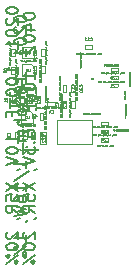
<source format=gbr>
G04 #@! TF.GenerationSoftware,KiCad,Pcbnew,(5.0.1)-4*
G04 #@! TF.CreationDate,2018-11-30T11:03:02-05:00*
G04 #@! TF.ProjectId,tomu-fpga,746F6D752D667067612E6B696361645F,rev?*
G04 #@! TF.SameCoordinates,Original*
G04 #@! TF.FileFunction,Other,Fab,Bot*
%FSLAX46Y46*%
G04 Gerber Fmt 4.6, Leading zero omitted, Abs format (unit mm)*
G04 Created by KiCad (PCBNEW (5.0.1)-4) date 11/30/18 11:03:02*
%MOMM*%
%LPD*%
G01*
G04 APERTURE LIST*
%ADD10C,0.100000*%
%ADD11C,0.050000*%
%ADD12C,0.150000*%
%ADD13C,0.040000*%
%ADD14C,0.031750*%
%ADD15C,0.025000*%
G04 APERTURE END LIST*
D10*
G04 #@! TO.C,C22*
X20050000Y-24960000D02*
X20050000Y-25960000D01*
X20550000Y-24960000D02*
X20050000Y-24960000D01*
X20550000Y-25960000D02*
X20550000Y-24960000D01*
X20050000Y-25960000D02*
X20550000Y-25960000D01*
G04 #@! TO.C,C23*
X18600000Y-24925000D02*
X18600000Y-25525000D01*
X18900000Y-24925000D02*
X18600000Y-24925000D01*
X18900000Y-25525000D02*
X18900000Y-24925000D01*
X18600000Y-25525000D02*
X18900000Y-25525000D01*
G04 #@! TO.C,R10*
X19300000Y-24930000D02*
X19300000Y-25530000D01*
X19600000Y-24930000D02*
X19300000Y-24930000D01*
X19600000Y-25530000D02*
X19600000Y-24930000D01*
X19300000Y-25530000D02*
X19600000Y-25530000D01*
D11*
G04 #@! TO.C,U4*
X24425000Y-23925000D02*
X21425000Y-23925000D01*
X21425000Y-23925000D02*
X21425000Y-25925000D01*
X21425000Y-25925000D02*
X24425000Y-25925000D01*
X24425000Y-25925000D02*
X24425000Y-23925000D01*
D10*
G04 #@! TO.C,U3*
X18500000Y-19200000D02*
X18500000Y-20200000D01*
X19250000Y-19200000D02*
X18500000Y-19200000D01*
X19500000Y-19450000D02*
X19250000Y-19200000D01*
X19500000Y-20200000D02*
X19500000Y-19450000D01*
X18500000Y-20200000D02*
X19500000Y-20200000D01*
G04 #@! TO.C,C28*
X25800000Y-24050000D02*
X25200000Y-24050000D01*
X25800000Y-24350000D02*
X25800000Y-24050000D01*
X25200000Y-24350000D02*
X25800000Y-24350000D01*
X25200000Y-24050000D02*
X25200000Y-24350000D01*
G04 #@! TO.C,U2*
X18400000Y-23200000D02*
X18400000Y-24200000D01*
X19150000Y-23200000D02*
X18400000Y-23200000D01*
X19400000Y-23450000D02*
X19150000Y-23200000D01*
X19400000Y-24200000D02*
X19400000Y-23450000D01*
X18400000Y-24200000D02*
X19400000Y-24200000D01*
G04 #@! TO.C,C1*
X17590000Y-17885000D02*
X17590000Y-18485000D01*
X17890000Y-17885000D02*
X17590000Y-17885000D01*
X17890000Y-18485000D02*
X17890000Y-17885000D01*
X17590000Y-18485000D02*
X17890000Y-18485000D01*
G04 #@! TO.C,C11*
X23810000Y-17895000D02*
X24410000Y-17895000D01*
X23810000Y-17595000D02*
X23810000Y-17895000D01*
X24410000Y-17595000D02*
X23810000Y-17595000D01*
X24410000Y-17895000D02*
X24410000Y-17595000D01*
G04 #@! TO.C,C17*
X21950000Y-20925000D02*
X21950000Y-21525000D01*
X22250000Y-20925000D02*
X21950000Y-20925000D01*
X22250000Y-21525000D02*
X22250000Y-20925000D01*
X21950000Y-21525000D02*
X22250000Y-21525000D01*
G04 #@! TO.C,C20*
X22650000Y-20925000D02*
X22650000Y-21525000D01*
X22950000Y-20925000D02*
X22650000Y-20925000D01*
X22950000Y-21525000D02*
X22950000Y-20925000D01*
X22650000Y-21525000D02*
X22950000Y-21525000D01*
G04 #@! TO.C,C21*
X26600000Y-20175000D02*
X26000000Y-20175000D01*
X26600000Y-20475000D02*
X26600000Y-20175000D01*
X26000000Y-20475000D02*
X26600000Y-20475000D01*
X26000000Y-20175000D02*
X26000000Y-20475000D01*
G04 #@! TO.C,C24*
X25800000Y-24750000D02*
X25200000Y-24750000D01*
X25800000Y-25050000D02*
X25800000Y-24750000D01*
X25200000Y-25050000D02*
X25800000Y-25050000D01*
X25200000Y-24750000D02*
X25200000Y-25050000D01*
G04 #@! TO.C,C25*
X26600000Y-19475000D02*
X26000000Y-19475000D01*
X26600000Y-19775000D02*
X26600000Y-19475000D01*
X26000000Y-19775000D02*
X26600000Y-19775000D01*
X26000000Y-19475000D02*
X26000000Y-19775000D01*
G04 #@! TO.C,C2*
X18200000Y-24900000D02*
X17900000Y-24900000D01*
X17900000Y-24900000D02*
X17900000Y-25500000D01*
X17900000Y-25500000D02*
X18200000Y-25500000D01*
X18200000Y-25500000D02*
X18200000Y-24900000D01*
G04 #@! TO.C,C3*
X17890000Y-19995000D02*
X17890000Y-19395000D01*
X17590000Y-19995000D02*
X17890000Y-19995000D01*
X17590000Y-19395000D02*
X17590000Y-19995000D01*
X17890000Y-19395000D02*
X17590000Y-19395000D01*
G04 #@! TO.C,C4*
X21250000Y-22395000D02*
X20650000Y-22395000D01*
X21250000Y-22695000D02*
X21250000Y-22395000D01*
X20650000Y-22695000D02*
X21250000Y-22695000D01*
X20650000Y-22395000D02*
X20650000Y-22695000D01*
G04 #@! TO.C,C5*
X22250000Y-22925000D02*
X22250000Y-22325000D01*
X21950000Y-22925000D02*
X22250000Y-22925000D01*
X21950000Y-22325000D02*
X21950000Y-22925000D01*
X22250000Y-22325000D02*
X21950000Y-22325000D01*
G04 #@! TO.C,C7*
X22950000Y-22925000D02*
X22950000Y-22325000D01*
X22650000Y-22925000D02*
X22950000Y-22925000D01*
X22650000Y-22325000D02*
X22650000Y-22925000D01*
X22950000Y-22325000D02*
X22650000Y-22325000D01*
G04 #@! TO.C,C8*
X20410000Y-18505000D02*
X20410000Y-17905000D01*
X20110000Y-18505000D02*
X20410000Y-18505000D01*
X20110000Y-17905000D02*
X20110000Y-18505000D01*
X20410000Y-17905000D02*
X20110000Y-17905000D01*
G04 #@! TO.C,C9*
X20300000Y-23895000D02*
X20300000Y-23295000D01*
X20000000Y-23895000D02*
X20300000Y-23895000D01*
X20000000Y-23295000D02*
X20000000Y-23895000D01*
X20300000Y-23295000D02*
X20000000Y-23295000D01*
G04 #@! TO.C,C10*
X20410000Y-19980000D02*
X20410000Y-19380000D01*
X20110000Y-19980000D02*
X20410000Y-19980000D01*
X20110000Y-19380000D02*
X20110000Y-19980000D01*
X20410000Y-19380000D02*
X20110000Y-19380000D01*
G04 #@! TO.C,R11*
X18350000Y-21900000D02*
X18350000Y-22500000D01*
X18650000Y-21900000D02*
X18350000Y-21900000D01*
X18650000Y-22500000D02*
X18650000Y-21900000D01*
X18350000Y-22500000D02*
X18650000Y-22500000D01*
G04 #@! TO.C,R1*
X17950000Y-22500000D02*
X17950000Y-21900000D01*
X17650000Y-22500000D02*
X17950000Y-22500000D01*
X17650000Y-21900000D02*
X17650000Y-22500000D01*
X17950000Y-21900000D02*
X17650000Y-21900000D01*
G04 #@! TO.C,R5*
X25200000Y-25750000D02*
X25800000Y-25750000D01*
X25200000Y-25450000D02*
X25200000Y-25750000D01*
X25800000Y-25450000D02*
X25200000Y-25450000D01*
X25800000Y-25750000D02*
X25800000Y-25450000D01*
G04 #@! TO.C,R12*
X19050000Y-21900000D02*
X19050000Y-22500000D01*
X19350000Y-21900000D02*
X19050000Y-21900000D01*
X19350000Y-22500000D02*
X19350000Y-21900000D01*
X19050000Y-22500000D02*
X19350000Y-22500000D01*
G04 #@! TO.C,R9*
X19750000Y-21900000D02*
X19750000Y-22500000D01*
X20050000Y-21900000D02*
X19750000Y-21900000D01*
X20050000Y-22500000D02*
X20050000Y-21900000D01*
X19750000Y-22500000D02*
X20050000Y-22500000D01*
G04 #@! TO.C,U1*
X18500000Y-17700000D02*
X18500000Y-18700000D01*
X19250000Y-17700000D02*
X18500000Y-17700000D01*
X19500000Y-17950000D02*
X19250000Y-17700000D01*
X19500000Y-18700000D02*
X19500000Y-17950000D01*
X18500000Y-18700000D02*
X19500000Y-18700000D01*
G04 #@! TD*
G04 #@! TO.C,C22*
D12*
X18582380Y-15079047D02*
X18582380Y-15174285D01*
X18630000Y-15269523D01*
X18677619Y-15317142D01*
X18772857Y-15364761D01*
X18963333Y-15412380D01*
X19201428Y-15412380D01*
X19391904Y-15364761D01*
X19487142Y-15317142D01*
X19534761Y-15269523D01*
X19582380Y-15174285D01*
X19582380Y-15079047D01*
X19534761Y-14983809D01*
X19487142Y-14936190D01*
X19391904Y-14888571D01*
X19201428Y-14840952D01*
X18963333Y-14840952D01*
X18772857Y-14888571D01*
X18677619Y-14936190D01*
X18630000Y-14983809D01*
X18582380Y-15079047D01*
X18915714Y-16269523D02*
X19582380Y-16269523D01*
X18534761Y-16031428D02*
X19249047Y-15793333D01*
X19249047Y-16412380D01*
X18582380Y-16983809D02*
X18582380Y-17079047D01*
X18630000Y-17174285D01*
X18677619Y-17221904D01*
X18772857Y-17269523D01*
X18963333Y-17317142D01*
X19201428Y-17317142D01*
X19391904Y-17269523D01*
X19487142Y-17221904D01*
X19534761Y-17174285D01*
X19582380Y-17079047D01*
X19582380Y-16983809D01*
X19534761Y-16888571D01*
X19487142Y-16840952D01*
X19391904Y-16793333D01*
X19201428Y-16745714D01*
X18963333Y-16745714D01*
X18772857Y-16793333D01*
X18677619Y-16840952D01*
X18630000Y-16888571D01*
X18582380Y-16983809D01*
X18677619Y-17698095D02*
X18630000Y-17745714D01*
X18582380Y-17840952D01*
X18582380Y-18079047D01*
X18630000Y-18174285D01*
X18677619Y-18221904D01*
X18772857Y-18269523D01*
X18868095Y-18269523D01*
X19010952Y-18221904D01*
X19582380Y-17650476D01*
X19582380Y-18269523D01*
X19534761Y-18745714D02*
X19582380Y-18745714D01*
X19677619Y-18698095D01*
X19725238Y-18650476D01*
X19582380Y-20459999D02*
X19582380Y-19888571D01*
X19582380Y-20174285D02*
X18582380Y-20174285D01*
X18725238Y-20079047D01*
X18820476Y-19983809D01*
X18868095Y-19888571D01*
X18582380Y-21079047D02*
X18582380Y-21174285D01*
X18630000Y-21269523D01*
X18677619Y-21317142D01*
X18772857Y-21364761D01*
X18963333Y-21412380D01*
X19201428Y-21412380D01*
X19391904Y-21364761D01*
X19487142Y-21317142D01*
X19534761Y-21269523D01*
X19582380Y-21174285D01*
X19582380Y-21079047D01*
X19534761Y-20983809D01*
X19487142Y-20936190D01*
X19391904Y-20888571D01*
X19201428Y-20840952D01*
X18963333Y-20840952D01*
X18772857Y-20888571D01*
X18677619Y-20936190D01*
X18630000Y-20983809D01*
X18582380Y-21079047D01*
X18915714Y-22269523D02*
X19582380Y-22269523D01*
X18915714Y-21840952D02*
X19439523Y-21840952D01*
X19534761Y-21888571D01*
X19582380Y-21983809D01*
X19582380Y-22126666D01*
X19534761Y-22221904D01*
X19487142Y-22269523D01*
X19058571Y-23079047D02*
X19058571Y-22745714D01*
X19582380Y-22745714D02*
X18582380Y-22745714D01*
X18582380Y-23221904D01*
X19534761Y-23650476D02*
X19582380Y-23650476D01*
X19677619Y-23602857D01*
X19725238Y-23555238D01*
X18582380Y-25269523D02*
X18582380Y-25079047D01*
X18630000Y-24983809D01*
X18677619Y-24936190D01*
X18820476Y-24840952D01*
X19010952Y-24793333D01*
X19391904Y-24793333D01*
X19487142Y-24840952D01*
X19534761Y-24888571D01*
X19582380Y-24983809D01*
X19582380Y-25174285D01*
X19534761Y-25269523D01*
X19487142Y-25317142D01*
X19391904Y-25364761D01*
X19153809Y-25364761D01*
X19058571Y-25317142D01*
X19010952Y-25269523D01*
X18963333Y-25174285D01*
X18963333Y-24983809D01*
X19010952Y-24888571D01*
X19058571Y-24840952D01*
X19153809Y-24793333D01*
X19487142Y-25793333D02*
X19534761Y-25840952D01*
X19582380Y-25793333D01*
X19534761Y-25745714D01*
X19487142Y-25793333D01*
X19582380Y-25793333D01*
X18582380Y-26174285D02*
X18582380Y-26793333D01*
X18963333Y-26459999D01*
X18963333Y-26602857D01*
X19010952Y-26698095D01*
X19058571Y-26745714D01*
X19153809Y-26793333D01*
X19391904Y-26793333D01*
X19487142Y-26745714D01*
X19534761Y-26698095D01*
X19582380Y-26602857D01*
X19582380Y-26317142D01*
X19534761Y-26221904D01*
X19487142Y-26174285D01*
X18582380Y-27079047D02*
X19582380Y-27412380D01*
X18582380Y-27745714D01*
X19534761Y-28126666D02*
X19582380Y-28126666D01*
X19677619Y-28079047D01*
X19725238Y-28031428D01*
X18582380Y-29221904D02*
X19582380Y-29888571D01*
X18582380Y-29888571D02*
X19582380Y-29221904D01*
X18582380Y-30745714D02*
X18582380Y-30269523D01*
X19058571Y-30221904D01*
X19010952Y-30269523D01*
X18963333Y-30364761D01*
X18963333Y-30602857D01*
X19010952Y-30698095D01*
X19058571Y-30745714D01*
X19153809Y-30793333D01*
X19391904Y-30793333D01*
X19487142Y-30745714D01*
X19534761Y-30698095D01*
X19582380Y-30602857D01*
X19582380Y-30364761D01*
X19534761Y-30269523D01*
X19487142Y-30221904D01*
X19582380Y-31793333D02*
X19106190Y-31459999D01*
X19582380Y-31221904D02*
X18582380Y-31221904D01*
X18582380Y-31602857D01*
X18630000Y-31698095D01*
X18677619Y-31745714D01*
X18772857Y-31793333D01*
X18915714Y-31793333D01*
X19010952Y-31745714D01*
X19058571Y-31698095D01*
X19106190Y-31602857D01*
X19106190Y-31221904D01*
X19534761Y-32269523D02*
X19582380Y-32269523D01*
X19677619Y-32221904D01*
X19725238Y-32174285D01*
X18677619Y-33412380D02*
X18630000Y-33459999D01*
X18582380Y-33555238D01*
X18582380Y-33793333D01*
X18630000Y-33888571D01*
X18677619Y-33936190D01*
X18772857Y-33983809D01*
X18868095Y-33983809D01*
X19010952Y-33936190D01*
X19582380Y-33364761D01*
X19582380Y-33983809D01*
X18582380Y-34602857D02*
X18582380Y-34698095D01*
X18630000Y-34793333D01*
X18677619Y-34840952D01*
X18772857Y-34888571D01*
X18963333Y-34936190D01*
X19201428Y-34936190D01*
X19391904Y-34888571D01*
X19487142Y-34840952D01*
X19534761Y-34793333D01*
X19582380Y-34698095D01*
X19582380Y-34602857D01*
X19534761Y-34507619D01*
X19487142Y-34459999D01*
X19391904Y-34412380D01*
X19201428Y-34364761D01*
X18963333Y-34364761D01*
X18772857Y-34412380D01*
X18677619Y-34459999D01*
X18630000Y-34507619D01*
X18582380Y-34602857D01*
X19582380Y-35317142D02*
X18582380Y-36079047D01*
X18582380Y-35459999D02*
X18630000Y-35555238D01*
X18725238Y-35602857D01*
X18820476Y-35555238D01*
X18868095Y-35459999D01*
X18820476Y-35364761D01*
X18725238Y-35317142D01*
X18630000Y-35364761D01*
X18582380Y-35459999D01*
X19534761Y-36031428D02*
X19439523Y-36079047D01*
X19344285Y-36031428D01*
X19296666Y-35936190D01*
X19344285Y-35840952D01*
X19439523Y-35793333D01*
X19534761Y-35840952D01*
X19582380Y-35936190D01*
X19534761Y-36031428D01*
D13*
X20389285Y-25299285D02*
X20401190Y-25287380D01*
X20413095Y-25251666D01*
X20413095Y-25227857D01*
X20401190Y-25192142D01*
X20377380Y-25168333D01*
X20353571Y-25156428D01*
X20305952Y-25144523D01*
X20270238Y-25144523D01*
X20222619Y-25156428D01*
X20198809Y-25168333D01*
X20175000Y-25192142D01*
X20163095Y-25227857D01*
X20163095Y-25251666D01*
X20175000Y-25287380D01*
X20186904Y-25299285D01*
X20186904Y-25394523D02*
X20175000Y-25406428D01*
X20163095Y-25430238D01*
X20163095Y-25489761D01*
X20175000Y-25513571D01*
X20186904Y-25525476D01*
X20210714Y-25537380D01*
X20234523Y-25537380D01*
X20270238Y-25525476D01*
X20413095Y-25382619D01*
X20413095Y-25537380D01*
X20186904Y-25632619D02*
X20175000Y-25644523D01*
X20163095Y-25668333D01*
X20163095Y-25727857D01*
X20175000Y-25751666D01*
X20186904Y-25763571D01*
X20210714Y-25775476D01*
X20234523Y-25775476D01*
X20270238Y-25763571D01*
X20413095Y-25620714D01*
X20413095Y-25775476D01*
G04 #@! TO.C,C23*
D12*
X17152380Y-14605952D02*
X17152380Y-14701190D01*
X17200000Y-14796428D01*
X17247619Y-14844047D01*
X17342857Y-14891666D01*
X17533333Y-14939285D01*
X17771428Y-14939285D01*
X17961904Y-14891666D01*
X18057142Y-14844047D01*
X18104761Y-14796428D01*
X18152380Y-14701190D01*
X18152380Y-14605952D01*
X18104761Y-14510714D01*
X18057142Y-14463095D01*
X17961904Y-14415476D01*
X17771428Y-14367857D01*
X17533333Y-14367857D01*
X17342857Y-14415476D01*
X17247619Y-14463095D01*
X17200000Y-14510714D01*
X17152380Y-14605952D01*
X17247619Y-15320238D02*
X17200000Y-15367857D01*
X17152380Y-15463095D01*
X17152380Y-15701190D01*
X17200000Y-15796428D01*
X17247619Y-15844047D01*
X17342857Y-15891666D01*
X17438095Y-15891666D01*
X17580952Y-15844047D01*
X18152380Y-15272619D01*
X18152380Y-15891666D01*
X17152380Y-16510714D02*
X17152380Y-16605952D01*
X17200000Y-16701190D01*
X17247619Y-16748809D01*
X17342857Y-16796428D01*
X17533333Y-16844047D01*
X17771428Y-16844047D01*
X17961904Y-16796428D01*
X18057142Y-16748809D01*
X18104761Y-16701190D01*
X18152380Y-16605952D01*
X18152380Y-16510714D01*
X18104761Y-16415476D01*
X18057142Y-16367857D01*
X17961904Y-16320238D01*
X17771428Y-16272619D01*
X17533333Y-16272619D01*
X17342857Y-16320238D01*
X17247619Y-16367857D01*
X17200000Y-16415476D01*
X17152380Y-16510714D01*
X18152380Y-17796428D02*
X18152380Y-17225000D01*
X18152380Y-17510714D02*
X17152380Y-17510714D01*
X17295238Y-17415476D01*
X17390476Y-17320238D01*
X17438095Y-17225000D01*
X18104761Y-18272619D02*
X18152380Y-18272619D01*
X18247619Y-18225000D01*
X18295238Y-18177380D01*
X18152380Y-19986904D02*
X18152380Y-19415476D01*
X18152380Y-19701190D02*
X17152380Y-19701190D01*
X17295238Y-19605952D01*
X17390476Y-19510714D01*
X17438095Y-19415476D01*
X17152380Y-20605952D02*
X17152380Y-20701190D01*
X17200000Y-20796428D01*
X17247619Y-20844047D01*
X17342857Y-20891666D01*
X17533333Y-20939285D01*
X17771428Y-20939285D01*
X17961904Y-20891666D01*
X18057142Y-20844047D01*
X18104761Y-20796428D01*
X18152380Y-20701190D01*
X18152380Y-20605952D01*
X18104761Y-20510714D01*
X18057142Y-20463095D01*
X17961904Y-20415476D01*
X17771428Y-20367857D01*
X17533333Y-20367857D01*
X17342857Y-20415476D01*
X17247619Y-20463095D01*
X17200000Y-20510714D01*
X17152380Y-20605952D01*
X17152380Y-21558333D02*
X17152380Y-21653571D01*
X17200000Y-21748809D01*
X17247619Y-21796428D01*
X17342857Y-21844047D01*
X17533333Y-21891666D01*
X17771428Y-21891666D01*
X17961904Y-21844047D01*
X18057142Y-21796428D01*
X18104761Y-21748809D01*
X18152380Y-21653571D01*
X18152380Y-21558333D01*
X18104761Y-21463095D01*
X18057142Y-21415476D01*
X17961904Y-21367857D01*
X17771428Y-21320238D01*
X17533333Y-21320238D01*
X17342857Y-21367857D01*
X17247619Y-21415476D01*
X17200000Y-21463095D01*
X17152380Y-21558333D01*
X17485714Y-22320238D02*
X18152380Y-22320238D01*
X17580952Y-22320238D02*
X17533333Y-22367857D01*
X17485714Y-22463095D01*
X17485714Y-22605952D01*
X17533333Y-22701190D01*
X17628571Y-22748809D01*
X18152380Y-22748809D01*
X17628571Y-23558333D02*
X17628571Y-23224999D01*
X18152380Y-23224999D02*
X17152380Y-23224999D01*
X17152380Y-23701190D01*
X18104761Y-24129761D02*
X18152380Y-24129761D01*
X18247619Y-24082142D01*
X18295238Y-24034523D01*
X18152380Y-25844047D02*
X18152380Y-25272619D01*
X18152380Y-25558333D02*
X17152380Y-25558333D01*
X17295238Y-25463095D01*
X17390476Y-25367857D01*
X17438095Y-25272619D01*
X17152380Y-26463095D02*
X17152380Y-26558333D01*
X17200000Y-26653571D01*
X17247619Y-26701190D01*
X17342857Y-26748809D01*
X17533333Y-26796428D01*
X17771428Y-26796428D01*
X17961904Y-26748809D01*
X18057142Y-26701190D01*
X18104761Y-26653571D01*
X18152380Y-26558333D01*
X18152380Y-26463095D01*
X18104761Y-26367857D01*
X18057142Y-26320238D01*
X17961904Y-26272619D01*
X17771428Y-26224999D01*
X17533333Y-26224999D01*
X17342857Y-26272619D01*
X17247619Y-26320238D01*
X17200000Y-26367857D01*
X17152380Y-26463095D01*
X17152380Y-27082142D02*
X18152380Y-27415476D01*
X17152380Y-27748809D01*
X18104761Y-28129761D02*
X18152380Y-28129761D01*
X18247619Y-28082142D01*
X18295238Y-28034523D01*
X17152380Y-29224999D02*
X18152380Y-29891666D01*
X17152380Y-29891666D02*
X18152380Y-29224999D01*
X17152380Y-30748809D02*
X17152380Y-30272619D01*
X17628571Y-30224999D01*
X17580952Y-30272619D01*
X17533333Y-30367857D01*
X17533333Y-30605952D01*
X17580952Y-30701190D01*
X17628571Y-30748809D01*
X17723809Y-30796428D01*
X17961904Y-30796428D01*
X18057142Y-30748809D01*
X18104761Y-30701190D01*
X18152380Y-30605952D01*
X18152380Y-30367857D01*
X18104761Y-30272619D01*
X18057142Y-30224999D01*
X18152380Y-31796428D02*
X17676190Y-31463095D01*
X18152380Y-31224999D02*
X17152380Y-31224999D01*
X17152380Y-31605952D01*
X17200000Y-31701190D01*
X17247619Y-31748809D01*
X17342857Y-31796428D01*
X17485714Y-31796428D01*
X17580952Y-31748809D01*
X17628571Y-31701190D01*
X17676190Y-31605952D01*
X17676190Y-31224999D01*
X18104761Y-32272619D02*
X18152380Y-32272619D01*
X18247619Y-32224999D01*
X18295238Y-32177380D01*
X17247619Y-33415476D02*
X17200000Y-33463095D01*
X17152380Y-33558333D01*
X17152380Y-33796428D01*
X17200000Y-33891666D01*
X17247619Y-33939285D01*
X17342857Y-33986904D01*
X17438095Y-33986904D01*
X17580952Y-33939285D01*
X18152380Y-33367857D01*
X18152380Y-33986904D01*
X17152380Y-34605952D02*
X17152380Y-34701190D01*
X17200000Y-34796428D01*
X17247619Y-34844047D01*
X17342857Y-34891666D01*
X17533333Y-34939285D01*
X17771428Y-34939285D01*
X17961904Y-34891666D01*
X18057142Y-34844047D01*
X18104761Y-34796428D01*
X18152380Y-34701190D01*
X18152380Y-34605952D01*
X18104761Y-34510714D01*
X18057142Y-34463095D01*
X17961904Y-34415476D01*
X17771428Y-34367857D01*
X17533333Y-34367857D01*
X17342857Y-34415476D01*
X17247619Y-34463095D01*
X17200000Y-34510714D01*
X17152380Y-34605952D01*
X18152380Y-35320238D02*
X17152380Y-36082142D01*
X17152380Y-35463095D02*
X17200000Y-35558333D01*
X17295238Y-35605952D01*
X17390476Y-35558333D01*
X17438095Y-35463095D01*
X17390476Y-35367857D01*
X17295238Y-35320238D01*
X17200000Y-35367857D01*
X17152380Y-35463095D01*
X18104761Y-36034523D02*
X18009523Y-36082142D01*
X17914285Y-36034523D01*
X17866666Y-35939285D01*
X17914285Y-35844047D01*
X18009523Y-35796428D01*
X18104761Y-35844047D01*
X18152380Y-35939285D01*
X18104761Y-36034523D01*
D13*
X19519285Y-25064285D02*
X19531190Y-25052380D01*
X19543095Y-25016666D01*
X19543095Y-24992857D01*
X19531190Y-24957142D01*
X19507380Y-24933333D01*
X19483571Y-24921428D01*
X19435952Y-24909523D01*
X19400238Y-24909523D01*
X19352619Y-24921428D01*
X19328809Y-24933333D01*
X19305000Y-24957142D01*
X19293095Y-24992857D01*
X19293095Y-25016666D01*
X19305000Y-25052380D01*
X19316904Y-25064285D01*
X19316904Y-25159523D02*
X19305000Y-25171428D01*
X19293095Y-25195238D01*
X19293095Y-25254761D01*
X19305000Y-25278571D01*
X19316904Y-25290476D01*
X19340714Y-25302380D01*
X19364523Y-25302380D01*
X19400238Y-25290476D01*
X19543095Y-25147619D01*
X19543095Y-25302380D01*
X19293095Y-25385714D02*
X19293095Y-25540476D01*
X19388333Y-25457142D01*
X19388333Y-25492857D01*
X19400238Y-25516666D01*
X19412142Y-25528571D01*
X19435952Y-25540476D01*
X19495476Y-25540476D01*
X19519285Y-25528571D01*
X19531190Y-25516666D01*
X19543095Y-25492857D01*
X19543095Y-25421428D01*
X19531190Y-25397619D01*
X19519285Y-25385714D01*
G04 #@! TO.C,R10*
D12*
X17852380Y-15325238D02*
X17852380Y-15420476D01*
X17900000Y-15515714D01*
X17947619Y-15563333D01*
X18042857Y-15610952D01*
X18233333Y-15658571D01*
X18471428Y-15658571D01*
X18661904Y-15610952D01*
X18757142Y-15563333D01*
X18804761Y-15515714D01*
X18852380Y-15420476D01*
X18852380Y-15325238D01*
X18804761Y-15230000D01*
X18757142Y-15182380D01*
X18661904Y-15134761D01*
X18471428Y-15087142D01*
X18233333Y-15087142D01*
X18042857Y-15134761D01*
X17947619Y-15182380D01*
X17900000Y-15230000D01*
X17852380Y-15325238D01*
X17947619Y-16039523D02*
X17900000Y-16087142D01*
X17852380Y-16182380D01*
X17852380Y-16420476D01*
X17900000Y-16515714D01*
X17947619Y-16563333D01*
X18042857Y-16610952D01*
X18138095Y-16610952D01*
X18280952Y-16563333D01*
X18852380Y-15991904D01*
X18852380Y-16610952D01*
X17852380Y-17230000D02*
X17852380Y-17325238D01*
X17900000Y-17420476D01*
X17947619Y-17468095D01*
X18042857Y-17515714D01*
X18233333Y-17563333D01*
X18471428Y-17563333D01*
X18661904Y-17515714D01*
X18757142Y-17468095D01*
X18804761Y-17420476D01*
X18852380Y-17325238D01*
X18852380Y-17230000D01*
X18804761Y-17134761D01*
X18757142Y-17087142D01*
X18661904Y-17039523D01*
X18471428Y-16991904D01*
X18233333Y-16991904D01*
X18042857Y-17039523D01*
X17947619Y-17087142D01*
X17900000Y-17134761D01*
X17852380Y-17230000D01*
X18852380Y-18515714D02*
X18852380Y-17944285D01*
X18852380Y-18230000D02*
X17852380Y-18230000D01*
X17995238Y-18134761D01*
X18090476Y-18039523D01*
X18138095Y-17944285D01*
X18804761Y-18991904D02*
X18852380Y-18991904D01*
X18947619Y-18944285D01*
X18995238Y-18896666D01*
X18852380Y-20706190D02*
X18852380Y-20134761D01*
X18852380Y-20420476D02*
X17852380Y-20420476D01*
X17995238Y-20325238D01*
X18090476Y-20229999D01*
X18138095Y-20134761D01*
X17852380Y-21325238D02*
X17852380Y-21420476D01*
X17900000Y-21515714D01*
X17947619Y-21563333D01*
X18042857Y-21610952D01*
X18233333Y-21658571D01*
X18471428Y-21658571D01*
X18661904Y-21610952D01*
X18757142Y-21563333D01*
X18804761Y-21515714D01*
X18852380Y-21420476D01*
X18852380Y-21325238D01*
X18804761Y-21229999D01*
X18757142Y-21182380D01*
X18661904Y-21134761D01*
X18471428Y-21087142D01*
X18233333Y-21087142D01*
X18042857Y-21134761D01*
X17947619Y-21182380D01*
X17900000Y-21229999D01*
X17852380Y-21325238D01*
X17852380Y-22277619D02*
X17852380Y-22372857D01*
X17900000Y-22468095D01*
X17947619Y-22515714D01*
X18042857Y-22563333D01*
X18233333Y-22610952D01*
X18471428Y-22610952D01*
X18661904Y-22563333D01*
X18757142Y-22515714D01*
X18804761Y-22468095D01*
X18852380Y-22372857D01*
X18852380Y-22277619D01*
X18804761Y-22182380D01*
X18757142Y-22134761D01*
X18661904Y-22087142D01*
X18471428Y-22039523D01*
X18233333Y-22039523D01*
X18042857Y-22087142D01*
X17947619Y-22134761D01*
X17900000Y-22182380D01*
X17852380Y-22277619D01*
X18852380Y-23182380D02*
X18804761Y-23087142D01*
X18757142Y-23039523D01*
X18661904Y-22991904D01*
X18376190Y-22991904D01*
X18280952Y-23039523D01*
X18233333Y-23087142D01*
X18185714Y-23182380D01*
X18185714Y-23325238D01*
X18233333Y-23420476D01*
X18280952Y-23468095D01*
X18376190Y-23515714D01*
X18661904Y-23515714D01*
X18757142Y-23468095D01*
X18804761Y-23420476D01*
X18852380Y-23325238D01*
X18852380Y-23182380D01*
X18852380Y-23944285D02*
X17852380Y-23944285D01*
X18852380Y-24372857D02*
X18328571Y-24372857D01*
X18233333Y-24325238D01*
X18185714Y-24229999D01*
X18185714Y-24087142D01*
X18233333Y-23991904D01*
X18280952Y-23944285D01*
X18852380Y-24849047D02*
X18185714Y-24849047D01*
X18280952Y-24849047D02*
X18233333Y-24896666D01*
X18185714Y-24991904D01*
X18185714Y-25134761D01*
X18233333Y-25229999D01*
X18328571Y-25277619D01*
X18852380Y-25277619D01*
X18328571Y-25277619D02*
X18233333Y-25325238D01*
X18185714Y-25420476D01*
X18185714Y-25563333D01*
X18233333Y-25658571D01*
X18328571Y-25706190D01*
X18852380Y-25706190D01*
X18804761Y-26229999D02*
X18852380Y-26229999D01*
X18947619Y-26182380D01*
X18995238Y-26134761D01*
X18852380Y-27944285D02*
X18852380Y-27372857D01*
X18852380Y-27658571D02*
X17852380Y-27658571D01*
X17995238Y-27563333D01*
X18090476Y-27468095D01*
X18138095Y-27372857D01*
X17804761Y-29087142D02*
X19090476Y-28229999D01*
X18852380Y-29944285D02*
X18852380Y-29372857D01*
X18852380Y-29658571D02*
X17852380Y-29658571D01*
X17995238Y-29563333D01*
X18090476Y-29468095D01*
X18138095Y-29372857D01*
X17852380Y-30801428D02*
X17852380Y-30610952D01*
X17900000Y-30515714D01*
X17947619Y-30468095D01*
X18090476Y-30372857D01*
X18280952Y-30325238D01*
X18661904Y-30325238D01*
X18757142Y-30372857D01*
X18804761Y-30420476D01*
X18852380Y-30515714D01*
X18852380Y-30706190D01*
X18804761Y-30801428D01*
X18757142Y-30849047D01*
X18661904Y-30896666D01*
X18423809Y-30896666D01*
X18328571Y-30849047D01*
X18280952Y-30801428D01*
X18233333Y-30706190D01*
X18233333Y-30515714D01*
X18280952Y-30420476D01*
X18328571Y-30372857D01*
X18423809Y-30325238D01*
X17852380Y-31229999D02*
X18852380Y-31468095D01*
X18138095Y-31658571D01*
X18852380Y-31849047D01*
X17852380Y-32087142D01*
X18804761Y-32515714D02*
X18852380Y-32515714D01*
X18947619Y-32468095D01*
X18995238Y-32420476D01*
X18852380Y-34229999D02*
X18852380Y-33658571D01*
X18852380Y-33944285D02*
X17852380Y-33944285D01*
X17995238Y-33849047D01*
X18090476Y-33753809D01*
X18138095Y-33658571D01*
X18852380Y-34610952D02*
X17852380Y-35372857D01*
X17852380Y-34753809D02*
X17900000Y-34849047D01*
X17995238Y-34896666D01*
X18090476Y-34849047D01*
X18138095Y-34753809D01*
X18090476Y-34658571D01*
X17995238Y-34610952D01*
X17900000Y-34658571D01*
X17852380Y-34753809D01*
X18804761Y-35325238D02*
X18709523Y-35372857D01*
X18614285Y-35325238D01*
X18566666Y-35229999D01*
X18614285Y-35134761D01*
X18709523Y-35087142D01*
X18804761Y-35134761D01*
X18852380Y-35229999D01*
X18804761Y-35325238D01*
D13*
X20243095Y-25069285D02*
X20124047Y-24985952D01*
X20243095Y-24926428D02*
X19993095Y-24926428D01*
X19993095Y-25021666D01*
X20005000Y-25045476D01*
X20016904Y-25057380D01*
X20040714Y-25069285D01*
X20076428Y-25069285D01*
X20100238Y-25057380D01*
X20112142Y-25045476D01*
X20124047Y-25021666D01*
X20124047Y-24926428D01*
X20243095Y-25307380D02*
X20243095Y-25164523D01*
X20243095Y-25235952D02*
X19993095Y-25235952D01*
X20028809Y-25212142D01*
X20052619Y-25188333D01*
X20064523Y-25164523D01*
X19993095Y-25462142D02*
X19993095Y-25485952D01*
X20005000Y-25509761D01*
X20016904Y-25521666D01*
X20040714Y-25533571D01*
X20088333Y-25545476D01*
X20147857Y-25545476D01*
X20195476Y-25533571D01*
X20219285Y-25521666D01*
X20231190Y-25509761D01*
X20243095Y-25485952D01*
X20243095Y-25462142D01*
X20231190Y-25438333D01*
X20219285Y-25426428D01*
X20195476Y-25414523D01*
X20147857Y-25402619D01*
X20088333Y-25402619D01*
X20040714Y-25414523D01*
X20016904Y-25426428D01*
X20005000Y-25438333D01*
X19993095Y-25462142D01*
G04 #@! TO.C,D5*
D14*
X19808976Y-26482452D02*
X19808976Y-26355452D01*
X19778738Y-26355452D01*
X19760595Y-26361500D01*
X19748500Y-26373595D01*
X19742452Y-26385690D01*
X19736404Y-26409880D01*
X19736404Y-26428023D01*
X19742452Y-26452214D01*
X19748500Y-26464309D01*
X19760595Y-26476404D01*
X19778738Y-26482452D01*
X19808976Y-26482452D01*
X19621500Y-26355452D02*
X19681976Y-26355452D01*
X19688023Y-26415928D01*
X19681976Y-26409880D01*
X19669880Y-26403833D01*
X19639642Y-26403833D01*
X19627547Y-26409880D01*
X19621500Y-26415928D01*
X19615452Y-26428023D01*
X19615452Y-26458261D01*
X19621500Y-26470357D01*
X19627547Y-26476404D01*
X19639642Y-26482452D01*
X19669880Y-26482452D01*
X19681976Y-26476404D01*
X19688023Y-26470357D01*
X19579166Y-26355452D02*
X19536833Y-26482452D01*
X19494500Y-26355452D01*
X19427976Y-26355452D02*
X19415880Y-26355452D01*
X19403785Y-26361500D01*
X19397738Y-26367547D01*
X19391690Y-26379642D01*
X19385642Y-26403833D01*
X19385642Y-26434071D01*
X19391690Y-26458261D01*
X19397738Y-26470357D01*
X19403785Y-26476404D01*
X19415880Y-26482452D01*
X19427976Y-26482452D01*
X19440071Y-26476404D01*
X19446119Y-26470357D01*
X19452166Y-26458261D01*
X19458214Y-26434071D01*
X19458214Y-26403833D01*
X19452166Y-26379642D01*
X19446119Y-26367547D01*
X19440071Y-26361500D01*
X19427976Y-26355452D01*
X19270738Y-26482452D02*
X19331214Y-26482452D01*
X19331214Y-26355452D01*
X19161880Y-26482452D02*
X19234452Y-26482452D01*
X19198166Y-26482452D02*
X19198166Y-26355452D01*
X19210261Y-26373595D01*
X19222357Y-26385690D01*
X19234452Y-26391738D01*
X19065119Y-26415928D02*
X19046976Y-26421976D01*
X19040928Y-26428023D01*
X19034880Y-26440119D01*
X19034880Y-26458261D01*
X19040928Y-26470357D01*
X19046976Y-26476404D01*
X19059071Y-26482452D01*
X19107452Y-26482452D01*
X19107452Y-26355452D01*
X19065119Y-26355452D01*
X19053023Y-26361500D01*
X19046976Y-26367547D01*
X19040928Y-26379642D01*
X19040928Y-26391738D01*
X19046976Y-26403833D01*
X19053023Y-26409880D01*
X19065119Y-26415928D01*
X19107452Y-26415928D01*
X18986500Y-26367547D02*
X18980452Y-26361500D01*
X18968357Y-26355452D01*
X18938119Y-26355452D01*
X18926023Y-26361500D01*
X18919976Y-26367547D01*
X18913928Y-26379642D01*
X18913928Y-26391738D01*
X18919976Y-26409880D01*
X18992547Y-26482452D01*
X18913928Y-26482452D01*
X18799023Y-26482452D02*
X18859500Y-26482452D01*
X18859500Y-26355452D01*
X18756690Y-26482452D02*
X18756690Y-26355452D01*
X18708309Y-26355452D01*
X18696214Y-26361500D01*
X18690166Y-26367547D01*
X18684119Y-26379642D01*
X18684119Y-26397785D01*
X18690166Y-26409880D01*
X18696214Y-26415928D01*
X18708309Y-26421976D01*
X18756690Y-26421976D01*
X18641785Y-26355452D02*
X18563166Y-26355452D01*
X18605500Y-26403833D01*
X18587357Y-26403833D01*
X18575261Y-26409880D01*
X18569214Y-26415928D01*
X18563166Y-26428023D01*
X18563166Y-26458261D01*
X18569214Y-26470357D01*
X18575261Y-26476404D01*
X18587357Y-26482452D01*
X18623642Y-26482452D01*
X18635738Y-26476404D01*
X18641785Y-26470357D01*
X18508738Y-26434071D02*
X18411976Y-26434071D01*
X18363595Y-26355452D02*
X18278928Y-26355452D01*
X18333357Y-26482452D01*
G04 #@! TO.C,D6*
D15*
X20545238Y-21077380D02*
X20445238Y-21077380D01*
X20445238Y-21101190D01*
X20450000Y-21115476D01*
X20459523Y-21125000D01*
X20469047Y-21129761D01*
X20488095Y-21134523D01*
X20502380Y-21134523D01*
X20521428Y-21129761D01*
X20530952Y-21125000D01*
X20540476Y-21115476D01*
X20545238Y-21101190D01*
X20545238Y-21077380D01*
X20445238Y-21225000D02*
X20445238Y-21177380D01*
X20492857Y-21172619D01*
X20488095Y-21177380D01*
X20483333Y-21186904D01*
X20483333Y-21210714D01*
X20488095Y-21220238D01*
X20492857Y-21225000D01*
X20502380Y-21229761D01*
X20526190Y-21229761D01*
X20535714Y-21225000D01*
X20540476Y-21220238D01*
X20545238Y-21210714D01*
X20545238Y-21186904D01*
X20540476Y-21177380D01*
X20535714Y-21172619D01*
X20445238Y-21258333D02*
X20545238Y-21291666D01*
X20445238Y-21325000D01*
X20445238Y-21377380D02*
X20445238Y-21386904D01*
X20450000Y-21396428D01*
X20454761Y-21401190D01*
X20464285Y-21405952D01*
X20483333Y-21410714D01*
X20507142Y-21410714D01*
X20526190Y-21405952D01*
X20535714Y-21401190D01*
X20540476Y-21396428D01*
X20545238Y-21386904D01*
X20545238Y-21377380D01*
X20540476Y-21367857D01*
X20535714Y-21363095D01*
X20526190Y-21358333D01*
X20507142Y-21353571D01*
X20483333Y-21353571D01*
X20464285Y-21358333D01*
X20454761Y-21363095D01*
X20450000Y-21367857D01*
X20445238Y-21377380D01*
X20545238Y-21501190D02*
X20545238Y-21453571D01*
X20445238Y-21453571D01*
X20545238Y-21586904D02*
X20545238Y-21529761D01*
X20545238Y-21558333D02*
X20445238Y-21558333D01*
X20459523Y-21548809D01*
X20469047Y-21539285D01*
X20473809Y-21529761D01*
X20492857Y-21663095D02*
X20497619Y-21677380D01*
X20502380Y-21682142D01*
X20511904Y-21686904D01*
X20526190Y-21686904D01*
X20535714Y-21682142D01*
X20540476Y-21677380D01*
X20545238Y-21667857D01*
X20545238Y-21629761D01*
X20445238Y-21629761D01*
X20445238Y-21663095D01*
X20450000Y-21672619D01*
X20454761Y-21677380D01*
X20464285Y-21682142D01*
X20473809Y-21682142D01*
X20483333Y-21677380D01*
X20488095Y-21672619D01*
X20492857Y-21663095D01*
X20492857Y-21629761D01*
X20454761Y-21725000D02*
X20450000Y-21729761D01*
X20445238Y-21739285D01*
X20445238Y-21763095D01*
X20450000Y-21772619D01*
X20454761Y-21777380D01*
X20464285Y-21782142D01*
X20473809Y-21782142D01*
X20488095Y-21777380D01*
X20545238Y-21720238D01*
X20545238Y-21782142D01*
X20545238Y-21872619D02*
X20545238Y-21825000D01*
X20445238Y-21825000D01*
X20545238Y-21905952D02*
X20445238Y-21905952D01*
X20445238Y-21944047D01*
X20450000Y-21953571D01*
X20454761Y-21958333D01*
X20464285Y-21963095D01*
X20478571Y-21963095D01*
X20488095Y-21958333D01*
X20492857Y-21953571D01*
X20497619Y-21944047D01*
X20497619Y-21905952D01*
X20445238Y-21996428D02*
X20445238Y-22058333D01*
X20483333Y-22025000D01*
X20483333Y-22039285D01*
X20488095Y-22048809D01*
X20492857Y-22053571D01*
X20502380Y-22058333D01*
X20526190Y-22058333D01*
X20535714Y-22053571D01*
X20540476Y-22048809D01*
X20545238Y-22039285D01*
X20545238Y-22010714D01*
X20540476Y-22001190D01*
X20535714Y-21996428D01*
X20507142Y-22101190D02*
X20507142Y-22177380D01*
X20445238Y-22215476D02*
X20445238Y-22282142D01*
X20545238Y-22239285D01*
G04 #@! TO.C,D7*
X18470238Y-20427380D02*
X18370238Y-20427380D01*
X18370238Y-20451190D01*
X18375000Y-20465476D01*
X18384523Y-20475000D01*
X18394047Y-20479761D01*
X18413095Y-20484523D01*
X18427380Y-20484523D01*
X18446428Y-20479761D01*
X18455952Y-20475000D01*
X18465476Y-20465476D01*
X18470238Y-20451190D01*
X18470238Y-20427380D01*
X18370238Y-20575000D02*
X18370238Y-20527380D01*
X18417857Y-20522619D01*
X18413095Y-20527380D01*
X18408333Y-20536904D01*
X18408333Y-20560714D01*
X18413095Y-20570238D01*
X18417857Y-20575000D01*
X18427380Y-20579761D01*
X18451190Y-20579761D01*
X18460714Y-20575000D01*
X18465476Y-20570238D01*
X18470238Y-20560714D01*
X18470238Y-20536904D01*
X18465476Y-20527380D01*
X18460714Y-20522619D01*
X18370238Y-20608333D02*
X18470238Y-20641666D01*
X18370238Y-20675000D01*
X18370238Y-20727380D02*
X18370238Y-20736904D01*
X18375000Y-20746428D01*
X18379761Y-20751190D01*
X18389285Y-20755952D01*
X18408333Y-20760714D01*
X18432142Y-20760714D01*
X18451190Y-20755952D01*
X18460714Y-20751190D01*
X18465476Y-20746428D01*
X18470238Y-20736904D01*
X18470238Y-20727380D01*
X18465476Y-20717857D01*
X18460714Y-20713095D01*
X18451190Y-20708333D01*
X18432142Y-20703571D01*
X18408333Y-20703571D01*
X18389285Y-20708333D01*
X18379761Y-20713095D01*
X18375000Y-20717857D01*
X18370238Y-20727380D01*
X18470238Y-20851190D02*
X18470238Y-20803571D01*
X18370238Y-20803571D01*
X18470238Y-20936904D02*
X18470238Y-20879761D01*
X18470238Y-20908333D02*
X18370238Y-20908333D01*
X18384523Y-20898809D01*
X18394047Y-20889285D01*
X18398809Y-20879761D01*
X18417857Y-21013095D02*
X18422619Y-21027380D01*
X18427380Y-21032142D01*
X18436904Y-21036904D01*
X18451190Y-21036904D01*
X18460714Y-21032142D01*
X18465476Y-21027380D01*
X18470238Y-21017857D01*
X18470238Y-20979761D01*
X18370238Y-20979761D01*
X18370238Y-21013095D01*
X18375000Y-21022619D01*
X18379761Y-21027380D01*
X18389285Y-21032142D01*
X18398809Y-21032142D01*
X18408333Y-21027380D01*
X18413095Y-21022619D01*
X18417857Y-21013095D01*
X18417857Y-20979761D01*
X18379761Y-21075000D02*
X18375000Y-21079761D01*
X18370238Y-21089285D01*
X18370238Y-21113095D01*
X18375000Y-21122619D01*
X18379761Y-21127380D01*
X18389285Y-21132142D01*
X18398809Y-21132142D01*
X18413095Y-21127380D01*
X18470238Y-21070238D01*
X18470238Y-21132142D01*
X18470238Y-21222619D02*
X18470238Y-21175000D01*
X18370238Y-21175000D01*
X18470238Y-21255952D02*
X18370238Y-21255952D01*
X18370238Y-21294047D01*
X18375000Y-21303571D01*
X18379761Y-21308333D01*
X18389285Y-21313095D01*
X18403571Y-21313095D01*
X18413095Y-21308333D01*
X18417857Y-21303571D01*
X18422619Y-21294047D01*
X18422619Y-21255952D01*
X18370238Y-21346428D02*
X18370238Y-21408333D01*
X18408333Y-21375000D01*
X18408333Y-21389285D01*
X18413095Y-21398809D01*
X18417857Y-21403571D01*
X18427380Y-21408333D01*
X18451190Y-21408333D01*
X18460714Y-21403571D01*
X18465476Y-21398809D01*
X18470238Y-21389285D01*
X18470238Y-21360714D01*
X18465476Y-21351190D01*
X18460714Y-21346428D01*
X18432142Y-21451190D02*
X18432142Y-21527380D01*
X18370238Y-21565476D02*
X18370238Y-21632142D01*
X18470238Y-21589285D01*
G04 #@! TO.C,D1*
X27447619Y-24820238D02*
X27447619Y-24720238D01*
X27423809Y-24720238D01*
X27409523Y-24725000D01*
X27400000Y-24734523D01*
X27395238Y-24744047D01*
X27390476Y-24763095D01*
X27390476Y-24777380D01*
X27395238Y-24796428D01*
X27400000Y-24805952D01*
X27409523Y-24815476D01*
X27423809Y-24820238D01*
X27447619Y-24820238D01*
X27300000Y-24720238D02*
X27347619Y-24720238D01*
X27352380Y-24767857D01*
X27347619Y-24763095D01*
X27338095Y-24758333D01*
X27314285Y-24758333D01*
X27304761Y-24763095D01*
X27300000Y-24767857D01*
X27295238Y-24777380D01*
X27295238Y-24801190D01*
X27300000Y-24810714D01*
X27304761Y-24815476D01*
X27314285Y-24820238D01*
X27338095Y-24820238D01*
X27347619Y-24815476D01*
X27352380Y-24810714D01*
X27266666Y-24720238D02*
X27233333Y-24820238D01*
X27200000Y-24720238D01*
X27147619Y-24720238D02*
X27138095Y-24720238D01*
X27128571Y-24725000D01*
X27123809Y-24729761D01*
X27119047Y-24739285D01*
X27114285Y-24758333D01*
X27114285Y-24782142D01*
X27119047Y-24801190D01*
X27123809Y-24810714D01*
X27128571Y-24815476D01*
X27138095Y-24820238D01*
X27147619Y-24820238D01*
X27157142Y-24815476D01*
X27161904Y-24810714D01*
X27166666Y-24801190D01*
X27171428Y-24782142D01*
X27171428Y-24758333D01*
X27166666Y-24739285D01*
X27161904Y-24729761D01*
X27157142Y-24725000D01*
X27147619Y-24720238D01*
X27023809Y-24820238D02*
X27071428Y-24820238D01*
X27071428Y-24720238D01*
X26938095Y-24820238D02*
X26995238Y-24820238D01*
X26966666Y-24820238D02*
X26966666Y-24720238D01*
X26976190Y-24734523D01*
X26985714Y-24744047D01*
X26995238Y-24748809D01*
X26861904Y-24767857D02*
X26847619Y-24772619D01*
X26842857Y-24777380D01*
X26838095Y-24786904D01*
X26838095Y-24801190D01*
X26842857Y-24810714D01*
X26847619Y-24815476D01*
X26857142Y-24820238D01*
X26895238Y-24820238D01*
X26895238Y-24720238D01*
X26861904Y-24720238D01*
X26852380Y-24725000D01*
X26847619Y-24729761D01*
X26842857Y-24739285D01*
X26842857Y-24748809D01*
X26847619Y-24758333D01*
X26852380Y-24763095D01*
X26861904Y-24767857D01*
X26895238Y-24767857D01*
X26800000Y-24729761D02*
X26795238Y-24725000D01*
X26785714Y-24720238D01*
X26761904Y-24720238D01*
X26752380Y-24725000D01*
X26747619Y-24729761D01*
X26742857Y-24739285D01*
X26742857Y-24748809D01*
X26747619Y-24763095D01*
X26804761Y-24820238D01*
X26742857Y-24820238D01*
X26652380Y-24820238D02*
X26700000Y-24820238D01*
X26700000Y-24720238D01*
X26619047Y-24820238D02*
X26619047Y-24720238D01*
X26580952Y-24720238D01*
X26571428Y-24725000D01*
X26566666Y-24729761D01*
X26561904Y-24739285D01*
X26561904Y-24753571D01*
X26566666Y-24763095D01*
X26571428Y-24767857D01*
X26580952Y-24772619D01*
X26619047Y-24772619D01*
X26528571Y-24720238D02*
X26466666Y-24720238D01*
X26500000Y-24758333D01*
X26485714Y-24758333D01*
X26476190Y-24763095D01*
X26471428Y-24767857D01*
X26466666Y-24777380D01*
X26466666Y-24801190D01*
X26471428Y-24810714D01*
X26476190Y-24815476D01*
X26485714Y-24820238D01*
X26514285Y-24820238D01*
X26523809Y-24815476D01*
X26528571Y-24810714D01*
X26423809Y-24782142D02*
X26347619Y-24782142D01*
X26309523Y-24720238D02*
X26242857Y-24720238D01*
X26285714Y-24820238D01*
G04 #@! TO.C,D2*
X27295238Y-22527380D02*
X27195238Y-22527380D01*
X27195238Y-22551190D01*
X27200000Y-22565476D01*
X27209523Y-22575000D01*
X27219047Y-22579761D01*
X27238095Y-22584523D01*
X27252380Y-22584523D01*
X27271428Y-22579761D01*
X27280952Y-22575000D01*
X27290476Y-22565476D01*
X27295238Y-22551190D01*
X27295238Y-22527380D01*
X27195238Y-22675000D02*
X27195238Y-22627380D01*
X27242857Y-22622619D01*
X27238095Y-22627380D01*
X27233333Y-22636904D01*
X27233333Y-22660714D01*
X27238095Y-22670238D01*
X27242857Y-22675000D01*
X27252380Y-22679761D01*
X27276190Y-22679761D01*
X27285714Y-22675000D01*
X27290476Y-22670238D01*
X27295238Y-22660714D01*
X27295238Y-22636904D01*
X27290476Y-22627380D01*
X27285714Y-22622619D01*
X27195238Y-22708333D02*
X27295238Y-22741666D01*
X27195238Y-22775000D01*
X27195238Y-22827380D02*
X27195238Y-22836904D01*
X27200000Y-22846428D01*
X27204761Y-22851190D01*
X27214285Y-22855952D01*
X27233333Y-22860714D01*
X27257142Y-22860714D01*
X27276190Y-22855952D01*
X27285714Y-22851190D01*
X27290476Y-22846428D01*
X27295238Y-22836904D01*
X27295238Y-22827380D01*
X27290476Y-22817857D01*
X27285714Y-22813095D01*
X27276190Y-22808333D01*
X27257142Y-22803571D01*
X27233333Y-22803571D01*
X27214285Y-22808333D01*
X27204761Y-22813095D01*
X27200000Y-22817857D01*
X27195238Y-22827380D01*
X27295238Y-22951190D02*
X27295238Y-22903571D01*
X27195238Y-22903571D01*
X27295238Y-23036904D02*
X27295238Y-22979761D01*
X27295238Y-23008333D02*
X27195238Y-23008333D01*
X27209523Y-22998809D01*
X27219047Y-22989285D01*
X27223809Y-22979761D01*
X27242857Y-23113095D02*
X27247619Y-23127380D01*
X27252380Y-23132142D01*
X27261904Y-23136904D01*
X27276190Y-23136904D01*
X27285714Y-23132142D01*
X27290476Y-23127380D01*
X27295238Y-23117857D01*
X27295238Y-23079761D01*
X27195238Y-23079761D01*
X27195238Y-23113095D01*
X27200000Y-23122619D01*
X27204761Y-23127380D01*
X27214285Y-23132142D01*
X27223809Y-23132142D01*
X27233333Y-23127380D01*
X27238095Y-23122619D01*
X27242857Y-23113095D01*
X27242857Y-23079761D01*
X27204761Y-23175000D02*
X27200000Y-23179761D01*
X27195238Y-23189285D01*
X27195238Y-23213095D01*
X27200000Y-23222619D01*
X27204761Y-23227380D01*
X27214285Y-23232142D01*
X27223809Y-23232142D01*
X27238095Y-23227380D01*
X27295238Y-23170238D01*
X27295238Y-23232142D01*
X27295238Y-23322619D02*
X27295238Y-23275000D01*
X27195238Y-23275000D01*
X27295238Y-23355952D02*
X27195238Y-23355952D01*
X27195238Y-23394047D01*
X27200000Y-23403571D01*
X27204761Y-23408333D01*
X27214285Y-23413095D01*
X27228571Y-23413095D01*
X27238095Y-23408333D01*
X27242857Y-23403571D01*
X27247619Y-23394047D01*
X27247619Y-23355952D01*
X27195238Y-23446428D02*
X27195238Y-23508333D01*
X27233333Y-23475000D01*
X27233333Y-23489285D01*
X27238095Y-23498809D01*
X27242857Y-23503571D01*
X27252380Y-23508333D01*
X27276190Y-23508333D01*
X27285714Y-23503571D01*
X27290476Y-23498809D01*
X27295238Y-23489285D01*
X27295238Y-23460714D01*
X27290476Y-23451190D01*
X27285714Y-23446428D01*
X27257142Y-23551190D02*
X27257142Y-23627380D01*
X27195238Y-23665476D02*
X27195238Y-23732142D01*
X27295238Y-23689285D01*
G04 #@! TO.C,D3*
X26622619Y-19320238D02*
X26622619Y-19220238D01*
X26598809Y-19220238D01*
X26584523Y-19225000D01*
X26575000Y-19234523D01*
X26570238Y-19244047D01*
X26565476Y-19263095D01*
X26565476Y-19277380D01*
X26570238Y-19296428D01*
X26575000Y-19305952D01*
X26584523Y-19315476D01*
X26598809Y-19320238D01*
X26622619Y-19320238D01*
X26475000Y-19220238D02*
X26522619Y-19220238D01*
X26527380Y-19267857D01*
X26522619Y-19263095D01*
X26513095Y-19258333D01*
X26489285Y-19258333D01*
X26479761Y-19263095D01*
X26475000Y-19267857D01*
X26470238Y-19277380D01*
X26470238Y-19301190D01*
X26475000Y-19310714D01*
X26479761Y-19315476D01*
X26489285Y-19320238D01*
X26513095Y-19320238D01*
X26522619Y-19315476D01*
X26527380Y-19310714D01*
X26441666Y-19220238D02*
X26408333Y-19320238D01*
X26375000Y-19220238D01*
X26322619Y-19220238D02*
X26313095Y-19220238D01*
X26303571Y-19225000D01*
X26298809Y-19229761D01*
X26294047Y-19239285D01*
X26289285Y-19258333D01*
X26289285Y-19282142D01*
X26294047Y-19301190D01*
X26298809Y-19310714D01*
X26303571Y-19315476D01*
X26313095Y-19320238D01*
X26322619Y-19320238D01*
X26332142Y-19315476D01*
X26336904Y-19310714D01*
X26341666Y-19301190D01*
X26346428Y-19282142D01*
X26346428Y-19258333D01*
X26341666Y-19239285D01*
X26336904Y-19229761D01*
X26332142Y-19225000D01*
X26322619Y-19220238D01*
X26198809Y-19320238D02*
X26246428Y-19320238D01*
X26246428Y-19220238D01*
X26113095Y-19320238D02*
X26170238Y-19320238D01*
X26141666Y-19320238D02*
X26141666Y-19220238D01*
X26151190Y-19234523D01*
X26160714Y-19244047D01*
X26170238Y-19248809D01*
X26036904Y-19267857D02*
X26022619Y-19272619D01*
X26017857Y-19277380D01*
X26013095Y-19286904D01*
X26013095Y-19301190D01*
X26017857Y-19310714D01*
X26022619Y-19315476D01*
X26032142Y-19320238D01*
X26070238Y-19320238D01*
X26070238Y-19220238D01*
X26036904Y-19220238D01*
X26027380Y-19225000D01*
X26022619Y-19229761D01*
X26017857Y-19239285D01*
X26017857Y-19248809D01*
X26022619Y-19258333D01*
X26027380Y-19263095D01*
X26036904Y-19267857D01*
X26070238Y-19267857D01*
X25975000Y-19229761D02*
X25970238Y-19225000D01*
X25960714Y-19220238D01*
X25936904Y-19220238D01*
X25927380Y-19225000D01*
X25922619Y-19229761D01*
X25917857Y-19239285D01*
X25917857Y-19248809D01*
X25922619Y-19263095D01*
X25979761Y-19320238D01*
X25917857Y-19320238D01*
X25827380Y-19320238D02*
X25875000Y-19320238D01*
X25875000Y-19220238D01*
X25794047Y-19320238D02*
X25794047Y-19220238D01*
X25755952Y-19220238D01*
X25746428Y-19225000D01*
X25741666Y-19229761D01*
X25736904Y-19239285D01*
X25736904Y-19253571D01*
X25741666Y-19263095D01*
X25746428Y-19267857D01*
X25755952Y-19272619D01*
X25794047Y-19272619D01*
X25703571Y-19220238D02*
X25641666Y-19220238D01*
X25675000Y-19258333D01*
X25660714Y-19258333D01*
X25651190Y-19263095D01*
X25646428Y-19267857D01*
X25641666Y-19277380D01*
X25641666Y-19301190D01*
X25646428Y-19310714D01*
X25651190Y-19315476D01*
X25660714Y-19320238D01*
X25689285Y-19320238D01*
X25698809Y-19315476D01*
X25703571Y-19310714D01*
X25598809Y-19282142D02*
X25522619Y-19282142D01*
X25484523Y-19220238D02*
X25417857Y-19220238D01*
X25460714Y-19320238D01*
G04 #@! TO.C,D4*
X27645238Y-19852380D02*
X27545238Y-19852380D01*
X27545238Y-19876190D01*
X27550000Y-19890476D01*
X27559523Y-19900000D01*
X27569047Y-19904761D01*
X27588095Y-19909523D01*
X27602380Y-19909523D01*
X27621428Y-19904761D01*
X27630952Y-19900000D01*
X27640476Y-19890476D01*
X27645238Y-19876190D01*
X27645238Y-19852380D01*
X27545238Y-20000000D02*
X27545238Y-19952380D01*
X27592857Y-19947619D01*
X27588095Y-19952380D01*
X27583333Y-19961904D01*
X27583333Y-19985714D01*
X27588095Y-19995238D01*
X27592857Y-20000000D01*
X27602380Y-20004761D01*
X27626190Y-20004761D01*
X27635714Y-20000000D01*
X27640476Y-19995238D01*
X27645238Y-19985714D01*
X27645238Y-19961904D01*
X27640476Y-19952380D01*
X27635714Y-19947619D01*
X27545238Y-20033333D02*
X27645238Y-20066666D01*
X27545238Y-20100000D01*
X27545238Y-20152380D02*
X27545238Y-20161904D01*
X27550000Y-20171428D01*
X27554761Y-20176190D01*
X27564285Y-20180952D01*
X27583333Y-20185714D01*
X27607142Y-20185714D01*
X27626190Y-20180952D01*
X27635714Y-20176190D01*
X27640476Y-20171428D01*
X27645238Y-20161904D01*
X27645238Y-20152380D01*
X27640476Y-20142857D01*
X27635714Y-20138095D01*
X27626190Y-20133333D01*
X27607142Y-20128571D01*
X27583333Y-20128571D01*
X27564285Y-20133333D01*
X27554761Y-20138095D01*
X27550000Y-20142857D01*
X27545238Y-20152380D01*
X27645238Y-20276190D02*
X27645238Y-20228571D01*
X27545238Y-20228571D01*
X27645238Y-20361904D02*
X27645238Y-20304761D01*
X27645238Y-20333333D02*
X27545238Y-20333333D01*
X27559523Y-20323809D01*
X27569047Y-20314285D01*
X27573809Y-20304761D01*
X27592857Y-20438095D02*
X27597619Y-20452380D01*
X27602380Y-20457142D01*
X27611904Y-20461904D01*
X27626190Y-20461904D01*
X27635714Y-20457142D01*
X27640476Y-20452380D01*
X27645238Y-20442857D01*
X27645238Y-20404761D01*
X27545238Y-20404761D01*
X27545238Y-20438095D01*
X27550000Y-20447619D01*
X27554761Y-20452380D01*
X27564285Y-20457142D01*
X27573809Y-20457142D01*
X27583333Y-20452380D01*
X27588095Y-20447619D01*
X27592857Y-20438095D01*
X27592857Y-20404761D01*
X27554761Y-20500000D02*
X27550000Y-20504761D01*
X27545238Y-20514285D01*
X27545238Y-20538095D01*
X27550000Y-20547619D01*
X27554761Y-20552380D01*
X27564285Y-20557142D01*
X27573809Y-20557142D01*
X27588095Y-20552380D01*
X27645238Y-20495238D01*
X27645238Y-20557142D01*
X27645238Y-20647619D02*
X27645238Y-20600000D01*
X27545238Y-20600000D01*
X27645238Y-20680952D02*
X27545238Y-20680952D01*
X27545238Y-20719047D01*
X27550000Y-20728571D01*
X27554761Y-20733333D01*
X27564285Y-20738095D01*
X27578571Y-20738095D01*
X27588095Y-20733333D01*
X27592857Y-20728571D01*
X27597619Y-20719047D01*
X27597619Y-20680952D01*
X27545238Y-20771428D02*
X27545238Y-20833333D01*
X27583333Y-20800000D01*
X27583333Y-20814285D01*
X27588095Y-20823809D01*
X27592857Y-20828571D01*
X27602380Y-20833333D01*
X27626190Y-20833333D01*
X27635714Y-20828571D01*
X27640476Y-20823809D01*
X27645238Y-20814285D01*
X27645238Y-20785714D01*
X27640476Y-20776190D01*
X27635714Y-20771428D01*
X27607142Y-20876190D02*
X27607142Y-20952380D01*
X27545238Y-20990476D02*
X27545238Y-21057142D01*
X27645238Y-21014285D01*
G04 #@! TO.C,U3*
X19604761Y-21245238D02*
X19652380Y-21245238D01*
X19652380Y-21145238D01*
X19571428Y-21245238D02*
X19571428Y-21145238D01*
X19547619Y-21145238D01*
X19533333Y-21150000D01*
X19523809Y-21159523D01*
X19519047Y-21169047D01*
X19514285Y-21188095D01*
X19514285Y-21202380D01*
X19519047Y-21221428D01*
X19523809Y-21230952D01*
X19533333Y-21240476D01*
X19547619Y-21245238D01*
X19571428Y-21245238D01*
X19452380Y-21145238D02*
X19433333Y-21145238D01*
X19423809Y-21150000D01*
X19414285Y-21159523D01*
X19409523Y-21178571D01*
X19409523Y-21211904D01*
X19414285Y-21230952D01*
X19423809Y-21240476D01*
X19433333Y-21245238D01*
X19452380Y-21245238D01*
X19461904Y-21240476D01*
X19471428Y-21230952D01*
X19476190Y-21211904D01*
X19476190Y-21178571D01*
X19471428Y-21159523D01*
X19461904Y-21150000D01*
X19452380Y-21145238D01*
X19366666Y-21207142D02*
X19290476Y-21207142D01*
X19252380Y-21145238D02*
X19185714Y-21245238D01*
X19185714Y-21145238D02*
X19252380Y-21245238D01*
X19152380Y-21154761D02*
X19147619Y-21150000D01*
X19138095Y-21145238D01*
X19114285Y-21145238D01*
X19104761Y-21150000D01*
X19100000Y-21154761D01*
X19095238Y-21164285D01*
X19095238Y-21173809D01*
X19100000Y-21188095D01*
X19157142Y-21245238D01*
X19095238Y-21245238D01*
X19057142Y-21240476D02*
X19042857Y-21245238D01*
X19019047Y-21245238D01*
X19009523Y-21240476D01*
X19004761Y-21235714D01*
X19000000Y-21226190D01*
X19000000Y-21216666D01*
X19004761Y-21207142D01*
X19009523Y-21202380D01*
X19019047Y-21197619D01*
X19038095Y-21192857D01*
X19047619Y-21188095D01*
X19052380Y-21183333D01*
X19057142Y-21173809D01*
X19057142Y-21164285D01*
X19052380Y-21154761D01*
X19047619Y-21150000D01*
X19038095Y-21145238D01*
X19014285Y-21145238D01*
X19000000Y-21150000D01*
X18938095Y-21145238D02*
X18919047Y-21145238D01*
X18909523Y-21150000D01*
X18900000Y-21159523D01*
X18895238Y-21178571D01*
X18895238Y-21211904D01*
X18900000Y-21230952D01*
X18909523Y-21240476D01*
X18919047Y-21245238D01*
X18938095Y-21245238D01*
X18947619Y-21240476D01*
X18957142Y-21230952D01*
X18961904Y-21211904D01*
X18961904Y-21178571D01*
X18957142Y-21159523D01*
X18947619Y-21150000D01*
X18938095Y-21145238D01*
X18852380Y-21245238D02*
X18852380Y-21145238D01*
X18795238Y-21245238D01*
X18795238Y-21145238D01*
X18747619Y-21207142D02*
X18671428Y-21207142D01*
X18628571Y-21154761D02*
X18623809Y-21150000D01*
X18614285Y-21145238D01*
X18590476Y-21145238D01*
X18580952Y-21150000D01*
X18576190Y-21154761D01*
X18571428Y-21164285D01*
X18571428Y-21173809D01*
X18576190Y-21188095D01*
X18633333Y-21245238D01*
X18571428Y-21245238D01*
X18528571Y-21235714D02*
X18523809Y-21240476D01*
X18528571Y-21245238D01*
X18533333Y-21240476D01*
X18528571Y-21235714D01*
X18528571Y-21245238D01*
X18433333Y-21145238D02*
X18480952Y-21145238D01*
X18485714Y-21192857D01*
X18480952Y-21188095D01*
X18471428Y-21183333D01*
X18447619Y-21183333D01*
X18438095Y-21188095D01*
X18433333Y-21192857D01*
X18428571Y-21202380D01*
X18428571Y-21226190D01*
X18433333Y-21235714D01*
X18438095Y-21240476D01*
X18447619Y-21245238D01*
X18471428Y-21245238D01*
X18480952Y-21240476D01*
X18485714Y-21235714D01*
X18400000Y-21145238D02*
X18366666Y-21245238D01*
X18333333Y-21145238D01*
D13*
X19152380Y-19590476D02*
X19152380Y-19752380D01*
X19142857Y-19771428D01*
X19133333Y-19780952D01*
X19114285Y-19790476D01*
X19076190Y-19790476D01*
X19057142Y-19780952D01*
X19047619Y-19771428D01*
X19038095Y-19752380D01*
X19038095Y-19590476D01*
X18961904Y-19590476D02*
X18838095Y-19590476D01*
X18904761Y-19666666D01*
X18876190Y-19666666D01*
X18857142Y-19676190D01*
X18847619Y-19685714D01*
X18838095Y-19704761D01*
X18838095Y-19752380D01*
X18847619Y-19771428D01*
X18857142Y-19780952D01*
X18876190Y-19790476D01*
X18933333Y-19790476D01*
X18952380Y-19780952D01*
X18961904Y-19771428D01*
G04 #@! TO.C,U5*
D14*
X24496761Y-20330452D02*
X24496761Y-20433261D01*
X24490714Y-20445357D01*
X24484666Y-20451404D01*
X24472571Y-20457452D01*
X24448380Y-20457452D01*
X24436285Y-20451404D01*
X24430238Y-20445357D01*
X24424190Y-20433261D01*
X24424190Y-20330452D01*
X24303238Y-20330452D02*
X24363714Y-20330452D01*
X24369761Y-20390928D01*
X24363714Y-20384880D01*
X24351619Y-20378833D01*
X24321380Y-20378833D01*
X24309285Y-20384880D01*
X24303238Y-20390928D01*
X24297190Y-20403023D01*
X24297190Y-20433261D01*
X24303238Y-20445357D01*
X24309285Y-20451404D01*
X24321380Y-20457452D01*
X24351619Y-20457452D01*
X24363714Y-20451404D01*
X24369761Y-20445357D01*
D15*
X25107142Y-23445238D02*
X25107142Y-23345238D01*
X25002380Y-23435714D02*
X25007142Y-23440476D01*
X25021428Y-23445238D01*
X25030952Y-23445238D01*
X25045238Y-23440476D01*
X25054761Y-23430952D01*
X25059523Y-23421428D01*
X25064285Y-23402380D01*
X25064285Y-23388095D01*
X25059523Y-23369047D01*
X25054761Y-23359523D01*
X25045238Y-23350000D01*
X25030952Y-23345238D01*
X25021428Y-23345238D01*
X25007142Y-23350000D01*
X25002380Y-23354761D01*
X24959523Y-23392857D02*
X24926190Y-23392857D01*
X24911904Y-23445238D02*
X24959523Y-23445238D01*
X24959523Y-23345238D01*
X24911904Y-23345238D01*
X24826190Y-23378571D02*
X24826190Y-23445238D01*
X24850000Y-23340476D02*
X24873809Y-23411904D01*
X24811904Y-23411904D01*
X24754761Y-23345238D02*
X24745238Y-23345238D01*
X24735714Y-23350000D01*
X24730952Y-23354761D01*
X24726190Y-23364285D01*
X24721428Y-23383333D01*
X24721428Y-23407142D01*
X24726190Y-23426190D01*
X24730952Y-23435714D01*
X24735714Y-23440476D01*
X24745238Y-23445238D01*
X24754761Y-23445238D01*
X24764285Y-23440476D01*
X24769047Y-23435714D01*
X24773809Y-23426190D01*
X24778571Y-23407142D01*
X24778571Y-23383333D01*
X24773809Y-23364285D01*
X24769047Y-23354761D01*
X24764285Y-23350000D01*
X24754761Y-23345238D01*
X24678571Y-23345238D02*
X24678571Y-23426190D01*
X24673809Y-23435714D01*
X24669047Y-23440476D01*
X24659523Y-23445238D01*
X24640476Y-23445238D01*
X24630952Y-23440476D01*
X24626190Y-23435714D01*
X24621428Y-23426190D01*
X24621428Y-23345238D01*
X24573809Y-23445238D02*
X24573809Y-23345238D01*
X24535714Y-23345238D01*
X24526190Y-23350000D01*
X24521428Y-23354761D01*
X24516666Y-23364285D01*
X24516666Y-23378571D01*
X24521428Y-23388095D01*
X24526190Y-23392857D01*
X24535714Y-23397619D01*
X24573809Y-23397619D01*
X24426190Y-23345238D02*
X24473809Y-23345238D01*
X24478571Y-23392857D01*
X24473809Y-23388095D01*
X24464285Y-23383333D01*
X24440476Y-23383333D01*
X24430952Y-23388095D01*
X24426190Y-23392857D01*
X24421428Y-23402380D01*
X24421428Y-23426190D01*
X24426190Y-23435714D01*
X24430952Y-23440476D01*
X24440476Y-23445238D01*
X24464285Y-23445238D01*
X24473809Y-23440476D01*
X24478571Y-23435714D01*
X24378571Y-23445238D02*
X24378571Y-23345238D01*
X24321428Y-23445238D02*
X24364285Y-23388095D01*
X24321428Y-23345238D02*
X24378571Y-23402380D01*
X24278571Y-23407142D02*
X24202380Y-23407142D01*
X24154761Y-23345238D02*
X24154761Y-23426190D01*
X24150000Y-23435714D01*
X24145238Y-23440476D01*
X24135714Y-23445238D01*
X24116666Y-23445238D01*
X24107142Y-23440476D01*
X24102380Y-23435714D01*
X24097619Y-23426190D01*
X24097619Y-23345238D01*
X24059523Y-23345238D02*
X24035714Y-23445238D01*
X24016666Y-23373809D01*
X23997619Y-23445238D01*
X23973809Y-23345238D01*
X23883333Y-23350000D02*
X23892857Y-23345238D01*
X23907142Y-23345238D01*
X23921428Y-23350000D01*
X23930952Y-23359523D01*
X23935714Y-23369047D01*
X23940476Y-23388095D01*
X23940476Y-23402380D01*
X23935714Y-23421428D01*
X23930952Y-23430952D01*
X23921428Y-23440476D01*
X23907142Y-23445238D01*
X23897619Y-23445238D01*
X23883333Y-23440476D01*
X23878571Y-23435714D01*
X23878571Y-23402380D01*
X23897619Y-23402380D01*
X23845238Y-23345238D02*
X23783333Y-23345238D01*
X23816666Y-23383333D01*
X23802380Y-23383333D01*
X23792857Y-23388095D01*
X23788095Y-23392857D01*
X23783333Y-23402380D01*
X23783333Y-23426190D01*
X23788095Y-23435714D01*
X23792857Y-23440476D01*
X23802380Y-23445238D01*
X23830952Y-23445238D01*
X23840476Y-23440476D01*
X23845238Y-23435714D01*
X23721428Y-23345238D02*
X23711904Y-23345238D01*
X23702380Y-23350000D01*
X23697619Y-23354761D01*
X23692857Y-23364285D01*
X23688095Y-23383333D01*
X23688095Y-23407142D01*
X23692857Y-23426190D01*
X23697619Y-23435714D01*
X23702380Y-23440476D01*
X23711904Y-23445238D01*
X23721428Y-23445238D01*
X23730952Y-23440476D01*
X23735714Y-23435714D01*
X23740476Y-23426190D01*
X23745238Y-23407142D01*
X23745238Y-23383333D01*
X23740476Y-23364285D01*
X23735714Y-23354761D01*
X23730952Y-23350000D01*
X23721428Y-23345238D01*
G04 #@! TO.C,C28*
X26536904Y-24420238D02*
X26527380Y-24420238D01*
X26517857Y-24425000D01*
X26513095Y-24429761D01*
X26508333Y-24439285D01*
X26503571Y-24458333D01*
X26503571Y-24482142D01*
X26508333Y-24501190D01*
X26513095Y-24510714D01*
X26517857Y-24515476D01*
X26527380Y-24520238D01*
X26536904Y-24520238D01*
X26546428Y-24515476D01*
X26551190Y-24510714D01*
X26555952Y-24501190D01*
X26560714Y-24482142D01*
X26560714Y-24458333D01*
X26555952Y-24439285D01*
X26551190Y-24429761D01*
X26546428Y-24425000D01*
X26536904Y-24420238D01*
X26465476Y-24429761D02*
X26460714Y-24425000D01*
X26451190Y-24420238D01*
X26427380Y-24420238D01*
X26417857Y-24425000D01*
X26413095Y-24429761D01*
X26408333Y-24439285D01*
X26408333Y-24448809D01*
X26413095Y-24463095D01*
X26470238Y-24520238D01*
X26408333Y-24520238D01*
X26346428Y-24420238D02*
X26336904Y-24420238D01*
X26327380Y-24425000D01*
X26322619Y-24429761D01*
X26317857Y-24439285D01*
X26313095Y-24458333D01*
X26313095Y-24482142D01*
X26317857Y-24501190D01*
X26322619Y-24510714D01*
X26327380Y-24515476D01*
X26336904Y-24520238D01*
X26346428Y-24520238D01*
X26355952Y-24515476D01*
X26360714Y-24510714D01*
X26365476Y-24501190D01*
X26370238Y-24482142D01*
X26370238Y-24458333D01*
X26365476Y-24439285D01*
X26360714Y-24429761D01*
X26355952Y-24425000D01*
X26346428Y-24420238D01*
X26217857Y-24520238D02*
X26275000Y-24520238D01*
X26246428Y-24520238D02*
X26246428Y-24420238D01*
X26255952Y-24434523D01*
X26265476Y-24444047D01*
X26275000Y-24448809D01*
X26170238Y-24515476D02*
X26170238Y-24520238D01*
X26175000Y-24529761D01*
X26179761Y-24534523D01*
X25998809Y-24520238D02*
X26055952Y-24520238D01*
X26027380Y-24520238D02*
X26027380Y-24420238D01*
X26036904Y-24434523D01*
X26046428Y-24444047D01*
X26055952Y-24448809D01*
X25936904Y-24420238D02*
X25927380Y-24420238D01*
X25917857Y-24425000D01*
X25913095Y-24429761D01*
X25908333Y-24439285D01*
X25903571Y-24458333D01*
X25903571Y-24482142D01*
X25908333Y-24501190D01*
X25913095Y-24510714D01*
X25917857Y-24515476D01*
X25927380Y-24520238D01*
X25936904Y-24520238D01*
X25946428Y-24515476D01*
X25951190Y-24510714D01*
X25955952Y-24501190D01*
X25960714Y-24482142D01*
X25960714Y-24458333D01*
X25955952Y-24439285D01*
X25951190Y-24429761D01*
X25946428Y-24425000D01*
X25936904Y-24420238D01*
X25841666Y-24420238D02*
X25832142Y-24420238D01*
X25822619Y-24425000D01*
X25817857Y-24429761D01*
X25813095Y-24439285D01*
X25808333Y-24458333D01*
X25808333Y-24482142D01*
X25813095Y-24501190D01*
X25817857Y-24510714D01*
X25822619Y-24515476D01*
X25832142Y-24520238D01*
X25841666Y-24520238D01*
X25851190Y-24515476D01*
X25855952Y-24510714D01*
X25860714Y-24501190D01*
X25865476Y-24482142D01*
X25865476Y-24458333D01*
X25860714Y-24439285D01*
X25855952Y-24429761D01*
X25851190Y-24425000D01*
X25841666Y-24420238D01*
X25765476Y-24453571D02*
X25765476Y-24520238D01*
X25765476Y-24463095D02*
X25760714Y-24458333D01*
X25751190Y-24453571D01*
X25736904Y-24453571D01*
X25727380Y-24458333D01*
X25722619Y-24467857D01*
X25722619Y-24520238D01*
X25641666Y-24467857D02*
X25675000Y-24467857D01*
X25675000Y-24520238D02*
X25675000Y-24420238D01*
X25627380Y-24420238D01*
X25584523Y-24515476D02*
X25584523Y-24520238D01*
X25589285Y-24529761D01*
X25594047Y-24534523D01*
X25413095Y-24520238D02*
X25470238Y-24520238D01*
X25441666Y-24520238D02*
X25441666Y-24420238D01*
X25451190Y-24434523D01*
X25460714Y-24444047D01*
X25470238Y-24448809D01*
X25351190Y-24420238D02*
X25341666Y-24420238D01*
X25332142Y-24425000D01*
X25327380Y-24429761D01*
X25322619Y-24439285D01*
X25317857Y-24458333D01*
X25317857Y-24482142D01*
X25322619Y-24501190D01*
X25327380Y-24510714D01*
X25332142Y-24515476D01*
X25341666Y-24520238D01*
X25351190Y-24520238D01*
X25360714Y-24515476D01*
X25365476Y-24510714D01*
X25370238Y-24501190D01*
X25375000Y-24482142D01*
X25375000Y-24458333D01*
X25370238Y-24439285D01*
X25365476Y-24429761D01*
X25360714Y-24425000D01*
X25351190Y-24420238D01*
X25289285Y-24420238D02*
X25255952Y-24520238D01*
X25222619Y-24420238D01*
X25184523Y-24515476D02*
X25184523Y-24520238D01*
X25189285Y-24529761D01*
X25194047Y-24534523D01*
X25075000Y-24420238D02*
X25008333Y-24520238D01*
X25008333Y-24420238D02*
X25075000Y-24520238D01*
X24922619Y-24420238D02*
X24970238Y-24420238D01*
X24975000Y-24467857D01*
X24970238Y-24463095D01*
X24960714Y-24458333D01*
X24936904Y-24458333D01*
X24927380Y-24463095D01*
X24922619Y-24467857D01*
X24917857Y-24477380D01*
X24917857Y-24501190D01*
X24922619Y-24510714D01*
X24927380Y-24515476D01*
X24936904Y-24520238D01*
X24960714Y-24520238D01*
X24970238Y-24515476D01*
X24975000Y-24510714D01*
X24817857Y-24520238D02*
X24851190Y-24472619D01*
X24875000Y-24520238D02*
X24875000Y-24420238D01*
X24836904Y-24420238D01*
X24827380Y-24425000D01*
X24822619Y-24429761D01*
X24817857Y-24439285D01*
X24817857Y-24453571D01*
X24822619Y-24463095D01*
X24827380Y-24467857D01*
X24836904Y-24472619D01*
X24875000Y-24472619D01*
X24770238Y-24515476D02*
X24770238Y-24520238D01*
X24775000Y-24529761D01*
X24779761Y-24534523D01*
X24655952Y-24429761D02*
X24651190Y-24425000D01*
X24641666Y-24420238D01*
X24617857Y-24420238D01*
X24608333Y-24425000D01*
X24603571Y-24429761D01*
X24598809Y-24439285D01*
X24598809Y-24448809D01*
X24603571Y-24463095D01*
X24660714Y-24520238D01*
X24598809Y-24520238D01*
X24536904Y-24420238D02*
X24527380Y-24420238D01*
X24517857Y-24425000D01*
X24513095Y-24429761D01*
X24508333Y-24439285D01*
X24503571Y-24458333D01*
X24503571Y-24482142D01*
X24508333Y-24501190D01*
X24513095Y-24510714D01*
X24517857Y-24515476D01*
X24527380Y-24520238D01*
X24536904Y-24520238D01*
X24546428Y-24515476D01*
X24551190Y-24510714D01*
X24555952Y-24501190D01*
X24560714Y-24482142D01*
X24560714Y-24458333D01*
X24555952Y-24439285D01*
X24551190Y-24429761D01*
X24546428Y-24425000D01*
X24536904Y-24420238D01*
X24465476Y-24520238D02*
X24389285Y-24420238D01*
X24451190Y-24420238D02*
X24441666Y-24425000D01*
X24436904Y-24434523D01*
X24441666Y-24444047D01*
X24451190Y-24448809D01*
X24460714Y-24444047D01*
X24465476Y-24434523D01*
X24460714Y-24425000D01*
X24451190Y-24420238D01*
X24394047Y-24515476D02*
X24389285Y-24505952D01*
X24394047Y-24496428D01*
X24403571Y-24491666D01*
X24413095Y-24496428D01*
X24417857Y-24505952D01*
X24413095Y-24515476D01*
X24403571Y-24520238D01*
X24394047Y-24515476D01*
D13*
X25660714Y-24969285D02*
X25672619Y-24981190D01*
X25708333Y-24993095D01*
X25732142Y-24993095D01*
X25767857Y-24981190D01*
X25791666Y-24957380D01*
X25803571Y-24933571D01*
X25815476Y-24885952D01*
X25815476Y-24850238D01*
X25803571Y-24802619D01*
X25791666Y-24778809D01*
X25767857Y-24755000D01*
X25732142Y-24743095D01*
X25708333Y-24743095D01*
X25672619Y-24755000D01*
X25660714Y-24766904D01*
X25565476Y-24766904D02*
X25553571Y-24755000D01*
X25529761Y-24743095D01*
X25470238Y-24743095D01*
X25446428Y-24755000D01*
X25434523Y-24766904D01*
X25422619Y-24790714D01*
X25422619Y-24814523D01*
X25434523Y-24850238D01*
X25577380Y-24993095D01*
X25422619Y-24993095D01*
X25279761Y-24850238D02*
X25303571Y-24838333D01*
X25315476Y-24826428D01*
X25327380Y-24802619D01*
X25327380Y-24790714D01*
X25315476Y-24766904D01*
X25303571Y-24755000D01*
X25279761Y-24743095D01*
X25232142Y-24743095D01*
X25208333Y-24755000D01*
X25196428Y-24766904D01*
X25184523Y-24790714D01*
X25184523Y-24802619D01*
X25196428Y-24826428D01*
X25208333Y-24838333D01*
X25232142Y-24850238D01*
X25279761Y-24850238D01*
X25303571Y-24862142D01*
X25315476Y-24874047D01*
X25327380Y-24897857D01*
X25327380Y-24945476D01*
X25315476Y-24969285D01*
X25303571Y-24981190D01*
X25279761Y-24993095D01*
X25232142Y-24993095D01*
X25208333Y-24981190D01*
X25196428Y-24969285D01*
X25184523Y-24945476D01*
X25184523Y-24897857D01*
X25196428Y-24874047D01*
X25208333Y-24862142D01*
X25232142Y-24850238D01*
G04 #@! TO.C,U2*
D15*
X19579761Y-24395238D02*
X19627380Y-24395238D01*
X19627380Y-24295238D01*
X19546428Y-24395238D02*
X19546428Y-24295238D01*
X19522619Y-24295238D01*
X19508333Y-24300000D01*
X19498809Y-24309523D01*
X19494047Y-24319047D01*
X19489285Y-24338095D01*
X19489285Y-24352380D01*
X19494047Y-24371428D01*
X19498809Y-24380952D01*
X19508333Y-24390476D01*
X19522619Y-24395238D01*
X19546428Y-24395238D01*
X19427380Y-24295238D02*
X19408333Y-24295238D01*
X19398809Y-24300000D01*
X19389285Y-24309523D01*
X19384523Y-24328571D01*
X19384523Y-24361904D01*
X19389285Y-24380952D01*
X19398809Y-24390476D01*
X19408333Y-24395238D01*
X19427380Y-24395238D01*
X19436904Y-24390476D01*
X19446428Y-24380952D01*
X19451190Y-24361904D01*
X19451190Y-24328571D01*
X19446428Y-24309523D01*
X19436904Y-24300000D01*
X19427380Y-24295238D01*
X19341666Y-24357142D02*
X19265476Y-24357142D01*
X19227380Y-24295238D02*
X19160714Y-24395238D01*
X19160714Y-24295238D02*
X19227380Y-24395238D01*
X19127380Y-24304761D02*
X19122619Y-24300000D01*
X19113095Y-24295238D01*
X19089285Y-24295238D01*
X19079761Y-24300000D01*
X19075000Y-24304761D01*
X19070238Y-24314285D01*
X19070238Y-24323809D01*
X19075000Y-24338095D01*
X19132142Y-24395238D01*
X19070238Y-24395238D01*
X19032142Y-24390476D02*
X19017857Y-24395238D01*
X18994047Y-24395238D01*
X18984523Y-24390476D01*
X18979761Y-24385714D01*
X18975000Y-24376190D01*
X18975000Y-24366666D01*
X18979761Y-24357142D01*
X18984523Y-24352380D01*
X18994047Y-24347619D01*
X19013095Y-24342857D01*
X19022619Y-24338095D01*
X19027380Y-24333333D01*
X19032142Y-24323809D01*
X19032142Y-24314285D01*
X19027380Y-24304761D01*
X19022619Y-24300000D01*
X19013095Y-24295238D01*
X18989285Y-24295238D01*
X18975000Y-24300000D01*
X18913095Y-24295238D02*
X18894047Y-24295238D01*
X18884523Y-24300000D01*
X18875000Y-24309523D01*
X18870238Y-24328571D01*
X18870238Y-24361904D01*
X18875000Y-24380952D01*
X18884523Y-24390476D01*
X18894047Y-24395238D01*
X18913095Y-24395238D01*
X18922619Y-24390476D01*
X18932142Y-24380952D01*
X18936904Y-24361904D01*
X18936904Y-24328571D01*
X18932142Y-24309523D01*
X18922619Y-24300000D01*
X18913095Y-24295238D01*
X18827380Y-24395238D02*
X18827380Y-24295238D01*
X18770238Y-24395238D01*
X18770238Y-24295238D01*
X18722619Y-24357142D02*
X18646428Y-24357142D01*
X18608333Y-24295238D02*
X18546428Y-24295238D01*
X18579761Y-24333333D01*
X18565476Y-24333333D01*
X18555952Y-24338095D01*
X18551190Y-24342857D01*
X18546428Y-24352380D01*
X18546428Y-24376190D01*
X18551190Y-24385714D01*
X18555952Y-24390476D01*
X18565476Y-24395238D01*
X18594047Y-24395238D01*
X18603571Y-24390476D01*
X18608333Y-24385714D01*
X18503571Y-24385714D02*
X18498809Y-24390476D01*
X18503571Y-24395238D01*
X18508333Y-24390476D01*
X18503571Y-24385714D01*
X18503571Y-24395238D01*
X18465476Y-24295238D02*
X18403571Y-24295238D01*
X18436904Y-24333333D01*
X18422619Y-24333333D01*
X18413095Y-24338095D01*
X18408333Y-24342857D01*
X18403571Y-24352380D01*
X18403571Y-24376190D01*
X18408333Y-24385714D01*
X18413095Y-24390476D01*
X18422619Y-24395238D01*
X18451190Y-24395238D01*
X18460714Y-24390476D01*
X18465476Y-24385714D01*
X18375000Y-24295238D02*
X18341666Y-24395238D01*
X18308333Y-24295238D01*
D13*
X19052380Y-23590476D02*
X19052380Y-23752380D01*
X19042857Y-23771428D01*
X19033333Y-23780952D01*
X19014285Y-23790476D01*
X18976190Y-23790476D01*
X18957142Y-23780952D01*
X18947619Y-23771428D01*
X18938095Y-23752380D01*
X18938095Y-23590476D01*
X18852380Y-23609523D02*
X18842857Y-23600000D01*
X18823809Y-23590476D01*
X18776190Y-23590476D01*
X18757142Y-23600000D01*
X18747619Y-23609523D01*
X18738095Y-23628571D01*
X18738095Y-23647619D01*
X18747619Y-23676190D01*
X18861904Y-23790476D01*
X18738095Y-23790476D01*
G04 #@! TO.C,U10*
D15*
X27215238Y-21513333D02*
X27167619Y-21480000D01*
X27215238Y-21456190D02*
X27115238Y-21456190D01*
X27115238Y-21494285D01*
X27120000Y-21503809D01*
X27124761Y-21508571D01*
X27134285Y-21513333D01*
X27148571Y-21513333D01*
X27158095Y-21508571D01*
X27162857Y-21503809D01*
X27167619Y-21494285D01*
X27167619Y-21456190D01*
X27120000Y-21608571D02*
X27115238Y-21599047D01*
X27115238Y-21584761D01*
X27120000Y-21570476D01*
X27129523Y-21560952D01*
X27139047Y-21556190D01*
X27158095Y-21551428D01*
X27172380Y-21551428D01*
X27191428Y-21556190D01*
X27200952Y-21560952D01*
X27210476Y-21570476D01*
X27215238Y-21584761D01*
X27215238Y-21594285D01*
X27210476Y-21608571D01*
X27205714Y-21613333D01*
X27172380Y-21613333D01*
X27172380Y-21594285D01*
X27162857Y-21689523D02*
X27167619Y-21703809D01*
X27172380Y-21708571D01*
X27181904Y-21713333D01*
X27196190Y-21713333D01*
X27205714Y-21708571D01*
X27210476Y-21703809D01*
X27215238Y-21694285D01*
X27215238Y-21656190D01*
X27115238Y-21656190D01*
X27115238Y-21689523D01*
X27120000Y-21699047D01*
X27124761Y-21703809D01*
X27134285Y-21708571D01*
X27143809Y-21708571D01*
X27153333Y-21703809D01*
X27158095Y-21699047D01*
X27162857Y-21689523D01*
X27162857Y-21656190D01*
X27177142Y-21756190D02*
X27177142Y-21832380D01*
X27215238Y-21927619D02*
X27215238Y-21880000D01*
X27115238Y-21880000D01*
X27162857Y-21960952D02*
X27162857Y-21994285D01*
X27215238Y-22008571D02*
X27215238Y-21960952D01*
X27115238Y-21960952D01*
X27115238Y-22008571D01*
X27215238Y-22051428D02*
X27115238Y-22051428D01*
X27115238Y-22075238D01*
X27120000Y-22089523D01*
X27129523Y-22099047D01*
X27139047Y-22103809D01*
X27158095Y-22108571D01*
X27172380Y-22108571D01*
X27191428Y-22103809D01*
X27200952Y-22099047D01*
X27210476Y-22089523D01*
X27215238Y-22075238D01*
X27215238Y-22051428D01*
G04 #@! TO.C,C1*
X17420238Y-17308333D02*
X17420238Y-17317857D01*
X17425000Y-17327380D01*
X17429761Y-17332142D01*
X17439285Y-17336904D01*
X17458333Y-17341666D01*
X17482142Y-17341666D01*
X17501190Y-17336904D01*
X17510714Y-17332142D01*
X17515476Y-17327380D01*
X17520238Y-17317857D01*
X17520238Y-17308333D01*
X17515476Y-17298809D01*
X17510714Y-17294047D01*
X17501190Y-17289285D01*
X17482142Y-17284523D01*
X17458333Y-17284523D01*
X17439285Y-17289285D01*
X17429761Y-17294047D01*
X17425000Y-17298809D01*
X17420238Y-17308333D01*
X17429761Y-17379761D02*
X17425000Y-17384523D01*
X17420238Y-17394047D01*
X17420238Y-17417857D01*
X17425000Y-17427380D01*
X17429761Y-17432142D01*
X17439285Y-17436904D01*
X17448809Y-17436904D01*
X17463095Y-17432142D01*
X17520238Y-17375000D01*
X17520238Y-17436904D01*
X17420238Y-17498809D02*
X17420238Y-17508333D01*
X17425000Y-17517857D01*
X17429761Y-17522619D01*
X17439285Y-17527380D01*
X17458333Y-17532142D01*
X17482142Y-17532142D01*
X17501190Y-17527380D01*
X17510714Y-17522619D01*
X17515476Y-17517857D01*
X17520238Y-17508333D01*
X17520238Y-17498809D01*
X17515476Y-17489285D01*
X17510714Y-17484523D01*
X17501190Y-17479761D01*
X17482142Y-17475000D01*
X17458333Y-17475000D01*
X17439285Y-17479761D01*
X17429761Y-17484523D01*
X17425000Y-17489285D01*
X17420238Y-17498809D01*
X17520238Y-17627380D02*
X17520238Y-17570238D01*
X17520238Y-17598809D02*
X17420238Y-17598809D01*
X17434523Y-17589285D01*
X17444047Y-17579761D01*
X17448809Y-17570238D01*
X17515476Y-17675000D02*
X17520238Y-17675000D01*
X17529761Y-17670238D01*
X17534523Y-17665476D01*
X17520238Y-17846428D02*
X17520238Y-17789285D01*
X17520238Y-17817857D02*
X17420238Y-17817857D01*
X17434523Y-17808333D01*
X17444047Y-17798809D01*
X17448809Y-17789285D01*
X17453571Y-17932142D02*
X17520238Y-17932142D01*
X17453571Y-17889285D02*
X17505952Y-17889285D01*
X17515476Y-17894047D01*
X17520238Y-17903571D01*
X17520238Y-17917857D01*
X17515476Y-17927380D01*
X17510714Y-17932142D01*
X17467857Y-18013095D02*
X17467857Y-17979761D01*
X17520238Y-17979761D02*
X17420238Y-17979761D01*
X17420238Y-18027380D01*
X17515476Y-18070238D02*
X17520238Y-18070238D01*
X17529761Y-18065476D01*
X17534523Y-18060714D01*
X17520238Y-18241666D02*
X17520238Y-18184523D01*
X17520238Y-18213095D02*
X17420238Y-18213095D01*
X17434523Y-18203571D01*
X17444047Y-18194047D01*
X17448809Y-18184523D01*
X17420238Y-18303571D02*
X17420238Y-18313095D01*
X17425000Y-18322619D01*
X17429761Y-18327380D01*
X17439285Y-18332142D01*
X17458333Y-18336904D01*
X17482142Y-18336904D01*
X17501190Y-18332142D01*
X17510714Y-18327380D01*
X17515476Y-18322619D01*
X17520238Y-18313095D01*
X17520238Y-18303571D01*
X17515476Y-18294047D01*
X17510714Y-18289285D01*
X17501190Y-18284523D01*
X17482142Y-18279761D01*
X17458333Y-18279761D01*
X17439285Y-18284523D01*
X17429761Y-18289285D01*
X17425000Y-18294047D01*
X17420238Y-18303571D01*
X17420238Y-18365476D02*
X17520238Y-18398809D01*
X17420238Y-18432142D01*
X17515476Y-18470238D02*
X17520238Y-18470238D01*
X17529761Y-18465476D01*
X17534523Y-18460714D01*
X17420238Y-18579761D02*
X17520238Y-18646428D01*
X17420238Y-18646428D02*
X17520238Y-18579761D01*
X17420238Y-18732142D02*
X17420238Y-18684523D01*
X17467857Y-18679761D01*
X17463095Y-18684523D01*
X17458333Y-18694047D01*
X17458333Y-18717857D01*
X17463095Y-18727380D01*
X17467857Y-18732142D01*
X17477380Y-18736904D01*
X17501190Y-18736904D01*
X17510714Y-18732142D01*
X17515476Y-18727380D01*
X17520238Y-18717857D01*
X17520238Y-18694047D01*
X17515476Y-18684523D01*
X17510714Y-18679761D01*
X17520238Y-18836904D02*
X17472619Y-18803571D01*
X17520238Y-18779761D02*
X17420238Y-18779761D01*
X17420238Y-18817857D01*
X17425000Y-18827380D01*
X17429761Y-18832142D01*
X17439285Y-18836904D01*
X17453571Y-18836904D01*
X17463095Y-18832142D01*
X17467857Y-18827380D01*
X17472619Y-18817857D01*
X17472619Y-18779761D01*
X17515476Y-18884523D02*
X17520238Y-18884523D01*
X17529761Y-18879761D01*
X17534523Y-18875000D01*
X17429761Y-18998809D02*
X17425000Y-19003571D01*
X17420238Y-19013095D01*
X17420238Y-19036904D01*
X17425000Y-19046428D01*
X17429761Y-19051190D01*
X17439285Y-19055952D01*
X17448809Y-19055952D01*
X17463095Y-19051190D01*
X17520238Y-18994047D01*
X17520238Y-19055952D01*
X17420238Y-19117857D02*
X17420238Y-19127380D01*
X17425000Y-19136904D01*
X17429761Y-19141666D01*
X17439285Y-19146428D01*
X17458333Y-19151190D01*
X17482142Y-19151190D01*
X17501190Y-19146428D01*
X17510714Y-19141666D01*
X17515476Y-19136904D01*
X17520238Y-19127380D01*
X17520238Y-19117857D01*
X17515476Y-19108333D01*
X17510714Y-19103571D01*
X17501190Y-19098809D01*
X17482142Y-19094047D01*
X17458333Y-19094047D01*
X17439285Y-19098809D01*
X17429761Y-19103571D01*
X17425000Y-19108333D01*
X17420238Y-19117857D01*
X17520238Y-19189285D02*
X17420238Y-19265476D01*
X17420238Y-19203571D02*
X17425000Y-19213095D01*
X17434523Y-19217857D01*
X17444047Y-19213095D01*
X17448809Y-19203571D01*
X17444047Y-19194047D01*
X17434523Y-19189285D01*
X17425000Y-19194047D01*
X17420238Y-19203571D01*
X17515476Y-19260714D02*
X17505952Y-19265476D01*
X17496428Y-19260714D01*
X17491666Y-19251190D01*
X17496428Y-19241666D01*
X17505952Y-19236904D01*
X17515476Y-19241666D01*
X17520238Y-19251190D01*
X17515476Y-19260714D01*
D13*
X18509285Y-18143333D02*
X18521190Y-18131428D01*
X18533095Y-18095714D01*
X18533095Y-18071904D01*
X18521190Y-18036190D01*
X18497380Y-18012380D01*
X18473571Y-18000476D01*
X18425952Y-17988571D01*
X18390238Y-17988571D01*
X18342619Y-18000476D01*
X18318809Y-18012380D01*
X18295000Y-18036190D01*
X18283095Y-18071904D01*
X18283095Y-18095714D01*
X18295000Y-18131428D01*
X18306904Y-18143333D01*
X18533095Y-18381428D02*
X18533095Y-18238571D01*
X18533095Y-18310000D02*
X18283095Y-18310000D01*
X18318809Y-18286190D01*
X18342619Y-18262380D01*
X18354523Y-18238571D01*
G04 #@! TO.C,C11*
D15*
X25196904Y-18215238D02*
X25187380Y-18215238D01*
X25177857Y-18220000D01*
X25173095Y-18224761D01*
X25168333Y-18234285D01*
X25163571Y-18253333D01*
X25163571Y-18277142D01*
X25168333Y-18296190D01*
X25173095Y-18305714D01*
X25177857Y-18310476D01*
X25187380Y-18315238D01*
X25196904Y-18315238D01*
X25206428Y-18310476D01*
X25211190Y-18305714D01*
X25215952Y-18296190D01*
X25220714Y-18277142D01*
X25220714Y-18253333D01*
X25215952Y-18234285D01*
X25211190Y-18224761D01*
X25206428Y-18220000D01*
X25196904Y-18215238D01*
X25125476Y-18224761D02*
X25120714Y-18220000D01*
X25111190Y-18215238D01*
X25087380Y-18215238D01*
X25077857Y-18220000D01*
X25073095Y-18224761D01*
X25068333Y-18234285D01*
X25068333Y-18243809D01*
X25073095Y-18258095D01*
X25130238Y-18315238D01*
X25068333Y-18315238D01*
X25006428Y-18215238D02*
X24996904Y-18215238D01*
X24987380Y-18220000D01*
X24982619Y-18224761D01*
X24977857Y-18234285D01*
X24973095Y-18253333D01*
X24973095Y-18277142D01*
X24977857Y-18296190D01*
X24982619Y-18305714D01*
X24987380Y-18310476D01*
X24996904Y-18315238D01*
X25006428Y-18315238D01*
X25015952Y-18310476D01*
X25020714Y-18305714D01*
X25025476Y-18296190D01*
X25030238Y-18277142D01*
X25030238Y-18253333D01*
X25025476Y-18234285D01*
X25020714Y-18224761D01*
X25015952Y-18220000D01*
X25006428Y-18215238D01*
X24877857Y-18315238D02*
X24935000Y-18315238D01*
X24906428Y-18315238D02*
X24906428Y-18215238D01*
X24915952Y-18229523D01*
X24925476Y-18239047D01*
X24935000Y-18243809D01*
X24830238Y-18310476D02*
X24830238Y-18315238D01*
X24835000Y-18324761D01*
X24839761Y-18329523D01*
X24658809Y-18315238D02*
X24715952Y-18315238D01*
X24687380Y-18315238D02*
X24687380Y-18215238D01*
X24696904Y-18229523D01*
X24706428Y-18239047D01*
X24715952Y-18243809D01*
X24596904Y-18215238D02*
X24587380Y-18215238D01*
X24577857Y-18220000D01*
X24573095Y-18224761D01*
X24568333Y-18234285D01*
X24563571Y-18253333D01*
X24563571Y-18277142D01*
X24568333Y-18296190D01*
X24573095Y-18305714D01*
X24577857Y-18310476D01*
X24587380Y-18315238D01*
X24596904Y-18315238D01*
X24606428Y-18310476D01*
X24611190Y-18305714D01*
X24615952Y-18296190D01*
X24620714Y-18277142D01*
X24620714Y-18253333D01*
X24615952Y-18234285D01*
X24611190Y-18224761D01*
X24606428Y-18220000D01*
X24596904Y-18215238D01*
X24501666Y-18215238D02*
X24492142Y-18215238D01*
X24482619Y-18220000D01*
X24477857Y-18224761D01*
X24473095Y-18234285D01*
X24468333Y-18253333D01*
X24468333Y-18277142D01*
X24473095Y-18296190D01*
X24477857Y-18305714D01*
X24482619Y-18310476D01*
X24492142Y-18315238D01*
X24501666Y-18315238D01*
X24511190Y-18310476D01*
X24515952Y-18305714D01*
X24520714Y-18296190D01*
X24525476Y-18277142D01*
X24525476Y-18253333D01*
X24520714Y-18234285D01*
X24515952Y-18224761D01*
X24511190Y-18220000D01*
X24501666Y-18215238D01*
X24425476Y-18248571D02*
X24425476Y-18315238D01*
X24425476Y-18258095D02*
X24420714Y-18253333D01*
X24411190Y-18248571D01*
X24396904Y-18248571D01*
X24387380Y-18253333D01*
X24382619Y-18262857D01*
X24382619Y-18315238D01*
X24301666Y-18262857D02*
X24335000Y-18262857D01*
X24335000Y-18315238D02*
X24335000Y-18215238D01*
X24287380Y-18215238D01*
X24244523Y-18310476D02*
X24244523Y-18315238D01*
X24249285Y-18324761D01*
X24254047Y-18329523D01*
X24073095Y-18315238D02*
X24130238Y-18315238D01*
X24101666Y-18315238D02*
X24101666Y-18215238D01*
X24111190Y-18229523D01*
X24120714Y-18239047D01*
X24130238Y-18243809D01*
X24011190Y-18215238D02*
X24001666Y-18215238D01*
X23992142Y-18220000D01*
X23987380Y-18224761D01*
X23982619Y-18234285D01*
X23977857Y-18253333D01*
X23977857Y-18277142D01*
X23982619Y-18296190D01*
X23987380Y-18305714D01*
X23992142Y-18310476D01*
X24001666Y-18315238D01*
X24011190Y-18315238D01*
X24020714Y-18310476D01*
X24025476Y-18305714D01*
X24030238Y-18296190D01*
X24035000Y-18277142D01*
X24035000Y-18253333D01*
X24030238Y-18234285D01*
X24025476Y-18224761D01*
X24020714Y-18220000D01*
X24011190Y-18215238D01*
X23949285Y-18215238D02*
X23915952Y-18315238D01*
X23882619Y-18215238D01*
X23844523Y-18310476D02*
X23844523Y-18315238D01*
X23849285Y-18324761D01*
X23854047Y-18329523D01*
X23735000Y-18215238D02*
X23668333Y-18315238D01*
X23668333Y-18215238D02*
X23735000Y-18315238D01*
X23582619Y-18215238D02*
X23630238Y-18215238D01*
X23635000Y-18262857D01*
X23630238Y-18258095D01*
X23620714Y-18253333D01*
X23596904Y-18253333D01*
X23587380Y-18258095D01*
X23582619Y-18262857D01*
X23577857Y-18272380D01*
X23577857Y-18296190D01*
X23582619Y-18305714D01*
X23587380Y-18310476D01*
X23596904Y-18315238D01*
X23620714Y-18315238D01*
X23630238Y-18310476D01*
X23635000Y-18305714D01*
X23477857Y-18315238D02*
X23511190Y-18267619D01*
X23535000Y-18315238D02*
X23535000Y-18215238D01*
X23496904Y-18215238D01*
X23487380Y-18220000D01*
X23482619Y-18224761D01*
X23477857Y-18234285D01*
X23477857Y-18248571D01*
X23482619Y-18258095D01*
X23487380Y-18262857D01*
X23496904Y-18267619D01*
X23535000Y-18267619D01*
X23430238Y-18310476D02*
X23430238Y-18315238D01*
X23435000Y-18324761D01*
X23439761Y-18329523D01*
X23315952Y-18224761D02*
X23311190Y-18220000D01*
X23301666Y-18215238D01*
X23277857Y-18215238D01*
X23268333Y-18220000D01*
X23263571Y-18224761D01*
X23258809Y-18234285D01*
X23258809Y-18243809D01*
X23263571Y-18258095D01*
X23320714Y-18315238D01*
X23258809Y-18315238D01*
X23196904Y-18215238D02*
X23187380Y-18215238D01*
X23177857Y-18220000D01*
X23173095Y-18224761D01*
X23168333Y-18234285D01*
X23163571Y-18253333D01*
X23163571Y-18277142D01*
X23168333Y-18296190D01*
X23173095Y-18305714D01*
X23177857Y-18310476D01*
X23187380Y-18315238D01*
X23196904Y-18315238D01*
X23206428Y-18310476D01*
X23211190Y-18305714D01*
X23215952Y-18296190D01*
X23220714Y-18277142D01*
X23220714Y-18253333D01*
X23215952Y-18234285D01*
X23211190Y-18224761D01*
X23206428Y-18220000D01*
X23196904Y-18215238D01*
X23125476Y-18315238D02*
X23049285Y-18215238D01*
X23111190Y-18215238D02*
X23101666Y-18220000D01*
X23096904Y-18229523D01*
X23101666Y-18239047D01*
X23111190Y-18243809D01*
X23120714Y-18239047D01*
X23125476Y-18229523D01*
X23120714Y-18220000D01*
X23111190Y-18215238D01*
X23054047Y-18310476D02*
X23049285Y-18300952D01*
X23054047Y-18291428D01*
X23063571Y-18286666D01*
X23073095Y-18291428D01*
X23077857Y-18300952D01*
X23073095Y-18310476D01*
X23063571Y-18315238D01*
X23054047Y-18310476D01*
D13*
X24270714Y-17154285D02*
X24282619Y-17166190D01*
X24318333Y-17178095D01*
X24342142Y-17178095D01*
X24377857Y-17166190D01*
X24401666Y-17142380D01*
X24413571Y-17118571D01*
X24425476Y-17070952D01*
X24425476Y-17035238D01*
X24413571Y-16987619D01*
X24401666Y-16963809D01*
X24377857Y-16940000D01*
X24342142Y-16928095D01*
X24318333Y-16928095D01*
X24282619Y-16940000D01*
X24270714Y-16951904D01*
X24032619Y-17178095D02*
X24175476Y-17178095D01*
X24104047Y-17178095D02*
X24104047Y-16928095D01*
X24127857Y-16963809D01*
X24151666Y-16987619D01*
X24175476Y-16999523D01*
X23794523Y-17178095D02*
X23937380Y-17178095D01*
X23865952Y-17178095D02*
X23865952Y-16928095D01*
X23889761Y-16963809D01*
X23913571Y-16987619D01*
X23937380Y-16999523D01*
G04 #@! TO.C,C17*
D15*
X21620238Y-20258333D02*
X21620238Y-20267857D01*
X21625000Y-20277380D01*
X21629761Y-20282142D01*
X21639285Y-20286904D01*
X21658333Y-20291666D01*
X21682142Y-20291666D01*
X21701190Y-20286904D01*
X21710714Y-20282142D01*
X21715476Y-20277380D01*
X21720238Y-20267857D01*
X21720238Y-20258333D01*
X21715476Y-20248809D01*
X21710714Y-20244047D01*
X21701190Y-20239285D01*
X21682142Y-20234523D01*
X21658333Y-20234523D01*
X21639285Y-20239285D01*
X21629761Y-20244047D01*
X21625000Y-20248809D01*
X21620238Y-20258333D01*
X21629761Y-20329761D02*
X21625000Y-20334523D01*
X21620238Y-20344047D01*
X21620238Y-20367857D01*
X21625000Y-20377380D01*
X21629761Y-20382142D01*
X21639285Y-20386904D01*
X21648809Y-20386904D01*
X21663095Y-20382142D01*
X21720238Y-20325000D01*
X21720238Y-20386904D01*
X21620238Y-20448809D02*
X21620238Y-20458333D01*
X21625000Y-20467857D01*
X21629761Y-20472619D01*
X21639285Y-20477380D01*
X21658333Y-20482142D01*
X21682142Y-20482142D01*
X21701190Y-20477380D01*
X21710714Y-20472619D01*
X21715476Y-20467857D01*
X21720238Y-20458333D01*
X21720238Y-20448809D01*
X21715476Y-20439285D01*
X21710714Y-20434523D01*
X21701190Y-20429761D01*
X21682142Y-20425000D01*
X21658333Y-20425000D01*
X21639285Y-20429761D01*
X21629761Y-20434523D01*
X21625000Y-20439285D01*
X21620238Y-20448809D01*
X21720238Y-20577380D02*
X21720238Y-20520238D01*
X21720238Y-20548809D02*
X21620238Y-20548809D01*
X21634523Y-20539285D01*
X21644047Y-20529761D01*
X21648809Y-20520238D01*
X21715476Y-20625000D02*
X21720238Y-20625000D01*
X21729761Y-20620238D01*
X21734523Y-20615476D01*
X21720238Y-20796428D02*
X21720238Y-20739285D01*
X21720238Y-20767857D02*
X21620238Y-20767857D01*
X21634523Y-20758333D01*
X21644047Y-20748809D01*
X21648809Y-20739285D01*
X21653571Y-20882142D02*
X21720238Y-20882142D01*
X21653571Y-20839285D02*
X21705952Y-20839285D01*
X21715476Y-20844047D01*
X21720238Y-20853571D01*
X21720238Y-20867857D01*
X21715476Y-20877380D01*
X21710714Y-20882142D01*
X21667857Y-20963095D02*
X21667857Y-20929761D01*
X21720238Y-20929761D02*
X21620238Y-20929761D01*
X21620238Y-20977380D01*
X21715476Y-21020238D02*
X21720238Y-21020238D01*
X21729761Y-21015476D01*
X21734523Y-21010714D01*
X21720238Y-21191666D02*
X21720238Y-21134523D01*
X21720238Y-21163095D02*
X21620238Y-21163095D01*
X21634523Y-21153571D01*
X21644047Y-21144047D01*
X21648809Y-21134523D01*
X21620238Y-21253571D02*
X21620238Y-21263095D01*
X21625000Y-21272619D01*
X21629761Y-21277380D01*
X21639285Y-21282142D01*
X21658333Y-21286904D01*
X21682142Y-21286904D01*
X21701190Y-21282142D01*
X21710714Y-21277380D01*
X21715476Y-21272619D01*
X21720238Y-21263095D01*
X21720238Y-21253571D01*
X21715476Y-21244047D01*
X21710714Y-21239285D01*
X21701190Y-21234523D01*
X21682142Y-21229761D01*
X21658333Y-21229761D01*
X21639285Y-21234523D01*
X21629761Y-21239285D01*
X21625000Y-21244047D01*
X21620238Y-21253571D01*
X21620238Y-21315476D02*
X21720238Y-21348809D01*
X21620238Y-21382142D01*
X21715476Y-21420238D02*
X21720238Y-21420238D01*
X21729761Y-21415476D01*
X21734523Y-21410714D01*
X21620238Y-21529761D02*
X21720238Y-21596428D01*
X21620238Y-21596428D02*
X21720238Y-21529761D01*
X21620238Y-21682142D02*
X21620238Y-21634523D01*
X21667857Y-21629761D01*
X21663095Y-21634523D01*
X21658333Y-21644047D01*
X21658333Y-21667857D01*
X21663095Y-21677380D01*
X21667857Y-21682142D01*
X21677380Y-21686904D01*
X21701190Y-21686904D01*
X21710714Y-21682142D01*
X21715476Y-21677380D01*
X21720238Y-21667857D01*
X21720238Y-21644047D01*
X21715476Y-21634523D01*
X21710714Y-21629761D01*
X21720238Y-21786904D02*
X21672619Y-21753571D01*
X21720238Y-21729761D02*
X21620238Y-21729761D01*
X21620238Y-21767857D01*
X21625000Y-21777380D01*
X21629761Y-21782142D01*
X21639285Y-21786904D01*
X21653571Y-21786904D01*
X21663095Y-21782142D01*
X21667857Y-21777380D01*
X21672619Y-21767857D01*
X21672619Y-21729761D01*
X21715476Y-21834523D02*
X21720238Y-21834523D01*
X21729761Y-21829761D01*
X21734523Y-21825000D01*
X21629761Y-21948809D02*
X21625000Y-21953571D01*
X21620238Y-21963095D01*
X21620238Y-21986904D01*
X21625000Y-21996428D01*
X21629761Y-22001190D01*
X21639285Y-22005952D01*
X21648809Y-22005952D01*
X21663095Y-22001190D01*
X21720238Y-21944047D01*
X21720238Y-22005952D01*
X21620238Y-22067857D02*
X21620238Y-22077380D01*
X21625000Y-22086904D01*
X21629761Y-22091666D01*
X21639285Y-22096428D01*
X21658333Y-22101190D01*
X21682142Y-22101190D01*
X21701190Y-22096428D01*
X21710714Y-22091666D01*
X21715476Y-22086904D01*
X21720238Y-22077380D01*
X21720238Y-22067857D01*
X21715476Y-22058333D01*
X21710714Y-22053571D01*
X21701190Y-22048809D01*
X21682142Y-22044047D01*
X21658333Y-22044047D01*
X21639285Y-22048809D01*
X21629761Y-22053571D01*
X21625000Y-22058333D01*
X21620238Y-22067857D01*
X21720238Y-22139285D02*
X21620238Y-22215476D01*
X21620238Y-22153571D02*
X21625000Y-22163095D01*
X21634523Y-22167857D01*
X21644047Y-22163095D01*
X21648809Y-22153571D01*
X21644047Y-22144047D01*
X21634523Y-22139285D01*
X21625000Y-22144047D01*
X21620238Y-22153571D01*
X21715476Y-22210714D02*
X21705952Y-22215476D01*
X21696428Y-22210714D01*
X21691666Y-22201190D01*
X21696428Y-22191666D01*
X21705952Y-22186904D01*
X21715476Y-22191666D01*
X21720238Y-22201190D01*
X21715476Y-22210714D01*
D13*
X22869285Y-21064285D02*
X22881190Y-21052380D01*
X22893095Y-21016666D01*
X22893095Y-20992857D01*
X22881190Y-20957142D01*
X22857380Y-20933333D01*
X22833571Y-20921428D01*
X22785952Y-20909523D01*
X22750238Y-20909523D01*
X22702619Y-20921428D01*
X22678809Y-20933333D01*
X22655000Y-20957142D01*
X22643095Y-20992857D01*
X22643095Y-21016666D01*
X22655000Y-21052380D01*
X22666904Y-21064285D01*
X22893095Y-21302380D02*
X22893095Y-21159523D01*
X22893095Y-21230952D02*
X22643095Y-21230952D01*
X22678809Y-21207142D01*
X22702619Y-21183333D01*
X22714523Y-21159523D01*
X22643095Y-21385714D02*
X22643095Y-21552380D01*
X22893095Y-21445238D01*
G04 #@! TO.C,C20*
D15*
X23020238Y-20063095D02*
X23020238Y-20072619D01*
X23025000Y-20082142D01*
X23029761Y-20086904D01*
X23039285Y-20091666D01*
X23058333Y-20096428D01*
X23082142Y-20096428D01*
X23101190Y-20091666D01*
X23110714Y-20086904D01*
X23115476Y-20082142D01*
X23120238Y-20072619D01*
X23120238Y-20063095D01*
X23115476Y-20053571D01*
X23110714Y-20048809D01*
X23101190Y-20044047D01*
X23082142Y-20039285D01*
X23058333Y-20039285D01*
X23039285Y-20044047D01*
X23029761Y-20048809D01*
X23025000Y-20053571D01*
X23020238Y-20063095D01*
X23029761Y-20134523D02*
X23025000Y-20139285D01*
X23020238Y-20148809D01*
X23020238Y-20172619D01*
X23025000Y-20182142D01*
X23029761Y-20186904D01*
X23039285Y-20191666D01*
X23048809Y-20191666D01*
X23063095Y-20186904D01*
X23120238Y-20129761D01*
X23120238Y-20191666D01*
X23020238Y-20253571D02*
X23020238Y-20263095D01*
X23025000Y-20272619D01*
X23029761Y-20277380D01*
X23039285Y-20282142D01*
X23058333Y-20286904D01*
X23082142Y-20286904D01*
X23101190Y-20282142D01*
X23110714Y-20277380D01*
X23115476Y-20272619D01*
X23120238Y-20263095D01*
X23120238Y-20253571D01*
X23115476Y-20244047D01*
X23110714Y-20239285D01*
X23101190Y-20234523D01*
X23082142Y-20229761D01*
X23058333Y-20229761D01*
X23039285Y-20234523D01*
X23029761Y-20239285D01*
X23025000Y-20244047D01*
X23020238Y-20253571D01*
X23120238Y-20382142D02*
X23120238Y-20324999D01*
X23120238Y-20353571D02*
X23020238Y-20353571D01*
X23034523Y-20344047D01*
X23044047Y-20334523D01*
X23048809Y-20324999D01*
X23115476Y-20429761D02*
X23120238Y-20429761D01*
X23129761Y-20424999D01*
X23134523Y-20420238D01*
X23120238Y-20601190D02*
X23120238Y-20544047D01*
X23120238Y-20572619D02*
X23020238Y-20572619D01*
X23034523Y-20563095D01*
X23044047Y-20553571D01*
X23048809Y-20544047D01*
X23020238Y-20663095D02*
X23020238Y-20672619D01*
X23025000Y-20682142D01*
X23029761Y-20686904D01*
X23039285Y-20691666D01*
X23058333Y-20696428D01*
X23082142Y-20696428D01*
X23101190Y-20691666D01*
X23110714Y-20686904D01*
X23115476Y-20682142D01*
X23120238Y-20672619D01*
X23120238Y-20663095D01*
X23115476Y-20653571D01*
X23110714Y-20648809D01*
X23101190Y-20644047D01*
X23082142Y-20639285D01*
X23058333Y-20639285D01*
X23039285Y-20644047D01*
X23029761Y-20648809D01*
X23025000Y-20653571D01*
X23020238Y-20663095D01*
X23020238Y-20758333D02*
X23020238Y-20767857D01*
X23025000Y-20777380D01*
X23029761Y-20782142D01*
X23039285Y-20786904D01*
X23058333Y-20791666D01*
X23082142Y-20791666D01*
X23101190Y-20786904D01*
X23110714Y-20782142D01*
X23115476Y-20777380D01*
X23120238Y-20767857D01*
X23120238Y-20758333D01*
X23115476Y-20748809D01*
X23110714Y-20744047D01*
X23101190Y-20739285D01*
X23082142Y-20734523D01*
X23058333Y-20734523D01*
X23039285Y-20739285D01*
X23029761Y-20744047D01*
X23025000Y-20748809D01*
X23020238Y-20758333D01*
X23053571Y-20834523D02*
X23120238Y-20834523D01*
X23063095Y-20834523D02*
X23058333Y-20839285D01*
X23053571Y-20848809D01*
X23053571Y-20863095D01*
X23058333Y-20872619D01*
X23067857Y-20877380D01*
X23120238Y-20877380D01*
X23067857Y-20958333D02*
X23067857Y-20924999D01*
X23120238Y-20924999D02*
X23020238Y-20924999D01*
X23020238Y-20972619D01*
X23115476Y-21015476D02*
X23120238Y-21015476D01*
X23129761Y-21010714D01*
X23134523Y-21005952D01*
X23120238Y-21186904D02*
X23120238Y-21129761D01*
X23120238Y-21158333D02*
X23020238Y-21158333D01*
X23034523Y-21148809D01*
X23044047Y-21139285D01*
X23048809Y-21129761D01*
X23020238Y-21248809D02*
X23020238Y-21258333D01*
X23025000Y-21267857D01*
X23029761Y-21272619D01*
X23039285Y-21277380D01*
X23058333Y-21282142D01*
X23082142Y-21282142D01*
X23101190Y-21277380D01*
X23110714Y-21272619D01*
X23115476Y-21267857D01*
X23120238Y-21258333D01*
X23120238Y-21248809D01*
X23115476Y-21239285D01*
X23110714Y-21234523D01*
X23101190Y-21229761D01*
X23082142Y-21224999D01*
X23058333Y-21224999D01*
X23039285Y-21229761D01*
X23029761Y-21234523D01*
X23025000Y-21239285D01*
X23020238Y-21248809D01*
X23020238Y-21310714D02*
X23120238Y-21344047D01*
X23020238Y-21377380D01*
X23115476Y-21415476D02*
X23120238Y-21415476D01*
X23129761Y-21410714D01*
X23134523Y-21405952D01*
X23020238Y-21524999D02*
X23120238Y-21591666D01*
X23020238Y-21591666D02*
X23120238Y-21524999D01*
X23020238Y-21677380D02*
X23020238Y-21629761D01*
X23067857Y-21624999D01*
X23063095Y-21629761D01*
X23058333Y-21639285D01*
X23058333Y-21663095D01*
X23063095Y-21672619D01*
X23067857Y-21677380D01*
X23077380Y-21682142D01*
X23101190Y-21682142D01*
X23110714Y-21677380D01*
X23115476Y-21672619D01*
X23120238Y-21663095D01*
X23120238Y-21639285D01*
X23115476Y-21629761D01*
X23110714Y-21624999D01*
X23120238Y-21782142D02*
X23072619Y-21748809D01*
X23120238Y-21724999D02*
X23020238Y-21724999D01*
X23020238Y-21763095D01*
X23025000Y-21772619D01*
X23029761Y-21777380D01*
X23039285Y-21782142D01*
X23053571Y-21782142D01*
X23063095Y-21777380D01*
X23067857Y-21772619D01*
X23072619Y-21763095D01*
X23072619Y-21724999D01*
X23115476Y-21829761D02*
X23120238Y-21829761D01*
X23129761Y-21824999D01*
X23134523Y-21820238D01*
X23029761Y-21944047D02*
X23025000Y-21948809D01*
X23020238Y-21958333D01*
X23020238Y-21982142D01*
X23025000Y-21991666D01*
X23029761Y-21996428D01*
X23039285Y-22001190D01*
X23048809Y-22001190D01*
X23063095Y-21996428D01*
X23120238Y-21939285D01*
X23120238Y-22001190D01*
X23020238Y-22063095D02*
X23020238Y-22072619D01*
X23025000Y-22082142D01*
X23029761Y-22086904D01*
X23039285Y-22091666D01*
X23058333Y-22096428D01*
X23082142Y-22096428D01*
X23101190Y-22091666D01*
X23110714Y-22086904D01*
X23115476Y-22082142D01*
X23120238Y-22072619D01*
X23120238Y-22063095D01*
X23115476Y-22053571D01*
X23110714Y-22048809D01*
X23101190Y-22044047D01*
X23082142Y-22039285D01*
X23058333Y-22039285D01*
X23039285Y-22044047D01*
X23029761Y-22048809D01*
X23025000Y-22053571D01*
X23020238Y-22063095D01*
X23120238Y-22134523D02*
X23020238Y-22210714D01*
X23020238Y-22148809D02*
X23025000Y-22158333D01*
X23034523Y-22163095D01*
X23044047Y-22158333D01*
X23048809Y-22148809D01*
X23044047Y-22139285D01*
X23034523Y-22134523D01*
X23025000Y-22139285D01*
X23020238Y-22148809D01*
X23115476Y-22205952D02*
X23105952Y-22210714D01*
X23096428Y-22205952D01*
X23091666Y-22196428D01*
X23096428Y-22186904D01*
X23105952Y-22182142D01*
X23115476Y-22186904D01*
X23120238Y-22196428D01*
X23115476Y-22205952D01*
D13*
X23569285Y-21064285D02*
X23581190Y-21052380D01*
X23593095Y-21016666D01*
X23593095Y-20992857D01*
X23581190Y-20957142D01*
X23557380Y-20933333D01*
X23533571Y-20921428D01*
X23485952Y-20909523D01*
X23450238Y-20909523D01*
X23402619Y-20921428D01*
X23378809Y-20933333D01*
X23355000Y-20957142D01*
X23343095Y-20992857D01*
X23343095Y-21016666D01*
X23355000Y-21052380D01*
X23366904Y-21064285D01*
X23366904Y-21159523D02*
X23355000Y-21171428D01*
X23343095Y-21195238D01*
X23343095Y-21254761D01*
X23355000Y-21278571D01*
X23366904Y-21290476D01*
X23390714Y-21302380D01*
X23414523Y-21302380D01*
X23450238Y-21290476D01*
X23593095Y-21147619D01*
X23593095Y-21302380D01*
X23343095Y-21457142D02*
X23343095Y-21480952D01*
X23355000Y-21504761D01*
X23366904Y-21516666D01*
X23390714Y-21528571D01*
X23438333Y-21540476D01*
X23497857Y-21540476D01*
X23545476Y-21528571D01*
X23569285Y-21516666D01*
X23581190Y-21504761D01*
X23593095Y-21480952D01*
X23593095Y-21457142D01*
X23581190Y-21433333D01*
X23569285Y-21421428D01*
X23545476Y-21409523D01*
X23497857Y-21397619D01*
X23438333Y-21397619D01*
X23390714Y-21409523D01*
X23366904Y-21421428D01*
X23355000Y-21433333D01*
X23343095Y-21457142D01*
G04 #@! TO.C,C21*
D15*
X27086904Y-20595238D02*
X27077380Y-20595238D01*
X27067857Y-20600000D01*
X27063095Y-20604761D01*
X27058333Y-20614285D01*
X27053571Y-20633333D01*
X27053571Y-20657142D01*
X27058333Y-20676190D01*
X27063095Y-20685714D01*
X27067857Y-20690476D01*
X27077380Y-20695238D01*
X27086904Y-20695238D01*
X27096428Y-20690476D01*
X27101190Y-20685714D01*
X27105952Y-20676190D01*
X27110714Y-20657142D01*
X27110714Y-20633333D01*
X27105952Y-20614285D01*
X27101190Y-20604761D01*
X27096428Y-20600000D01*
X27086904Y-20595238D01*
X27015476Y-20604761D02*
X27010714Y-20600000D01*
X27001190Y-20595238D01*
X26977380Y-20595238D01*
X26967857Y-20600000D01*
X26963095Y-20604761D01*
X26958333Y-20614285D01*
X26958333Y-20623809D01*
X26963095Y-20638095D01*
X27020238Y-20695238D01*
X26958333Y-20695238D01*
X26896428Y-20595238D02*
X26886904Y-20595238D01*
X26877380Y-20600000D01*
X26872619Y-20604761D01*
X26867857Y-20614285D01*
X26863095Y-20633333D01*
X26863095Y-20657142D01*
X26867857Y-20676190D01*
X26872619Y-20685714D01*
X26877380Y-20690476D01*
X26886904Y-20695238D01*
X26896428Y-20695238D01*
X26905952Y-20690476D01*
X26910714Y-20685714D01*
X26915476Y-20676190D01*
X26920238Y-20657142D01*
X26920238Y-20633333D01*
X26915476Y-20614285D01*
X26910714Y-20604761D01*
X26905952Y-20600000D01*
X26896428Y-20595238D01*
X26767857Y-20695238D02*
X26825000Y-20695238D01*
X26796428Y-20695238D02*
X26796428Y-20595238D01*
X26805952Y-20609523D01*
X26815476Y-20619047D01*
X26825000Y-20623809D01*
X26720238Y-20690476D02*
X26720238Y-20695238D01*
X26725000Y-20704761D01*
X26729761Y-20709523D01*
X26548809Y-20695238D02*
X26605952Y-20695238D01*
X26577380Y-20695238D02*
X26577380Y-20595238D01*
X26586904Y-20609523D01*
X26596428Y-20619047D01*
X26605952Y-20623809D01*
X26486904Y-20595238D02*
X26477380Y-20595238D01*
X26467857Y-20600000D01*
X26463095Y-20604761D01*
X26458333Y-20614285D01*
X26453571Y-20633333D01*
X26453571Y-20657142D01*
X26458333Y-20676190D01*
X26463095Y-20685714D01*
X26467857Y-20690476D01*
X26477380Y-20695238D01*
X26486904Y-20695238D01*
X26496428Y-20690476D01*
X26501190Y-20685714D01*
X26505952Y-20676190D01*
X26510714Y-20657142D01*
X26510714Y-20633333D01*
X26505952Y-20614285D01*
X26501190Y-20604761D01*
X26496428Y-20600000D01*
X26486904Y-20595238D01*
X26391666Y-20595238D02*
X26382142Y-20595238D01*
X26372619Y-20600000D01*
X26367857Y-20604761D01*
X26363095Y-20614285D01*
X26358333Y-20633333D01*
X26358333Y-20657142D01*
X26363095Y-20676190D01*
X26367857Y-20685714D01*
X26372619Y-20690476D01*
X26382142Y-20695238D01*
X26391666Y-20695238D01*
X26401190Y-20690476D01*
X26405952Y-20685714D01*
X26410714Y-20676190D01*
X26415476Y-20657142D01*
X26415476Y-20633333D01*
X26410714Y-20614285D01*
X26405952Y-20604761D01*
X26401190Y-20600000D01*
X26391666Y-20595238D01*
X26315476Y-20628571D02*
X26315476Y-20695238D01*
X26315476Y-20638095D02*
X26310714Y-20633333D01*
X26301190Y-20628571D01*
X26286904Y-20628571D01*
X26277380Y-20633333D01*
X26272619Y-20642857D01*
X26272619Y-20695238D01*
X26191666Y-20642857D02*
X26225000Y-20642857D01*
X26225000Y-20695238D02*
X26225000Y-20595238D01*
X26177380Y-20595238D01*
X26134523Y-20690476D02*
X26134523Y-20695238D01*
X26139285Y-20704761D01*
X26144047Y-20709523D01*
X25963095Y-20695238D02*
X26020238Y-20695238D01*
X25991666Y-20695238D02*
X25991666Y-20595238D01*
X26001190Y-20609523D01*
X26010714Y-20619047D01*
X26020238Y-20623809D01*
X25901190Y-20595238D02*
X25891666Y-20595238D01*
X25882142Y-20600000D01*
X25877380Y-20604761D01*
X25872619Y-20614285D01*
X25867857Y-20633333D01*
X25867857Y-20657142D01*
X25872619Y-20676190D01*
X25877380Y-20685714D01*
X25882142Y-20690476D01*
X25891666Y-20695238D01*
X25901190Y-20695238D01*
X25910714Y-20690476D01*
X25915476Y-20685714D01*
X25920238Y-20676190D01*
X25925000Y-20657142D01*
X25925000Y-20633333D01*
X25920238Y-20614285D01*
X25915476Y-20604761D01*
X25910714Y-20600000D01*
X25901190Y-20595238D01*
X25839285Y-20595238D02*
X25805952Y-20695238D01*
X25772619Y-20595238D01*
X25734523Y-20690476D02*
X25734523Y-20695238D01*
X25739285Y-20704761D01*
X25744047Y-20709523D01*
X25625000Y-20595238D02*
X25558333Y-20695238D01*
X25558333Y-20595238D02*
X25625000Y-20695238D01*
X25472619Y-20595238D02*
X25520238Y-20595238D01*
X25525000Y-20642857D01*
X25520238Y-20638095D01*
X25510714Y-20633333D01*
X25486904Y-20633333D01*
X25477380Y-20638095D01*
X25472619Y-20642857D01*
X25467857Y-20652380D01*
X25467857Y-20676190D01*
X25472619Y-20685714D01*
X25477380Y-20690476D01*
X25486904Y-20695238D01*
X25510714Y-20695238D01*
X25520238Y-20690476D01*
X25525000Y-20685714D01*
X25367857Y-20695238D02*
X25401190Y-20647619D01*
X25425000Y-20695238D02*
X25425000Y-20595238D01*
X25386904Y-20595238D01*
X25377380Y-20600000D01*
X25372619Y-20604761D01*
X25367857Y-20614285D01*
X25367857Y-20628571D01*
X25372619Y-20638095D01*
X25377380Y-20642857D01*
X25386904Y-20647619D01*
X25425000Y-20647619D01*
X25320238Y-20690476D02*
X25320238Y-20695238D01*
X25325000Y-20704761D01*
X25329761Y-20709523D01*
X25205952Y-20604761D02*
X25201190Y-20600000D01*
X25191666Y-20595238D01*
X25167857Y-20595238D01*
X25158333Y-20600000D01*
X25153571Y-20604761D01*
X25148809Y-20614285D01*
X25148809Y-20623809D01*
X25153571Y-20638095D01*
X25210714Y-20695238D01*
X25148809Y-20695238D01*
X25086904Y-20595238D02*
X25077380Y-20595238D01*
X25067857Y-20600000D01*
X25063095Y-20604761D01*
X25058333Y-20614285D01*
X25053571Y-20633333D01*
X25053571Y-20657142D01*
X25058333Y-20676190D01*
X25063095Y-20685714D01*
X25067857Y-20690476D01*
X25077380Y-20695238D01*
X25086904Y-20695238D01*
X25096428Y-20690476D01*
X25101190Y-20685714D01*
X25105952Y-20676190D01*
X25110714Y-20657142D01*
X25110714Y-20633333D01*
X25105952Y-20614285D01*
X25101190Y-20604761D01*
X25096428Y-20600000D01*
X25086904Y-20595238D01*
X25015476Y-20695238D02*
X24939285Y-20595238D01*
X25001190Y-20595238D02*
X24991666Y-20600000D01*
X24986904Y-20609523D01*
X24991666Y-20619047D01*
X25001190Y-20623809D01*
X25010714Y-20619047D01*
X25015476Y-20609523D01*
X25010714Y-20600000D01*
X25001190Y-20595238D01*
X24944047Y-20690476D02*
X24939285Y-20680952D01*
X24944047Y-20671428D01*
X24953571Y-20666666D01*
X24963095Y-20671428D01*
X24967857Y-20680952D01*
X24963095Y-20690476D01*
X24953571Y-20695238D01*
X24944047Y-20690476D01*
D13*
X26460714Y-21094285D02*
X26472619Y-21106190D01*
X26508333Y-21118095D01*
X26532142Y-21118095D01*
X26567857Y-21106190D01*
X26591666Y-21082380D01*
X26603571Y-21058571D01*
X26615476Y-21010952D01*
X26615476Y-20975238D01*
X26603571Y-20927619D01*
X26591666Y-20903809D01*
X26567857Y-20880000D01*
X26532142Y-20868095D01*
X26508333Y-20868095D01*
X26472619Y-20880000D01*
X26460714Y-20891904D01*
X26365476Y-20891904D02*
X26353571Y-20880000D01*
X26329761Y-20868095D01*
X26270238Y-20868095D01*
X26246428Y-20880000D01*
X26234523Y-20891904D01*
X26222619Y-20915714D01*
X26222619Y-20939523D01*
X26234523Y-20975238D01*
X26377380Y-21118095D01*
X26222619Y-21118095D01*
X25984523Y-21118095D02*
X26127380Y-21118095D01*
X26055952Y-21118095D02*
X26055952Y-20868095D01*
X26079761Y-20903809D01*
X26103571Y-20927619D01*
X26127380Y-20939523D01*
G04 #@! TO.C,C24*
D15*
X26466666Y-25120238D02*
X26457142Y-25120238D01*
X26447619Y-25125000D01*
X26442857Y-25129761D01*
X26438095Y-25139285D01*
X26433333Y-25158333D01*
X26433333Y-25182142D01*
X26438095Y-25201190D01*
X26442857Y-25210714D01*
X26447619Y-25215476D01*
X26457142Y-25220238D01*
X26466666Y-25220238D01*
X26476190Y-25215476D01*
X26480952Y-25210714D01*
X26485714Y-25201190D01*
X26490476Y-25182142D01*
X26490476Y-25158333D01*
X26485714Y-25139285D01*
X26480952Y-25129761D01*
X26476190Y-25125000D01*
X26466666Y-25120238D01*
X26395238Y-25129761D02*
X26390476Y-25125000D01*
X26380952Y-25120238D01*
X26357142Y-25120238D01*
X26347619Y-25125000D01*
X26342857Y-25129761D01*
X26338095Y-25139285D01*
X26338095Y-25148809D01*
X26342857Y-25163095D01*
X26400000Y-25220238D01*
X26338095Y-25220238D01*
X26276190Y-25120238D02*
X26266666Y-25120238D01*
X26257142Y-25125000D01*
X26252380Y-25129761D01*
X26247619Y-25139285D01*
X26242857Y-25158333D01*
X26242857Y-25182142D01*
X26247619Y-25201190D01*
X26252380Y-25210714D01*
X26257142Y-25215476D01*
X26266666Y-25220238D01*
X26276190Y-25220238D01*
X26285714Y-25215476D01*
X26290476Y-25210714D01*
X26295238Y-25201190D01*
X26300000Y-25182142D01*
X26300000Y-25158333D01*
X26295238Y-25139285D01*
X26290476Y-25129761D01*
X26285714Y-25125000D01*
X26276190Y-25120238D01*
X26147619Y-25220238D02*
X26204761Y-25220238D01*
X26176190Y-25220238D02*
X26176190Y-25120238D01*
X26185714Y-25134523D01*
X26195238Y-25144047D01*
X26204761Y-25148809D01*
X26100000Y-25215476D02*
X26100000Y-25220238D01*
X26104761Y-25229761D01*
X26109523Y-25234523D01*
X25928571Y-25220238D02*
X25985714Y-25220238D01*
X25957142Y-25220238D02*
X25957142Y-25120238D01*
X25966666Y-25134523D01*
X25976190Y-25144047D01*
X25985714Y-25148809D01*
X25842857Y-25153571D02*
X25842857Y-25220238D01*
X25885714Y-25153571D02*
X25885714Y-25205952D01*
X25880952Y-25215476D01*
X25871428Y-25220238D01*
X25857142Y-25220238D01*
X25847619Y-25215476D01*
X25842857Y-25210714D01*
X25761904Y-25167857D02*
X25795238Y-25167857D01*
X25795238Y-25220238D02*
X25795238Y-25120238D01*
X25747619Y-25120238D01*
X25704761Y-25215476D02*
X25704761Y-25220238D01*
X25709523Y-25229761D01*
X25714285Y-25234523D01*
X25533333Y-25220238D02*
X25590476Y-25220238D01*
X25561904Y-25220238D02*
X25561904Y-25120238D01*
X25571428Y-25134523D01*
X25580952Y-25144047D01*
X25590476Y-25148809D01*
X25471428Y-25120238D02*
X25461904Y-25120238D01*
X25452380Y-25125000D01*
X25447619Y-25129761D01*
X25442857Y-25139285D01*
X25438095Y-25158333D01*
X25438095Y-25182142D01*
X25442857Y-25201190D01*
X25447619Y-25210714D01*
X25452380Y-25215476D01*
X25461904Y-25220238D01*
X25471428Y-25220238D01*
X25480952Y-25215476D01*
X25485714Y-25210714D01*
X25490476Y-25201190D01*
X25495238Y-25182142D01*
X25495238Y-25158333D01*
X25490476Y-25139285D01*
X25485714Y-25129761D01*
X25480952Y-25125000D01*
X25471428Y-25120238D01*
X25409523Y-25120238D02*
X25376190Y-25220238D01*
X25342857Y-25120238D01*
X25304761Y-25215476D02*
X25304761Y-25220238D01*
X25309523Y-25229761D01*
X25314285Y-25234523D01*
X25195238Y-25120238D02*
X25128571Y-25220238D01*
X25128571Y-25120238D02*
X25195238Y-25220238D01*
X25042857Y-25120238D02*
X25090476Y-25120238D01*
X25095238Y-25167857D01*
X25090476Y-25163095D01*
X25080952Y-25158333D01*
X25057142Y-25158333D01*
X25047619Y-25163095D01*
X25042857Y-25167857D01*
X25038095Y-25177380D01*
X25038095Y-25201190D01*
X25042857Y-25210714D01*
X25047619Y-25215476D01*
X25057142Y-25220238D01*
X25080952Y-25220238D01*
X25090476Y-25215476D01*
X25095238Y-25210714D01*
X24938095Y-25220238D02*
X24971428Y-25172619D01*
X24995238Y-25220238D02*
X24995238Y-25120238D01*
X24957142Y-25120238D01*
X24947619Y-25125000D01*
X24942857Y-25129761D01*
X24938095Y-25139285D01*
X24938095Y-25153571D01*
X24942857Y-25163095D01*
X24947619Y-25167857D01*
X24957142Y-25172619D01*
X24995238Y-25172619D01*
X24890476Y-25215476D02*
X24890476Y-25220238D01*
X24895238Y-25229761D01*
X24900000Y-25234523D01*
X24776190Y-25129761D02*
X24771428Y-25125000D01*
X24761904Y-25120238D01*
X24738095Y-25120238D01*
X24728571Y-25125000D01*
X24723809Y-25129761D01*
X24719047Y-25139285D01*
X24719047Y-25148809D01*
X24723809Y-25163095D01*
X24780952Y-25220238D01*
X24719047Y-25220238D01*
X24657142Y-25120238D02*
X24647619Y-25120238D01*
X24638095Y-25125000D01*
X24633333Y-25129761D01*
X24628571Y-25139285D01*
X24623809Y-25158333D01*
X24623809Y-25182142D01*
X24628571Y-25201190D01*
X24633333Y-25210714D01*
X24638095Y-25215476D01*
X24647619Y-25220238D01*
X24657142Y-25220238D01*
X24666666Y-25215476D01*
X24671428Y-25210714D01*
X24676190Y-25201190D01*
X24680952Y-25182142D01*
X24680952Y-25158333D01*
X24676190Y-25139285D01*
X24671428Y-25129761D01*
X24666666Y-25125000D01*
X24657142Y-25120238D01*
X24585714Y-25220238D02*
X24509523Y-25120238D01*
X24571428Y-25120238D02*
X24561904Y-25125000D01*
X24557142Y-25134523D01*
X24561904Y-25144047D01*
X24571428Y-25148809D01*
X24580952Y-25144047D01*
X24585714Y-25134523D01*
X24580952Y-25125000D01*
X24571428Y-25120238D01*
X24514285Y-25215476D02*
X24509523Y-25205952D01*
X24514285Y-25196428D01*
X24523809Y-25191666D01*
X24533333Y-25196428D01*
X24538095Y-25205952D01*
X24533333Y-25215476D01*
X24523809Y-25220238D01*
X24514285Y-25215476D01*
D13*
X25660714Y-25669285D02*
X25672619Y-25681190D01*
X25708333Y-25693095D01*
X25732142Y-25693095D01*
X25767857Y-25681190D01*
X25791666Y-25657380D01*
X25803571Y-25633571D01*
X25815476Y-25585952D01*
X25815476Y-25550238D01*
X25803571Y-25502619D01*
X25791666Y-25478809D01*
X25767857Y-25455000D01*
X25732142Y-25443095D01*
X25708333Y-25443095D01*
X25672619Y-25455000D01*
X25660714Y-25466904D01*
X25565476Y-25466904D02*
X25553571Y-25455000D01*
X25529761Y-25443095D01*
X25470238Y-25443095D01*
X25446428Y-25455000D01*
X25434523Y-25466904D01*
X25422619Y-25490714D01*
X25422619Y-25514523D01*
X25434523Y-25550238D01*
X25577380Y-25693095D01*
X25422619Y-25693095D01*
X25208333Y-25526428D02*
X25208333Y-25693095D01*
X25267857Y-25431190D02*
X25327380Y-25609761D01*
X25172619Y-25609761D01*
G04 #@! TO.C,C25*
D15*
X27141666Y-19870238D02*
X27132142Y-19870238D01*
X27122619Y-19875000D01*
X27117857Y-19879761D01*
X27113095Y-19889285D01*
X27108333Y-19908333D01*
X27108333Y-19932142D01*
X27113095Y-19951190D01*
X27117857Y-19960714D01*
X27122619Y-19965476D01*
X27132142Y-19970238D01*
X27141666Y-19970238D01*
X27151190Y-19965476D01*
X27155952Y-19960714D01*
X27160714Y-19951190D01*
X27165476Y-19932142D01*
X27165476Y-19908333D01*
X27160714Y-19889285D01*
X27155952Y-19879761D01*
X27151190Y-19875000D01*
X27141666Y-19870238D01*
X27070238Y-19879761D02*
X27065476Y-19875000D01*
X27055952Y-19870238D01*
X27032142Y-19870238D01*
X27022619Y-19875000D01*
X27017857Y-19879761D01*
X27013095Y-19889285D01*
X27013095Y-19898809D01*
X27017857Y-19913095D01*
X27075000Y-19970238D01*
X27013095Y-19970238D01*
X26951190Y-19870238D02*
X26941666Y-19870238D01*
X26932142Y-19875000D01*
X26927380Y-19879761D01*
X26922619Y-19889285D01*
X26917857Y-19908333D01*
X26917857Y-19932142D01*
X26922619Y-19951190D01*
X26927380Y-19960714D01*
X26932142Y-19965476D01*
X26941666Y-19970238D01*
X26951190Y-19970238D01*
X26960714Y-19965476D01*
X26965476Y-19960714D01*
X26970238Y-19951190D01*
X26975000Y-19932142D01*
X26975000Y-19908333D01*
X26970238Y-19889285D01*
X26965476Y-19879761D01*
X26960714Y-19875000D01*
X26951190Y-19870238D01*
X26822619Y-19970238D02*
X26879761Y-19970238D01*
X26851190Y-19970238D02*
X26851190Y-19870238D01*
X26860714Y-19884523D01*
X26870238Y-19894047D01*
X26879761Y-19898809D01*
X26775000Y-19965476D02*
X26775000Y-19970238D01*
X26779761Y-19979761D01*
X26784523Y-19984523D01*
X26603571Y-19970238D02*
X26660714Y-19970238D01*
X26632142Y-19970238D02*
X26632142Y-19870238D01*
X26641666Y-19884523D01*
X26651190Y-19894047D01*
X26660714Y-19898809D01*
X26517857Y-19903571D02*
X26517857Y-19970238D01*
X26560714Y-19903571D02*
X26560714Y-19955952D01*
X26555952Y-19965476D01*
X26546428Y-19970238D01*
X26532142Y-19970238D01*
X26522619Y-19965476D01*
X26517857Y-19960714D01*
X26436904Y-19917857D02*
X26470238Y-19917857D01*
X26470238Y-19970238D02*
X26470238Y-19870238D01*
X26422619Y-19870238D01*
X26379761Y-19965476D02*
X26379761Y-19970238D01*
X26384523Y-19979761D01*
X26389285Y-19984523D01*
X26208333Y-19970238D02*
X26265476Y-19970238D01*
X26236904Y-19970238D02*
X26236904Y-19870238D01*
X26246428Y-19884523D01*
X26255952Y-19894047D01*
X26265476Y-19898809D01*
X26146428Y-19870238D02*
X26136904Y-19870238D01*
X26127380Y-19875000D01*
X26122619Y-19879761D01*
X26117857Y-19889285D01*
X26113095Y-19908333D01*
X26113095Y-19932142D01*
X26117857Y-19951190D01*
X26122619Y-19960714D01*
X26127380Y-19965476D01*
X26136904Y-19970238D01*
X26146428Y-19970238D01*
X26155952Y-19965476D01*
X26160714Y-19960714D01*
X26165476Y-19951190D01*
X26170238Y-19932142D01*
X26170238Y-19908333D01*
X26165476Y-19889285D01*
X26160714Y-19879761D01*
X26155952Y-19875000D01*
X26146428Y-19870238D01*
X26084523Y-19870238D02*
X26051190Y-19970238D01*
X26017857Y-19870238D01*
X25979761Y-19965476D02*
X25979761Y-19970238D01*
X25984523Y-19979761D01*
X25989285Y-19984523D01*
X25870238Y-19870238D02*
X25803571Y-19970238D01*
X25803571Y-19870238D02*
X25870238Y-19970238D01*
X25717857Y-19870238D02*
X25765476Y-19870238D01*
X25770238Y-19917857D01*
X25765476Y-19913095D01*
X25755952Y-19908333D01*
X25732142Y-19908333D01*
X25722619Y-19913095D01*
X25717857Y-19917857D01*
X25713095Y-19927380D01*
X25713095Y-19951190D01*
X25717857Y-19960714D01*
X25722619Y-19965476D01*
X25732142Y-19970238D01*
X25755952Y-19970238D01*
X25765476Y-19965476D01*
X25770238Y-19960714D01*
X25613095Y-19970238D02*
X25646428Y-19922619D01*
X25670238Y-19970238D02*
X25670238Y-19870238D01*
X25632142Y-19870238D01*
X25622619Y-19875000D01*
X25617857Y-19879761D01*
X25613095Y-19889285D01*
X25613095Y-19903571D01*
X25617857Y-19913095D01*
X25622619Y-19917857D01*
X25632142Y-19922619D01*
X25670238Y-19922619D01*
X25565476Y-19965476D02*
X25565476Y-19970238D01*
X25570238Y-19979761D01*
X25575000Y-19984523D01*
X25451190Y-19879761D02*
X25446428Y-19875000D01*
X25436904Y-19870238D01*
X25413095Y-19870238D01*
X25403571Y-19875000D01*
X25398809Y-19879761D01*
X25394047Y-19889285D01*
X25394047Y-19898809D01*
X25398809Y-19913095D01*
X25455952Y-19970238D01*
X25394047Y-19970238D01*
X25332142Y-19870238D02*
X25322619Y-19870238D01*
X25313095Y-19875000D01*
X25308333Y-19879761D01*
X25303571Y-19889285D01*
X25298809Y-19908333D01*
X25298809Y-19932142D01*
X25303571Y-19951190D01*
X25308333Y-19960714D01*
X25313095Y-19965476D01*
X25322619Y-19970238D01*
X25332142Y-19970238D01*
X25341666Y-19965476D01*
X25346428Y-19960714D01*
X25351190Y-19951190D01*
X25355952Y-19932142D01*
X25355952Y-19908333D01*
X25351190Y-19889285D01*
X25346428Y-19879761D01*
X25341666Y-19875000D01*
X25332142Y-19870238D01*
X25260714Y-19970238D02*
X25184523Y-19870238D01*
X25246428Y-19870238D02*
X25236904Y-19875000D01*
X25232142Y-19884523D01*
X25236904Y-19894047D01*
X25246428Y-19898809D01*
X25255952Y-19894047D01*
X25260714Y-19884523D01*
X25255952Y-19875000D01*
X25246428Y-19870238D01*
X25189285Y-19965476D02*
X25184523Y-19955952D01*
X25189285Y-19946428D01*
X25198809Y-19941666D01*
X25208333Y-19946428D01*
X25213095Y-19955952D01*
X25208333Y-19965476D01*
X25198809Y-19970238D01*
X25189285Y-19965476D01*
D13*
X26460714Y-20394285D02*
X26472619Y-20406190D01*
X26508333Y-20418095D01*
X26532142Y-20418095D01*
X26567857Y-20406190D01*
X26591666Y-20382380D01*
X26603571Y-20358571D01*
X26615476Y-20310952D01*
X26615476Y-20275238D01*
X26603571Y-20227619D01*
X26591666Y-20203809D01*
X26567857Y-20180000D01*
X26532142Y-20168095D01*
X26508333Y-20168095D01*
X26472619Y-20180000D01*
X26460714Y-20191904D01*
X26365476Y-20191904D02*
X26353571Y-20180000D01*
X26329761Y-20168095D01*
X26270238Y-20168095D01*
X26246428Y-20180000D01*
X26234523Y-20191904D01*
X26222619Y-20215714D01*
X26222619Y-20239523D01*
X26234523Y-20275238D01*
X26377380Y-20418095D01*
X26222619Y-20418095D01*
X25996428Y-20168095D02*
X26115476Y-20168095D01*
X26127380Y-20287142D01*
X26115476Y-20275238D01*
X26091666Y-20263333D01*
X26032142Y-20263333D01*
X26008333Y-20275238D01*
X25996428Y-20287142D01*
X25984523Y-20310952D01*
X25984523Y-20370476D01*
X25996428Y-20394285D01*
X26008333Y-20406190D01*
X26032142Y-20418095D01*
X26091666Y-20418095D01*
X26115476Y-20406190D01*
X26127380Y-20394285D01*
G04 #@! TO.C,C2*
D15*
X18460238Y-24183333D02*
X18460238Y-24192857D01*
X18465000Y-24202380D01*
X18469761Y-24207142D01*
X18479285Y-24211904D01*
X18498333Y-24216666D01*
X18522142Y-24216666D01*
X18541190Y-24211904D01*
X18550714Y-24207142D01*
X18555476Y-24202380D01*
X18560238Y-24192857D01*
X18560238Y-24183333D01*
X18555476Y-24173809D01*
X18550714Y-24169047D01*
X18541190Y-24164285D01*
X18522142Y-24159523D01*
X18498333Y-24159523D01*
X18479285Y-24164285D01*
X18469761Y-24169047D01*
X18465000Y-24173809D01*
X18460238Y-24183333D01*
X18469761Y-24254761D02*
X18465000Y-24259523D01*
X18460238Y-24269047D01*
X18460238Y-24292857D01*
X18465000Y-24302380D01*
X18469761Y-24307142D01*
X18479285Y-24311904D01*
X18488809Y-24311904D01*
X18503095Y-24307142D01*
X18560238Y-24250000D01*
X18560238Y-24311904D01*
X18460238Y-24373809D02*
X18460238Y-24383333D01*
X18465000Y-24392857D01*
X18469761Y-24397619D01*
X18479285Y-24402380D01*
X18498333Y-24407142D01*
X18522142Y-24407142D01*
X18541190Y-24402380D01*
X18550714Y-24397619D01*
X18555476Y-24392857D01*
X18560238Y-24383333D01*
X18560238Y-24373809D01*
X18555476Y-24364285D01*
X18550714Y-24359523D01*
X18541190Y-24354761D01*
X18522142Y-24350000D01*
X18498333Y-24350000D01*
X18479285Y-24354761D01*
X18469761Y-24359523D01*
X18465000Y-24364285D01*
X18460238Y-24373809D01*
X18560238Y-24502380D02*
X18560238Y-24445238D01*
X18560238Y-24473809D02*
X18460238Y-24473809D01*
X18474523Y-24464285D01*
X18484047Y-24454761D01*
X18488809Y-24445238D01*
X18555476Y-24550000D02*
X18560238Y-24550000D01*
X18569761Y-24545238D01*
X18574523Y-24540476D01*
X18560238Y-24721428D02*
X18560238Y-24664285D01*
X18560238Y-24692857D02*
X18460238Y-24692857D01*
X18474523Y-24683333D01*
X18484047Y-24673809D01*
X18488809Y-24664285D01*
X18493571Y-24807142D02*
X18560238Y-24807142D01*
X18493571Y-24764285D02*
X18545952Y-24764285D01*
X18555476Y-24769047D01*
X18560238Y-24778571D01*
X18560238Y-24792857D01*
X18555476Y-24802380D01*
X18550714Y-24807142D01*
X18507857Y-24888095D02*
X18507857Y-24854761D01*
X18560238Y-24854761D02*
X18460238Y-24854761D01*
X18460238Y-24902380D01*
X18555476Y-24945238D02*
X18560238Y-24945238D01*
X18569761Y-24940476D01*
X18574523Y-24935714D01*
X18560238Y-25116666D02*
X18560238Y-25059523D01*
X18560238Y-25088095D02*
X18460238Y-25088095D01*
X18474523Y-25078571D01*
X18484047Y-25069047D01*
X18488809Y-25059523D01*
X18460238Y-25178571D02*
X18460238Y-25188095D01*
X18465000Y-25197619D01*
X18469761Y-25202380D01*
X18479285Y-25207142D01*
X18498333Y-25211904D01*
X18522142Y-25211904D01*
X18541190Y-25207142D01*
X18550714Y-25202380D01*
X18555476Y-25197619D01*
X18560238Y-25188095D01*
X18560238Y-25178571D01*
X18555476Y-25169047D01*
X18550714Y-25164285D01*
X18541190Y-25159523D01*
X18522142Y-25154761D01*
X18498333Y-25154761D01*
X18479285Y-25159523D01*
X18469761Y-25164285D01*
X18465000Y-25169047D01*
X18460238Y-25178571D01*
X18460238Y-25240476D02*
X18560238Y-25273809D01*
X18460238Y-25307142D01*
X18555476Y-25345238D02*
X18560238Y-25345238D01*
X18569761Y-25340476D01*
X18574523Y-25335714D01*
X18460238Y-25454761D02*
X18560238Y-25521428D01*
X18460238Y-25521428D02*
X18560238Y-25454761D01*
X18460238Y-25607142D02*
X18460238Y-25559523D01*
X18507857Y-25554761D01*
X18503095Y-25559523D01*
X18498333Y-25569047D01*
X18498333Y-25592857D01*
X18503095Y-25602380D01*
X18507857Y-25607142D01*
X18517380Y-25611904D01*
X18541190Y-25611904D01*
X18550714Y-25607142D01*
X18555476Y-25602380D01*
X18560238Y-25592857D01*
X18560238Y-25569047D01*
X18555476Y-25559523D01*
X18550714Y-25554761D01*
X18560238Y-25711904D02*
X18512619Y-25678571D01*
X18560238Y-25654761D02*
X18460238Y-25654761D01*
X18460238Y-25692857D01*
X18465000Y-25702380D01*
X18469761Y-25707142D01*
X18479285Y-25711904D01*
X18493571Y-25711904D01*
X18503095Y-25707142D01*
X18507857Y-25702380D01*
X18512619Y-25692857D01*
X18512619Y-25654761D01*
X18555476Y-25759523D02*
X18560238Y-25759523D01*
X18569761Y-25754761D01*
X18574523Y-25750000D01*
X18469761Y-25873809D02*
X18465000Y-25878571D01*
X18460238Y-25888095D01*
X18460238Y-25911904D01*
X18465000Y-25921428D01*
X18469761Y-25926190D01*
X18479285Y-25930952D01*
X18488809Y-25930952D01*
X18503095Y-25926190D01*
X18560238Y-25869047D01*
X18560238Y-25930952D01*
X18460238Y-25992857D02*
X18460238Y-26002380D01*
X18465000Y-26011904D01*
X18469761Y-26016666D01*
X18479285Y-26021428D01*
X18498333Y-26026190D01*
X18522142Y-26026190D01*
X18541190Y-26021428D01*
X18550714Y-26016666D01*
X18555476Y-26011904D01*
X18560238Y-26002380D01*
X18560238Y-25992857D01*
X18555476Y-25983333D01*
X18550714Y-25978571D01*
X18541190Y-25973809D01*
X18522142Y-25969047D01*
X18498333Y-25969047D01*
X18479285Y-25973809D01*
X18469761Y-25978571D01*
X18465000Y-25983333D01*
X18460238Y-25992857D01*
X18560238Y-26064285D02*
X18460238Y-26140476D01*
X18460238Y-26078571D02*
X18465000Y-26088095D01*
X18474523Y-26092857D01*
X18484047Y-26088095D01*
X18488809Y-26078571D01*
X18484047Y-26069047D01*
X18474523Y-26064285D01*
X18465000Y-26069047D01*
X18460238Y-26078571D01*
X18555476Y-26135714D02*
X18545952Y-26140476D01*
X18536428Y-26135714D01*
X18531666Y-26126190D01*
X18536428Y-26116666D01*
X18545952Y-26111904D01*
X18555476Y-26116666D01*
X18560238Y-26126190D01*
X18555476Y-26135714D01*
D13*
X17459285Y-25158333D02*
X17471190Y-25146428D01*
X17483095Y-25110714D01*
X17483095Y-25086904D01*
X17471190Y-25051190D01*
X17447380Y-25027380D01*
X17423571Y-25015476D01*
X17375952Y-25003571D01*
X17340238Y-25003571D01*
X17292619Y-25015476D01*
X17268809Y-25027380D01*
X17245000Y-25051190D01*
X17233095Y-25086904D01*
X17233095Y-25110714D01*
X17245000Y-25146428D01*
X17256904Y-25158333D01*
X17256904Y-25253571D02*
X17245000Y-25265476D01*
X17233095Y-25289285D01*
X17233095Y-25348809D01*
X17245000Y-25372619D01*
X17256904Y-25384523D01*
X17280714Y-25396428D01*
X17304523Y-25396428D01*
X17340238Y-25384523D01*
X17483095Y-25241666D01*
X17483095Y-25396428D01*
G04 #@! TO.C,C3*
D15*
X17920238Y-18758333D02*
X17920238Y-18767857D01*
X17925000Y-18777380D01*
X17929761Y-18782142D01*
X17939285Y-18786904D01*
X17958333Y-18791666D01*
X17982142Y-18791666D01*
X18001190Y-18786904D01*
X18010714Y-18782142D01*
X18015476Y-18777380D01*
X18020238Y-18767857D01*
X18020238Y-18758333D01*
X18015476Y-18748809D01*
X18010714Y-18744047D01*
X18001190Y-18739285D01*
X17982142Y-18734523D01*
X17958333Y-18734523D01*
X17939285Y-18739285D01*
X17929761Y-18744047D01*
X17925000Y-18748809D01*
X17920238Y-18758333D01*
X17929761Y-18829761D02*
X17925000Y-18834523D01*
X17920238Y-18844047D01*
X17920238Y-18867857D01*
X17925000Y-18877380D01*
X17929761Y-18882142D01*
X17939285Y-18886904D01*
X17948809Y-18886904D01*
X17963095Y-18882142D01*
X18020238Y-18825000D01*
X18020238Y-18886904D01*
X17920238Y-18948809D02*
X17920238Y-18958333D01*
X17925000Y-18967857D01*
X17929761Y-18972619D01*
X17939285Y-18977380D01*
X17958333Y-18982142D01*
X17982142Y-18982142D01*
X18001190Y-18977380D01*
X18010714Y-18972619D01*
X18015476Y-18967857D01*
X18020238Y-18958333D01*
X18020238Y-18948809D01*
X18015476Y-18939285D01*
X18010714Y-18934523D01*
X18001190Y-18929761D01*
X17982142Y-18925000D01*
X17958333Y-18925000D01*
X17939285Y-18929761D01*
X17929761Y-18934523D01*
X17925000Y-18939285D01*
X17920238Y-18948809D01*
X18020238Y-19077380D02*
X18020238Y-19020238D01*
X18020238Y-19048809D02*
X17920238Y-19048809D01*
X17934523Y-19039285D01*
X17944047Y-19029761D01*
X17948809Y-19020238D01*
X18015476Y-19125000D02*
X18020238Y-19125000D01*
X18029761Y-19120238D01*
X18034523Y-19115476D01*
X18020238Y-19296428D02*
X18020238Y-19239285D01*
X18020238Y-19267857D02*
X17920238Y-19267857D01*
X17934523Y-19258333D01*
X17944047Y-19248809D01*
X17948809Y-19239285D01*
X17953571Y-19382142D02*
X18020238Y-19382142D01*
X17953571Y-19339285D02*
X18005952Y-19339285D01*
X18015476Y-19344047D01*
X18020238Y-19353571D01*
X18020238Y-19367857D01*
X18015476Y-19377380D01*
X18010714Y-19382142D01*
X17967857Y-19463095D02*
X17967857Y-19429761D01*
X18020238Y-19429761D02*
X17920238Y-19429761D01*
X17920238Y-19477380D01*
X18015476Y-19520238D02*
X18020238Y-19520238D01*
X18029761Y-19515476D01*
X18034523Y-19510714D01*
X18020238Y-19691666D02*
X18020238Y-19634523D01*
X18020238Y-19663095D02*
X17920238Y-19663095D01*
X17934523Y-19653571D01*
X17944047Y-19644047D01*
X17948809Y-19634523D01*
X17920238Y-19753571D02*
X17920238Y-19763095D01*
X17925000Y-19772619D01*
X17929761Y-19777380D01*
X17939285Y-19782142D01*
X17958333Y-19786904D01*
X17982142Y-19786904D01*
X18001190Y-19782142D01*
X18010714Y-19777380D01*
X18015476Y-19772619D01*
X18020238Y-19763095D01*
X18020238Y-19753571D01*
X18015476Y-19744047D01*
X18010714Y-19739285D01*
X18001190Y-19734523D01*
X17982142Y-19729761D01*
X17958333Y-19729761D01*
X17939285Y-19734523D01*
X17929761Y-19739285D01*
X17925000Y-19744047D01*
X17920238Y-19753571D01*
X17920238Y-19815476D02*
X18020238Y-19848809D01*
X17920238Y-19882142D01*
X18015476Y-19920238D02*
X18020238Y-19920238D01*
X18029761Y-19915476D01*
X18034523Y-19910714D01*
X17920238Y-20029761D02*
X18020238Y-20096428D01*
X17920238Y-20096428D02*
X18020238Y-20029761D01*
X17920238Y-20182142D02*
X17920238Y-20134523D01*
X17967857Y-20129761D01*
X17963095Y-20134523D01*
X17958333Y-20144047D01*
X17958333Y-20167857D01*
X17963095Y-20177380D01*
X17967857Y-20182142D01*
X17977380Y-20186904D01*
X18001190Y-20186904D01*
X18010714Y-20182142D01*
X18015476Y-20177380D01*
X18020238Y-20167857D01*
X18020238Y-20144047D01*
X18015476Y-20134523D01*
X18010714Y-20129761D01*
X18020238Y-20286904D02*
X17972619Y-20253571D01*
X18020238Y-20229761D02*
X17920238Y-20229761D01*
X17920238Y-20267857D01*
X17925000Y-20277380D01*
X17929761Y-20282142D01*
X17939285Y-20286904D01*
X17953571Y-20286904D01*
X17963095Y-20282142D01*
X17967857Y-20277380D01*
X17972619Y-20267857D01*
X17972619Y-20229761D01*
X18015476Y-20334523D02*
X18020238Y-20334523D01*
X18029761Y-20329761D01*
X18034523Y-20325000D01*
X17929761Y-20448809D02*
X17925000Y-20453571D01*
X17920238Y-20463095D01*
X17920238Y-20486904D01*
X17925000Y-20496428D01*
X17929761Y-20501190D01*
X17939285Y-20505952D01*
X17948809Y-20505952D01*
X17963095Y-20501190D01*
X18020238Y-20444047D01*
X18020238Y-20505952D01*
X17920238Y-20567857D02*
X17920238Y-20577380D01*
X17925000Y-20586904D01*
X17929761Y-20591666D01*
X17939285Y-20596428D01*
X17958333Y-20601190D01*
X17982142Y-20601190D01*
X18001190Y-20596428D01*
X18010714Y-20591666D01*
X18015476Y-20586904D01*
X18020238Y-20577380D01*
X18020238Y-20567857D01*
X18015476Y-20558333D01*
X18010714Y-20553571D01*
X18001190Y-20548809D01*
X17982142Y-20544047D01*
X17958333Y-20544047D01*
X17939285Y-20548809D01*
X17929761Y-20553571D01*
X17925000Y-20558333D01*
X17920238Y-20567857D01*
X18020238Y-20639285D02*
X17920238Y-20715476D01*
X17920238Y-20653571D02*
X17925000Y-20663095D01*
X17934523Y-20667857D01*
X17944047Y-20663095D01*
X17948809Y-20653571D01*
X17944047Y-20644047D01*
X17934523Y-20639285D01*
X17925000Y-20644047D01*
X17920238Y-20653571D01*
X18015476Y-20710714D02*
X18005952Y-20715476D01*
X17996428Y-20710714D01*
X17991666Y-20701190D01*
X17996428Y-20691666D01*
X18005952Y-20686904D01*
X18015476Y-20691666D01*
X18020238Y-20701190D01*
X18015476Y-20710714D01*
D13*
X17149285Y-19653333D02*
X17161190Y-19641428D01*
X17173095Y-19605714D01*
X17173095Y-19581904D01*
X17161190Y-19546190D01*
X17137380Y-19522380D01*
X17113571Y-19510476D01*
X17065952Y-19498571D01*
X17030238Y-19498571D01*
X16982619Y-19510476D01*
X16958809Y-19522380D01*
X16935000Y-19546190D01*
X16923095Y-19581904D01*
X16923095Y-19605714D01*
X16935000Y-19641428D01*
X16946904Y-19653333D01*
X16923095Y-19736666D02*
X16923095Y-19891428D01*
X17018333Y-19808095D01*
X17018333Y-19843809D01*
X17030238Y-19867619D01*
X17042142Y-19879523D01*
X17065952Y-19891428D01*
X17125476Y-19891428D01*
X17149285Y-19879523D01*
X17161190Y-19867619D01*
X17173095Y-19843809D01*
X17173095Y-19772380D01*
X17161190Y-19748571D01*
X17149285Y-19736666D01*
G04 #@! TO.C,C4*
D15*
X21886904Y-22795238D02*
X21877380Y-22795238D01*
X21867857Y-22800000D01*
X21863095Y-22804761D01*
X21858333Y-22814285D01*
X21853571Y-22833333D01*
X21853571Y-22857142D01*
X21858333Y-22876190D01*
X21863095Y-22885714D01*
X21867857Y-22890476D01*
X21877380Y-22895238D01*
X21886904Y-22895238D01*
X21896428Y-22890476D01*
X21901190Y-22885714D01*
X21905952Y-22876190D01*
X21910714Y-22857142D01*
X21910714Y-22833333D01*
X21905952Y-22814285D01*
X21901190Y-22804761D01*
X21896428Y-22800000D01*
X21886904Y-22795238D01*
X21815476Y-22804761D02*
X21810714Y-22800000D01*
X21801190Y-22795238D01*
X21777380Y-22795238D01*
X21767857Y-22800000D01*
X21763095Y-22804761D01*
X21758333Y-22814285D01*
X21758333Y-22823809D01*
X21763095Y-22838095D01*
X21820238Y-22895238D01*
X21758333Y-22895238D01*
X21696428Y-22795238D02*
X21686904Y-22795238D01*
X21677380Y-22800000D01*
X21672619Y-22804761D01*
X21667857Y-22814285D01*
X21663095Y-22833333D01*
X21663095Y-22857142D01*
X21667857Y-22876190D01*
X21672619Y-22885714D01*
X21677380Y-22890476D01*
X21686904Y-22895238D01*
X21696428Y-22895238D01*
X21705952Y-22890476D01*
X21710714Y-22885714D01*
X21715476Y-22876190D01*
X21720238Y-22857142D01*
X21720238Y-22833333D01*
X21715476Y-22814285D01*
X21710714Y-22804761D01*
X21705952Y-22800000D01*
X21696428Y-22795238D01*
X21567857Y-22895238D02*
X21625000Y-22895238D01*
X21596428Y-22895238D02*
X21596428Y-22795238D01*
X21605952Y-22809523D01*
X21615476Y-22819047D01*
X21625000Y-22823809D01*
X21520238Y-22890476D02*
X21520238Y-22895238D01*
X21525000Y-22904761D01*
X21529761Y-22909523D01*
X21348809Y-22895238D02*
X21405952Y-22895238D01*
X21377380Y-22895238D02*
X21377380Y-22795238D01*
X21386904Y-22809523D01*
X21396428Y-22819047D01*
X21405952Y-22823809D01*
X21286904Y-22795238D02*
X21277380Y-22795238D01*
X21267857Y-22800000D01*
X21263095Y-22804761D01*
X21258333Y-22814285D01*
X21253571Y-22833333D01*
X21253571Y-22857142D01*
X21258333Y-22876190D01*
X21263095Y-22885714D01*
X21267857Y-22890476D01*
X21277380Y-22895238D01*
X21286904Y-22895238D01*
X21296428Y-22890476D01*
X21301190Y-22885714D01*
X21305952Y-22876190D01*
X21310714Y-22857142D01*
X21310714Y-22833333D01*
X21305952Y-22814285D01*
X21301190Y-22804761D01*
X21296428Y-22800000D01*
X21286904Y-22795238D01*
X21191666Y-22795238D02*
X21182142Y-22795238D01*
X21172619Y-22800000D01*
X21167857Y-22804761D01*
X21163095Y-22814285D01*
X21158333Y-22833333D01*
X21158333Y-22857142D01*
X21163095Y-22876190D01*
X21167857Y-22885714D01*
X21172619Y-22890476D01*
X21182142Y-22895238D01*
X21191666Y-22895238D01*
X21201190Y-22890476D01*
X21205952Y-22885714D01*
X21210714Y-22876190D01*
X21215476Y-22857142D01*
X21215476Y-22833333D01*
X21210714Y-22814285D01*
X21205952Y-22804761D01*
X21201190Y-22800000D01*
X21191666Y-22795238D01*
X21115476Y-22828571D02*
X21115476Y-22895238D01*
X21115476Y-22838095D02*
X21110714Y-22833333D01*
X21101190Y-22828571D01*
X21086904Y-22828571D01*
X21077380Y-22833333D01*
X21072619Y-22842857D01*
X21072619Y-22895238D01*
X20991666Y-22842857D02*
X21025000Y-22842857D01*
X21025000Y-22895238D02*
X21025000Y-22795238D01*
X20977380Y-22795238D01*
X20934523Y-22890476D02*
X20934523Y-22895238D01*
X20939285Y-22904761D01*
X20944047Y-22909523D01*
X20763095Y-22895238D02*
X20820238Y-22895238D01*
X20791666Y-22895238D02*
X20791666Y-22795238D01*
X20801190Y-22809523D01*
X20810714Y-22819047D01*
X20820238Y-22823809D01*
X20701190Y-22795238D02*
X20691666Y-22795238D01*
X20682142Y-22800000D01*
X20677380Y-22804761D01*
X20672619Y-22814285D01*
X20667857Y-22833333D01*
X20667857Y-22857142D01*
X20672619Y-22876190D01*
X20677380Y-22885714D01*
X20682142Y-22890476D01*
X20691666Y-22895238D01*
X20701190Y-22895238D01*
X20710714Y-22890476D01*
X20715476Y-22885714D01*
X20720238Y-22876190D01*
X20725000Y-22857142D01*
X20725000Y-22833333D01*
X20720238Y-22814285D01*
X20715476Y-22804761D01*
X20710714Y-22800000D01*
X20701190Y-22795238D01*
X20639285Y-22795238D02*
X20605952Y-22895238D01*
X20572619Y-22795238D01*
X20534523Y-22890476D02*
X20534523Y-22895238D01*
X20539285Y-22904761D01*
X20544047Y-22909523D01*
X20425000Y-22795238D02*
X20358333Y-22895238D01*
X20358333Y-22795238D02*
X20425000Y-22895238D01*
X20272619Y-22795238D02*
X20320238Y-22795238D01*
X20325000Y-22842857D01*
X20320238Y-22838095D01*
X20310714Y-22833333D01*
X20286904Y-22833333D01*
X20277380Y-22838095D01*
X20272619Y-22842857D01*
X20267857Y-22852380D01*
X20267857Y-22876190D01*
X20272619Y-22885714D01*
X20277380Y-22890476D01*
X20286904Y-22895238D01*
X20310714Y-22895238D01*
X20320238Y-22890476D01*
X20325000Y-22885714D01*
X20167857Y-22895238D02*
X20201190Y-22847619D01*
X20225000Y-22895238D02*
X20225000Y-22795238D01*
X20186904Y-22795238D01*
X20177380Y-22800000D01*
X20172619Y-22804761D01*
X20167857Y-22814285D01*
X20167857Y-22828571D01*
X20172619Y-22838095D01*
X20177380Y-22842857D01*
X20186904Y-22847619D01*
X20225000Y-22847619D01*
X20120238Y-22890476D02*
X20120238Y-22895238D01*
X20125000Y-22904761D01*
X20129761Y-22909523D01*
X20005952Y-22804761D02*
X20001190Y-22800000D01*
X19991666Y-22795238D01*
X19967857Y-22795238D01*
X19958333Y-22800000D01*
X19953571Y-22804761D01*
X19948809Y-22814285D01*
X19948809Y-22823809D01*
X19953571Y-22838095D01*
X20010714Y-22895238D01*
X19948809Y-22895238D01*
X19886904Y-22795238D02*
X19877380Y-22795238D01*
X19867857Y-22800000D01*
X19863095Y-22804761D01*
X19858333Y-22814285D01*
X19853571Y-22833333D01*
X19853571Y-22857142D01*
X19858333Y-22876190D01*
X19863095Y-22885714D01*
X19867857Y-22890476D01*
X19877380Y-22895238D01*
X19886904Y-22895238D01*
X19896428Y-22890476D01*
X19901190Y-22885714D01*
X19905952Y-22876190D01*
X19910714Y-22857142D01*
X19910714Y-22833333D01*
X19905952Y-22814285D01*
X19901190Y-22804761D01*
X19896428Y-22800000D01*
X19886904Y-22795238D01*
X19815476Y-22895238D02*
X19739285Y-22795238D01*
X19801190Y-22795238D02*
X19791666Y-22800000D01*
X19786904Y-22809523D01*
X19791666Y-22819047D01*
X19801190Y-22823809D01*
X19810714Y-22819047D01*
X19815476Y-22809523D01*
X19810714Y-22800000D01*
X19801190Y-22795238D01*
X19744047Y-22890476D02*
X19739285Y-22880952D01*
X19744047Y-22871428D01*
X19753571Y-22866666D01*
X19763095Y-22871428D01*
X19767857Y-22880952D01*
X19763095Y-22890476D01*
X19753571Y-22895238D01*
X19744047Y-22890476D01*
D13*
X20991666Y-23314285D02*
X21003571Y-23326190D01*
X21039285Y-23338095D01*
X21063095Y-23338095D01*
X21098809Y-23326190D01*
X21122619Y-23302380D01*
X21134523Y-23278571D01*
X21146428Y-23230952D01*
X21146428Y-23195238D01*
X21134523Y-23147619D01*
X21122619Y-23123809D01*
X21098809Y-23100000D01*
X21063095Y-23088095D01*
X21039285Y-23088095D01*
X21003571Y-23100000D01*
X20991666Y-23111904D01*
X20777380Y-23171428D02*
X20777380Y-23338095D01*
X20836904Y-23076190D02*
X20896428Y-23254761D01*
X20741666Y-23254761D01*
G04 #@! TO.C,C5*
D15*
X21745238Y-21683333D02*
X21745238Y-21692857D01*
X21750000Y-21702380D01*
X21754761Y-21707142D01*
X21764285Y-21711904D01*
X21783333Y-21716666D01*
X21807142Y-21716666D01*
X21826190Y-21711904D01*
X21835714Y-21707142D01*
X21840476Y-21702380D01*
X21845238Y-21692857D01*
X21845238Y-21683333D01*
X21840476Y-21673809D01*
X21835714Y-21669047D01*
X21826190Y-21664285D01*
X21807142Y-21659523D01*
X21783333Y-21659523D01*
X21764285Y-21664285D01*
X21754761Y-21669047D01*
X21750000Y-21673809D01*
X21745238Y-21683333D01*
X21754761Y-21754761D02*
X21750000Y-21759523D01*
X21745238Y-21769047D01*
X21745238Y-21792857D01*
X21750000Y-21802380D01*
X21754761Y-21807142D01*
X21764285Y-21811904D01*
X21773809Y-21811904D01*
X21788095Y-21807142D01*
X21845238Y-21750000D01*
X21845238Y-21811904D01*
X21745238Y-21873809D02*
X21745238Y-21883333D01*
X21750000Y-21892857D01*
X21754761Y-21897619D01*
X21764285Y-21902380D01*
X21783333Y-21907142D01*
X21807142Y-21907142D01*
X21826190Y-21902380D01*
X21835714Y-21897619D01*
X21840476Y-21892857D01*
X21845238Y-21883333D01*
X21845238Y-21873809D01*
X21840476Y-21864285D01*
X21835714Y-21859523D01*
X21826190Y-21854761D01*
X21807142Y-21850000D01*
X21783333Y-21850000D01*
X21764285Y-21854761D01*
X21754761Y-21859523D01*
X21750000Y-21864285D01*
X21745238Y-21873809D01*
X21845238Y-22002380D02*
X21845238Y-21945238D01*
X21845238Y-21973809D02*
X21745238Y-21973809D01*
X21759523Y-21964285D01*
X21769047Y-21954761D01*
X21773809Y-21945238D01*
X21840476Y-22050000D02*
X21845238Y-22050000D01*
X21854761Y-22045238D01*
X21859523Y-22040476D01*
X21845238Y-22221428D02*
X21845238Y-22164285D01*
X21845238Y-22192857D02*
X21745238Y-22192857D01*
X21759523Y-22183333D01*
X21769047Y-22173809D01*
X21773809Y-22164285D01*
X21778571Y-22307142D02*
X21845238Y-22307142D01*
X21778571Y-22264285D02*
X21830952Y-22264285D01*
X21840476Y-22269047D01*
X21845238Y-22278571D01*
X21845238Y-22292857D01*
X21840476Y-22302380D01*
X21835714Y-22307142D01*
X21792857Y-22388095D02*
X21792857Y-22354761D01*
X21845238Y-22354761D02*
X21745238Y-22354761D01*
X21745238Y-22402380D01*
X21840476Y-22445238D02*
X21845238Y-22445238D01*
X21854761Y-22440476D01*
X21859523Y-22435714D01*
X21845238Y-22616666D02*
X21845238Y-22559523D01*
X21845238Y-22588095D02*
X21745238Y-22588095D01*
X21759523Y-22578571D01*
X21769047Y-22569047D01*
X21773809Y-22559523D01*
X21745238Y-22678571D02*
X21745238Y-22688095D01*
X21750000Y-22697619D01*
X21754761Y-22702380D01*
X21764285Y-22707142D01*
X21783333Y-22711904D01*
X21807142Y-22711904D01*
X21826190Y-22707142D01*
X21835714Y-22702380D01*
X21840476Y-22697619D01*
X21845238Y-22688095D01*
X21845238Y-22678571D01*
X21840476Y-22669047D01*
X21835714Y-22664285D01*
X21826190Y-22659523D01*
X21807142Y-22654761D01*
X21783333Y-22654761D01*
X21764285Y-22659523D01*
X21754761Y-22664285D01*
X21750000Y-22669047D01*
X21745238Y-22678571D01*
X21745238Y-22740476D02*
X21845238Y-22773809D01*
X21745238Y-22807142D01*
X21840476Y-22845238D02*
X21845238Y-22845238D01*
X21854761Y-22840476D01*
X21859523Y-22835714D01*
X21745238Y-22954761D02*
X21845238Y-23021428D01*
X21745238Y-23021428D02*
X21845238Y-22954761D01*
X21745238Y-23107142D02*
X21745238Y-23059523D01*
X21792857Y-23054761D01*
X21788095Y-23059523D01*
X21783333Y-23069047D01*
X21783333Y-23092857D01*
X21788095Y-23102380D01*
X21792857Y-23107142D01*
X21802380Y-23111904D01*
X21826190Y-23111904D01*
X21835714Y-23107142D01*
X21840476Y-23102380D01*
X21845238Y-23092857D01*
X21845238Y-23069047D01*
X21840476Y-23059523D01*
X21835714Y-23054761D01*
X21845238Y-23211904D02*
X21797619Y-23178571D01*
X21845238Y-23154761D02*
X21745238Y-23154761D01*
X21745238Y-23192857D01*
X21750000Y-23202380D01*
X21754761Y-23207142D01*
X21764285Y-23211904D01*
X21778571Y-23211904D01*
X21788095Y-23207142D01*
X21792857Y-23202380D01*
X21797619Y-23192857D01*
X21797619Y-23154761D01*
X21840476Y-23259523D02*
X21845238Y-23259523D01*
X21854761Y-23254761D01*
X21859523Y-23250000D01*
X21754761Y-23373809D02*
X21750000Y-23378571D01*
X21745238Y-23388095D01*
X21745238Y-23411904D01*
X21750000Y-23421428D01*
X21754761Y-23426190D01*
X21764285Y-23430952D01*
X21773809Y-23430952D01*
X21788095Y-23426190D01*
X21845238Y-23369047D01*
X21845238Y-23430952D01*
X21745238Y-23492857D02*
X21745238Y-23502380D01*
X21750000Y-23511904D01*
X21754761Y-23516666D01*
X21764285Y-23521428D01*
X21783333Y-23526190D01*
X21807142Y-23526190D01*
X21826190Y-23521428D01*
X21835714Y-23516666D01*
X21840476Y-23511904D01*
X21845238Y-23502380D01*
X21845238Y-23492857D01*
X21840476Y-23483333D01*
X21835714Y-23478571D01*
X21826190Y-23473809D01*
X21807142Y-23469047D01*
X21783333Y-23469047D01*
X21764285Y-23473809D01*
X21754761Y-23478571D01*
X21750000Y-23483333D01*
X21745238Y-23492857D01*
X21845238Y-23564285D02*
X21745238Y-23640476D01*
X21745238Y-23578571D02*
X21750000Y-23588095D01*
X21759523Y-23592857D01*
X21769047Y-23588095D01*
X21773809Y-23578571D01*
X21769047Y-23569047D01*
X21759523Y-23564285D01*
X21750000Y-23569047D01*
X21745238Y-23578571D01*
X21840476Y-23635714D02*
X21830952Y-23640476D01*
X21821428Y-23635714D01*
X21816666Y-23626190D01*
X21821428Y-23616666D01*
X21830952Y-23611904D01*
X21840476Y-23616666D01*
X21845238Y-23626190D01*
X21840476Y-23635714D01*
D13*
X21509285Y-22583333D02*
X21521190Y-22571428D01*
X21533095Y-22535714D01*
X21533095Y-22511904D01*
X21521190Y-22476190D01*
X21497380Y-22452380D01*
X21473571Y-22440476D01*
X21425952Y-22428571D01*
X21390238Y-22428571D01*
X21342619Y-22440476D01*
X21318809Y-22452380D01*
X21295000Y-22476190D01*
X21283095Y-22511904D01*
X21283095Y-22535714D01*
X21295000Y-22571428D01*
X21306904Y-22583333D01*
X21283095Y-22809523D02*
X21283095Y-22690476D01*
X21402142Y-22678571D01*
X21390238Y-22690476D01*
X21378333Y-22714285D01*
X21378333Y-22773809D01*
X21390238Y-22797619D01*
X21402142Y-22809523D01*
X21425952Y-22821428D01*
X21485476Y-22821428D01*
X21509285Y-22809523D01*
X21521190Y-22797619D01*
X21533095Y-22773809D01*
X21533095Y-22714285D01*
X21521190Y-22690476D01*
X21509285Y-22678571D01*
G04 #@! TO.C,C7*
D15*
X22495238Y-21538095D02*
X22495238Y-21547619D01*
X22500000Y-21557142D01*
X22504761Y-21561904D01*
X22514285Y-21566666D01*
X22533333Y-21571428D01*
X22557142Y-21571428D01*
X22576190Y-21566666D01*
X22585714Y-21561904D01*
X22590476Y-21557142D01*
X22595238Y-21547619D01*
X22595238Y-21538095D01*
X22590476Y-21528571D01*
X22585714Y-21523809D01*
X22576190Y-21519047D01*
X22557142Y-21514285D01*
X22533333Y-21514285D01*
X22514285Y-21519047D01*
X22504761Y-21523809D01*
X22500000Y-21528571D01*
X22495238Y-21538095D01*
X22504761Y-21609523D02*
X22500000Y-21614285D01*
X22495238Y-21623809D01*
X22495238Y-21647619D01*
X22500000Y-21657142D01*
X22504761Y-21661904D01*
X22514285Y-21666666D01*
X22523809Y-21666666D01*
X22538095Y-21661904D01*
X22595238Y-21604761D01*
X22595238Y-21666666D01*
X22495238Y-21728571D02*
X22495238Y-21738095D01*
X22500000Y-21747619D01*
X22504761Y-21752380D01*
X22514285Y-21757142D01*
X22533333Y-21761904D01*
X22557142Y-21761904D01*
X22576190Y-21757142D01*
X22585714Y-21752380D01*
X22590476Y-21747619D01*
X22595238Y-21738095D01*
X22595238Y-21728571D01*
X22590476Y-21719047D01*
X22585714Y-21714285D01*
X22576190Y-21709523D01*
X22557142Y-21704761D01*
X22533333Y-21704761D01*
X22514285Y-21709523D01*
X22504761Y-21714285D01*
X22500000Y-21719047D01*
X22495238Y-21728571D01*
X22595238Y-21857142D02*
X22595238Y-21799999D01*
X22595238Y-21828571D02*
X22495238Y-21828571D01*
X22509523Y-21819047D01*
X22519047Y-21809523D01*
X22523809Y-21799999D01*
X22590476Y-21904761D02*
X22595238Y-21904761D01*
X22604761Y-21899999D01*
X22609523Y-21895238D01*
X22595238Y-22076190D02*
X22595238Y-22019047D01*
X22595238Y-22047619D02*
X22495238Y-22047619D01*
X22509523Y-22038095D01*
X22519047Y-22028571D01*
X22523809Y-22019047D01*
X22495238Y-22138095D02*
X22495238Y-22147619D01*
X22500000Y-22157142D01*
X22504761Y-22161904D01*
X22514285Y-22166666D01*
X22533333Y-22171428D01*
X22557142Y-22171428D01*
X22576190Y-22166666D01*
X22585714Y-22161904D01*
X22590476Y-22157142D01*
X22595238Y-22147619D01*
X22595238Y-22138095D01*
X22590476Y-22128571D01*
X22585714Y-22123809D01*
X22576190Y-22119047D01*
X22557142Y-22114285D01*
X22533333Y-22114285D01*
X22514285Y-22119047D01*
X22504761Y-22123809D01*
X22500000Y-22128571D01*
X22495238Y-22138095D01*
X22495238Y-22233333D02*
X22495238Y-22242857D01*
X22500000Y-22252380D01*
X22504761Y-22257142D01*
X22514285Y-22261904D01*
X22533333Y-22266666D01*
X22557142Y-22266666D01*
X22576190Y-22261904D01*
X22585714Y-22257142D01*
X22590476Y-22252380D01*
X22595238Y-22242857D01*
X22595238Y-22233333D01*
X22590476Y-22223809D01*
X22585714Y-22219047D01*
X22576190Y-22214285D01*
X22557142Y-22209523D01*
X22533333Y-22209523D01*
X22514285Y-22214285D01*
X22504761Y-22219047D01*
X22500000Y-22223809D01*
X22495238Y-22233333D01*
X22528571Y-22309523D02*
X22595238Y-22309523D01*
X22538095Y-22309523D02*
X22533333Y-22314285D01*
X22528571Y-22323809D01*
X22528571Y-22338095D01*
X22533333Y-22347619D01*
X22542857Y-22352380D01*
X22595238Y-22352380D01*
X22542857Y-22433333D02*
X22542857Y-22399999D01*
X22595238Y-22399999D02*
X22495238Y-22399999D01*
X22495238Y-22447619D01*
X22590476Y-22490476D02*
X22595238Y-22490476D01*
X22604761Y-22485714D01*
X22609523Y-22480952D01*
X22595238Y-22661904D02*
X22595238Y-22604761D01*
X22595238Y-22633333D02*
X22495238Y-22633333D01*
X22509523Y-22623809D01*
X22519047Y-22614285D01*
X22523809Y-22604761D01*
X22495238Y-22723809D02*
X22495238Y-22733333D01*
X22500000Y-22742857D01*
X22504761Y-22747619D01*
X22514285Y-22752380D01*
X22533333Y-22757142D01*
X22557142Y-22757142D01*
X22576190Y-22752380D01*
X22585714Y-22747619D01*
X22590476Y-22742857D01*
X22595238Y-22733333D01*
X22595238Y-22723809D01*
X22590476Y-22714285D01*
X22585714Y-22709523D01*
X22576190Y-22704761D01*
X22557142Y-22699999D01*
X22533333Y-22699999D01*
X22514285Y-22704761D01*
X22504761Y-22709523D01*
X22500000Y-22714285D01*
X22495238Y-22723809D01*
X22495238Y-22785714D02*
X22595238Y-22819047D01*
X22495238Y-22852380D01*
X22590476Y-22890476D02*
X22595238Y-22890476D01*
X22604761Y-22885714D01*
X22609523Y-22880952D01*
X22495238Y-22999999D02*
X22595238Y-23066666D01*
X22495238Y-23066666D02*
X22595238Y-22999999D01*
X22495238Y-23152380D02*
X22495238Y-23104761D01*
X22542857Y-23099999D01*
X22538095Y-23104761D01*
X22533333Y-23114285D01*
X22533333Y-23138095D01*
X22538095Y-23147619D01*
X22542857Y-23152380D01*
X22552380Y-23157142D01*
X22576190Y-23157142D01*
X22585714Y-23152380D01*
X22590476Y-23147619D01*
X22595238Y-23138095D01*
X22595238Y-23114285D01*
X22590476Y-23104761D01*
X22585714Y-23099999D01*
X22595238Y-23257142D02*
X22547619Y-23223809D01*
X22595238Y-23199999D02*
X22495238Y-23199999D01*
X22495238Y-23238095D01*
X22500000Y-23247619D01*
X22504761Y-23252380D01*
X22514285Y-23257142D01*
X22528571Y-23257142D01*
X22538095Y-23252380D01*
X22542857Y-23247619D01*
X22547619Y-23238095D01*
X22547619Y-23199999D01*
X22590476Y-23304761D02*
X22595238Y-23304761D01*
X22604761Y-23299999D01*
X22609523Y-23295238D01*
X22504761Y-23419047D02*
X22500000Y-23423809D01*
X22495238Y-23433333D01*
X22495238Y-23457142D01*
X22500000Y-23466666D01*
X22504761Y-23471428D01*
X22514285Y-23476190D01*
X22523809Y-23476190D01*
X22538095Y-23471428D01*
X22595238Y-23414285D01*
X22595238Y-23476190D01*
X22495238Y-23538095D02*
X22495238Y-23547619D01*
X22500000Y-23557142D01*
X22504761Y-23561904D01*
X22514285Y-23566666D01*
X22533333Y-23571428D01*
X22557142Y-23571428D01*
X22576190Y-23566666D01*
X22585714Y-23561904D01*
X22590476Y-23557142D01*
X22595238Y-23547619D01*
X22595238Y-23538095D01*
X22590476Y-23528571D01*
X22585714Y-23523809D01*
X22576190Y-23519047D01*
X22557142Y-23514285D01*
X22533333Y-23514285D01*
X22514285Y-23519047D01*
X22504761Y-23523809D01*
X22500000Y-23528571D01*
X22495238Y-23538095D01*
X22595238Y-23609523D02*
X22495238Y-23685714D01*
X22495238Y-23623809D02*
X22500000Y-23633333D01*
X22509523Y-23638095D01*
X22519047Y-23633333D01*
X22523809Y-23623809D01*
X22519047Y-23614285D01*
X22509523Y-23609523D01*
X22500000Y-23614285D01*
X22495238Y-23623809D01*
X22590476Y-23680952D02*
X22580952Y-23685714D01*
X22571428Y-23680952D01*
X22566666Y-23671428D01*
X22571428Y-23661904D01*
X22580952Y-23657142D01*
X22590476Y-23661904D01*
X22595238Y-23671428D01*
X22590476Y-23680952D01*
D13*
X22209285Y-22583333D02*
X22221190Y-22571428D01*
X22233095Y-22535714D01*
X22233095Y-22511904D01*
X22221190Y-22476190D01*
X22197380Y-22452380D01*
X22173571Y-22440476D01*
X22125952Y-22428571D01*
X22090238Y-22428571D01*
X22042619Y-22440476D01*
X22018809Y-22452380D01*
X21995000Y-22476190D01*
X21983095Y-22511904D01*
X21983095Y-22535714D01*
X21995000Y-22571428D01*
X22006904Y-22583333D01*
X21983095Y-22666666D02*
X21983095Y-22833333D01*
X22233095Y-22726190D01*
G04 #@! TO.C,C8*
D15*
X20470238Y-17233333D02*
X20470238Y-17242857D01*
X20475000Y-17252380D01*
X20479761Y-17257142D01*
X20489285Y-17261904D01*
X20508333Y-17266666D01*
X20532142Y-17266666D01*
X20551190Y-17261904D01*
X20560714Y-17257142D01*
X20565476Y-17252380D01*
X20570238Y-17242857D01*
X20570238Y-17233333D01*
X20565476Y-17223809D01*
X20560714Y-17219047D01*
X20551190Y-17214285D01*
X20532142Y-17209523D01*
X20508333Y-17209523D01*
X20489285Y-17214285D01*
X20479761Y-17219047D01*
X20475000Y-17223809D01*
X20470238Y-17233333D01*
X20479761Y-17304761D02*
X20475000Y-17309523D01*
X20470238Y-17319047D01*
X20470238Y-17342857D01*
X20475000Y-17352380D01*
X20479761Y-17357142D01*
X20489285Y-17361904D01*
X20498809Y-17361904D01*
X20513095Y-17357142D01*
X20570238Y-17300000D01*
X20570238Y-17361904D01*
X20470238Y-17423809D02*
X20470238Y-17433333D01*
X20475000Y-17442857D01*
X20479761Y-17447619D01*
X20489285Y-17452380D01*
X20508333Y-17457142D01*
X20532142Y-17457142D01*
X20551190Y-17452380D01*
X20560714Y-17447619D01*
X20565476Y-17442857D01*
X20570238Y-17433333D01*
X20570238Y-17423809D01*
X20565476Y-17414285D01*
X20560714Y-17409523D01*
X20551190Y-17404761D01*
X20532142Y-17400000D01*
X20508333Y-17400000D01*
X20489285Y-17404761D01*
X20479761Y-17409523D01*
X20475000Y-17414285D01*
X20470238Y-17423809D01*
X20570238Y-17552380D02*
X20570238Y-17495238D01*
X20570238Y-17523809D02*
X20470238Y-17523809D01*
X20484523Y-17514285D01*
X20494047Y-17504761D01*
X20498809Y-17495238D01*
X20565476Y-17600000D02*
X20570238Y-17600000D01*
X20579761Y-17595238D01*
X20584523Y-17590476D01*
X20570238Y-17771428D02*
X20570238Y-17714285D01*
X20570238Y-17742857D02*
X20470238Y-17742857D01*
X20484523Y-17733333D01*
X20494047Y-17723809D01*
X20498809Y-17714285D01*
X20503571Y-17857142D02*
X20570238Y-17857142D01*
X20503571Y-17814285D02*
X20555952Y-17814285D01*
X20565476Y-17819047D01*
X20570238Y-17828571D01*
X20570238Y-17842857D01*
X20565476Y-17852380D01*
X20560714Y-17857142D01*
X20517857Y-17938095D02*
X20517857Y-17904761D01*
X20570238Y-17904761D02*
X20470238Y-17904761D01*
X20470238Y-17952380D01*
X20565476Y-17995238D02*
X20570238Y-17995238D01*
X20579761Y-17990476D01*
X20584523Y-17985714D01*
X20570238Y-18166666D02*
X20570238Y-18109523D01*
X20570238Y-18138095D02*
X20470238Y-18138095D01*
X20484523Y-18128571D01*
X20494047Y-18119047D01*
X20498809Y-18109523D01*
X20470238Y-18228571D02*
X20470238Y-18238095D01*
X20475000Y-18247619D01*
X20479761Y-18252380D01*
X20489285Y-18257142D01*
X20508333Y-18261904D01*
X20532142Y-18261904D01*
X20551190Y-18257142D01*
X20560714Y-18252380D01*
X20565476Y-18247619D01*
X20570238Y-18238095D01*
X20570238Y-18228571D01*
X20565476Y-18219047D01*
X20560714Y-18214285D01*
X20551190Y-18209523D01*
X20532142Y-18204761D01*
X20508333Y-18204761D01*
X20489285Y-18209523D01*
X20479761Y-18214285D01*
X20475000Y-18219047D01*
X20470238Y-18228571D01*
X20470238Y-18290476D02*
X20570238Y-18323809D01*
X20470238Y-18357142D01*
X20565476Y-18395238D02*
X20570238Y-18395238D01*
X20579761Y-18390476D01*
X20584523Y-18385714D01*
X20470238Y-18504761D02*
X20570238Y-18571428D01*
X20470238Y-18571428D02*
X20570238Y-18504761D01*
X20470238Y-18657142D02*
X20470238Y-18609523D01*
X20517857Y-18604761D01*
X20513095Y-18609523D01*
X20508333Y-18619047D01*
X20508333Y-18642857D01*
X20513095Y-18652380D01*
X20517857Y-18657142D01*
X20527380Y-18661904D01*
X20551190Y-18661904D01*
X20560714Y-18657142D01*
X20565476Y-18652380D01*
X20570238Y-18642857D01*
X20570238Y-18619047D01*
X20565476Y-18609523D01*
X20560714Y-18604761D01*
X20570238Y-18761904D02*
X20522619Y-18728571D01*
X20570238Y-18704761D02*
X20470238Y-18704761D01*
X20470238Y-18742857D01*
X20475000Y-18752380D01*
X20479761Y-18757142D01*
X20489285Y-18761904D01*
X20503571Y-18761904D01*
X20513095Y-18757142D01*
X20517857Y-18752380D01*
X20522619Y-18742857D01*
X20522619Y-18704761D01*
X20565476Y-18809523D02*
X20570238Y-18809523D01*
X20579761Y-18804761D01*
X20584523Y-18800000D01*
X20479761Y-18923809D02*
X20475000Y-18928571D01*
X20470238Y-18938095D01*
X20470238Y-18961904D01*
X20475000Y-18971428D01*
X20479761Y-18976190D01*
X20489285Y-18980952D01*
X20498809Y-18980952D01*
X20513095Y-18976190D01*
X20570238Y-18919047D01*
X20570238Y-18980952D01*
X20470238Y-19042857D02*
X20470238Y-19052380D01*
X20475000Y-19061904D01*
X20479761Y-19066666D01*
X20489285Y-19071428D01*
X20508333Y-19076190D01*
X20532142Y-19076190D01*
X20551190Y-19071428D01*
X20560714Y-19066666D01*
X20565476Y-19061904D01*
X20570238Y-19052380D01*
X20570238Y-19042857D01*
X20565476Y-19033333D01*
X20560714Y-19028571D01*
X20551190Y-19023809D01*
X20532142Y-19019047D01*
X20508333Y-19019047D01*
X20489285Y-19023809D01*
X20479761Y-19028571D01*
X20475000Y-19033333D01*
X20470238Y-19042857D01*
X20570238Y-19114285D02*
X20470238Y-19190476D01*
X20470238Y-19128571D02*
X20475000Y-19138095D01*
X20484523Y-19142857D01*
X20494047Y-19138095D01*
X20498809Y-19128571D01*
X20494047Y-19119047D01*
X20484523Y-19114285D01*
X20475000Y-19119047D01*
X20470238Y-19128571D01*
X20565476Y-19185714D02*
X20555952Y-19190476D01*
X20546428Y-19185714D01*
X20541666Y-19176190D01*
X20546428Y-19166666D01*
X20555952Y-19161904D01*
X20565476Y-19166666D01*
X20570238Y-19176190D01*
X20565476Y-19185714D01*
D13*
X19669285Y-18163333D02*
X19681190Y-18151428D01*
X19693095Y-18115714D01*
X19693095Y-18091904D01*
X19681190Y-18056190D01*
X19657380Y-18032380D01*
X19633571Y-18020476D01*
X19585952Y-18008571D01*
X19550238Y-18008571D01*
X19502619Y-18020476D01*
X19478809Y-18032380D01*
X19455000Y-18056190D01*
X19443095Y-18091904D01*
X19443095Y-18115714D01*
X19455000Y-18151428D01*
X19466904Y-18163333D01*
X19550238Y-18306190D02*
X19538333Y-18282380D01*
X19526428Y-18270476D01*
X19502619Y-18258571D01*
X19490714Y-18258571D01*
X19466904Y-18270476D01*
X19455000Y-18282380D01*
X19443095Y-18306190D01*
X19443095Y-18353809D01*
X19455000Y-18377619D01*
X19466904Y-18389523D01*
X19490714Y-18401428D01*
X19502619Y-18401428D01*
X19526428Y-18389523D01*
X19538333Y-18377619D01*
X19550238Y-18353809D01*
X19550238Y-18306190D01*
X19562142Y-18282380D01*
X19574047Y-18270476D01*
X19597857Y-18258571D01*
X19645476Y-18258571D01*
X19669285Y-18270476D01*
X19681190Y-18282380D01*
X19693095Y-18306190D01*
X19693095Y-18353809D01*
X19681190Y-18377619D01*
X19669285Y-18389523D01*
X19645476Y-18401428D01*
X19597857Y-18401428D01*
X19574047Y-18389523D01*
X19562142Y-18377619D01*
X19550238Y-18353809D01*
G04 #@! TO.C,C9*
D15*
X20395238Y-22708333D02*
X20395238Y-22717857D01*
X20400000Y-22727380D01*
X20404761Y-22732142D01*
X20414285Y-22736904D01*
X20433333Y-22741666D01*
X20457142Y-22741666D01*
X20476190Y-22736904D01*
X20485714Y-22732142D01*
X20490476Y-22727380D01*
X20495238Y-22717857D01*
X20495238Y-22708333D01*
X20490476Y-22698809D01*
X20485714Y-22694047D01*
X20476190Y-22689285D01*
X20457142Y-22684523D01*
X20433333Y-22684523D01*
X20414285Y-22689285D01*
X20404761Y-22694047D01*
X20400000Y-22698809D01*
X20395238Y-22708333D01*
X20404761Y-22779761D02*
X20400000Y-22784523D01*
X20395238Y-22794047D01*
X20395238Y-22817857D01*
X20400000Y-22827380D01*
X20404761Y-22832142D01*
X20414285Y-22836904D01*
X20423809Y-22836904D01*
X20438095Y-22832142D01*
X20495238Y-22775000D01*
X20495238Y-22836904D01*
X20395238Y-22898809D02*
X20395238Y-22908333D01*
X20400000Y-22917857D01*
X20404761Y-22922619D01*
X20414285Y-22927380D01*
X20433333Y-22932142D01*
X20457142Y-22932142D01*
X20476190Y-22927380D01*
X20485714Y-22922619D01*
X20490476Y-22917857D01*
X20495238Y-22908333D01*
X20495238Y-22898809D01*
X20490476Y-22889285D01*
X20485714Y-22884523D01*
X20476190Y-22879761D01*
X20457142Y-22875000D01*
X20433333Y-22875000D01*
X20414285Y-22879761D01*
X20404761Y-22884523D01*
X20400000Y-22889285D01*
X20395238Y-22898809D01*
X20495238Y-23027380D02*
X20495238Y-22970238D01*
X20495238Y-22998809D02*
X20395238Y-22998809D01*
X20409523Y-22989285D01*
X20419047Y-22979761D01*
X20423809Y-22970238D01*
X20490476Y-23075000D02*
X20495238Y-23075000D01*
X20504761Y-23070238D01*
X20509523Y-23065476D01*
X20495238Y-23246428D02*
X20495238Y-23189285D01*
X20495238Y-23217857D02*
X20395238Y-23217857D01*
X20409523Y-23208333D01*
X20419047Y-23198809D01*
X20423809Y-23189285D01*
X20428571Y-23332142D02*
X20495238Y-23332142D01*
X20428571Y-23289285D02*
X20480952Y-23289285D01*
X20490476Y-23294047D01*
X20495238Y-23303571D01*
X20495238Y-23317857D01*
X20490476Y-23327380D01*
X20485714Y-23332142D01*
X20442857Y-23413095D02*
X20442857Y-23379761D01*
X20495238Y-23379761D02*
X20395238Y-23379761D01*
X20395238Y-23427380D01*
X20490476Y-23470238D02*
X20495238Y-23470238D01*
X20504761Y-23465476D01*
X20509523Y-23460714D01*
X20495238Y-23641666D02*
X20495238Y-23584523D01*
X20495238Y-23613095D02*
X20395238Y-23613095D01*
X20409523Y-23603571D01*
X20419047Y-23594047D01*
X20423809Y-23584523D01*
X20395238Y-23703571D02*
X20395238Y-23713095D01*
X20400000Y-23722619D01*
X20404761Y-23727380D01*
X20414285Y-23732142D01*
X20433333Y-23736904D01*
X20457142Y-23736904D01*
X20476190Y-23732142D01*
X20485714Y-23727380D01*
X20490476Y-23722619D01*
X20495238Y-23713095D01*
X20495238Y-23703571D01*
X20490476Y-23694047D01*
X20485714Y-23689285D01*
X20476190Y-23684523D01*
X20457142Y-23679761D01*
X20433333Y-23679761D01*
X20414285Y-23684523D01*
X20404761Y-23689285D01*
X20400000Y-23694047D01*
X20395238Y-23703571D01*
X20395238Y-23765476D02*
X20495238Y-23798809D01*
X20395238Y-23832142D01*
X20490476Y-23870238D02*
X20495238Y-23870238D01*
X20504761Y-23865476D01*
X20509523Y-23860714D01*
X20395238Y-23979761D02*
X20495238Y-24046428D01*
X20395238Y-24046428D02*
X20495238Y-23979761D01*
X20395238Y-24132142D02*
X20395238Y-24084523D01*
X20442857Y-24079761D01*
X20438095Y-24084523D01*
X20433333Y-24094047D01*
X20433333Y-24117857D01*
X20438095Y-24127380D01*
X20442857Y-24132142D01*
X20452380Y-24136904D01*
X20476190Y-24136904D01*
X20485714Y-24132142D01*
X20490476Y-24127380D01*
X20495238Y-24117857D01*
X20495238Y-24094047D01*
X20490476Y-24084523D01*
X20485714Y-24079761D01*
X20495238Y-24236904D02*
X20447619Y-24203571D01*
X20495238Y-24179761D02*
X20395238Y-24179761D01*
X20395238Y-24217857D01*
X20400000Y-24227380D01*
X20404761Y-24232142D01*
X20414285Y-24236904D01*
X20428571Y-24236904D01*
X20438095Y-24232142D01*
X20442857Y-24227380D01*
X20447619Y-24217857D01*
X20447619Y-24179761D01*
X20490476Y-24284523D02*
X20495238Y-24284523D01*
X20504761Y-24279761D01*
X20509523Y-24275000D01*
X20404761Y-24398809D02*
X20400000Y-24403571D01*
X20395238Y-24413095D01*
X20395238Y-24436904D01*
X20400000Y-24446428D01*
X20404761Y-24451190D01*
X20414285Y-24455952D01*
X20423809Y-24455952D01*
X20438095Y-24451190D01*
X20495238Y-24394047D01*
X20495238Y-24455952D01*
X20395238Y-24517857D02*
X20395238Y-24527380D01*
X20400000Y-24536904D01*
X20404761Y-24541666D01*
X20414285Y-24546428D01*
X20433333Y-24551190D01*
X20457142Y-24551190D01*
X20476190Y-24546428D01*
X20485714Y-24541666D01*
X20490476Y-24536904D01*
X20495238Y-24527380D01*
X20495238Y-24517857D01*
X20490476Y-24508333D01*
X20485714Y-24503571D01*
X20476190Y-24498809D01*
X20457142Y-24494047D01*
X20433333Y-24494047D01*
X20414285Y-24498809D01*
X20404761Y-24503571D01*
X20400000Y-24508333D01*
X20395238Y-24517857D01*
X20495238Y-24589285D02*
X20395238Y-24665476D01*
X20395238Y-24603571D02*
X20400000Y-24613095D01*
X20409523Y-24617857D01*
X20419047Y-24613095D01*
X20423809Y-24603571D01*
X20419047Y-24594047D01*
X20409523Y-24589285D01*
X20400000Y-24594047D01*
X20395238Y-24603571D01*
X20490476Y-24660714D02*
X20480952Y-24665476D01*
X20471428Y-24660714D01*
X20466666Y-24651190D01*
X20471428Y-24641666D01*
X20480952Y-24636904D01*
X20490476Y-24641666D01*
X20495238Y-24651190D01*
X20490476Y-24660714D01*
D13*
X19559285Y-23553333D02*
X19571190Y-23541428D01*
X19583095Y-23505714D01*
X19583095Y-23481904D01*
X19571190Y-23446190D01*
X19547380Y-23422380D01*
X19523571Y-23410476D01*
X19475952Y-23398571D01*
X19440238Y-23398571D01*
X19392619Y-23410476D01*
X19368809Y-23422380D01*
X19345000Y-23446190D01*
X19333095Y-23481904D01*
X19333095Y-23505714D01*
X19345000Y-23541428D01*
X19356904Y-23553333D01*
X19583095Y-23672380D02*
X19583095Y-23720000D01*
X19571190Y-23743809D01*
X19559285Y-23755714D01*
X19523571Y-23779523D01*
X19475952Y-23791428D01*
X19380714Y-23791428D01*
X19356904Y-23779523D01*
X19345000Y-23767619D01*
X19333095Y-23743809D01*
X19333095Y-23696190D01*
X19345000Y-23672380D01*
X19356904Y-23660476D01*
X19380714Y-23648571D01*
X19440238Y-23648571D01*
X19464047Y-23660476D01*
X19475952Y-23672380D01*
X19487857Y-23696190D01*
X19487857Y-23743809D01*
X19475952Y-23767619D01*
X19464047Y-23779523D01*
X19440238Y-23791428D01*
G04 #@! TO.C,C10*
D15*
X19970238Y-18783333D02*
X19970238Y-18792857D01*
X19975000Y-18802380D01*
X19979761Y-18807142D01*
X19989285Y-18811904D01*
X20008333Y-18816666D01*
X20032142Y-18816666D01*
X20051190Y-18811904D01*
X20060714Y-18807142D01*
X20065476Y-18802380D01*
X20070238Y-18792857D01*
X20070238Y-18783333D01*
X20065476Y-18773809D01*
X20060714Y-18769047D01*
X20051190Y-18764285D01*
X20032142Y-18759523D01*
X20008333Y-18759523D01*
X19989285Y-18764285D01*
X19979761Y-18769047D01*
X19975000Y-18773809D01*
X19970238Y-18783333D01*
X19979761Y-18854761D02*
X19975000Y-18859523D01*
X19970238Y-18869047D01*
X19970238Y-18892857D01*
X19975000Y-18902380D01*
X19979761Y-18907142D01*
X19989285Y-18911904D01*
X19998809Y-18911904D01*
X20013095Y-18907142D01*
X20070238Y-18850000D01*
X20070238Y-18911904D01*
X19970238Y-18973809D02*
X19970238Y-18983333D01*
X19975000Y-18992857D01*
X19979761Y-18997619D01*
X19989285Y-19002380D01*
X20008333Y-19007142D01*
X20032142Y-19007142D01*
X20051190Y-19002380D01*
X20060714Y-18997619D01*
X20065476Y-18992857D01*
X20070238Y-18983333D01*
X20070238Y-18973809D01*
X20065476Y-18964285D01*
X20060714Y-18959523D01*
X20051190Y-18954761D01*
X20032142Y-18950000D01*
X20008333Y-18950000D01*
X19989285Y-18954761D01*
X19979761Y-18959523D01*
X19975000Y-18964285D01*
X19970238Y-18973809D01*
X20070238Y-19102380D02*
X20070238Y-19045238D01*
X20070238Y-19073809D02*
X19970238Y-19073809D01*
X19984523Y-19064285D01*
X19994047Y-19054761D01*
X19998809Y-19045238D01*
X20065476Y-19150000D02*
X20070238Y-19150000D01*
X20079761Y-19145238D01*
X20084523Y-19140476D01*
X20070238Y-19321428D02*
X20070238Y-19264285D01*
X20070238Y-19292857D02*
X19970238Y-19292857D01*
X19984523Y-19283333D01*
X19994047Y-19273809D01*
X19998809Y-19264285D01*
X20003571Y-19407142D02*
X20070238Y-19407142D01*
X20003571Y-19364285D02*
X20055952Y-19364285D01*
X20065476Y-19369047D01*
X20070238Y-19378571D01*
X20070238Y-19392857D01*
X20065476Y-19402380D01*
X20060714Y-19407142D01*
X20017857Y-19488095D02*
X20017857Y-19454761D01*
X20070238Y-19454761D02*
X19970238Y-19454761D01*
X19970238Y-19502380D01*
X20065476Y-19545238D02*
X20070238Y-19545238D01*
X20079761Y-19540476D01*
X20084523Y-19535714D01*
X20070238Y-19716666D02*
X20070238Y-19659523D01*
X20070238Y-19688095D02*
X19970238Y-19688095D01*
X19984523Y-19678571D01*
X19994047Y-19669047D01*
X19998809Y-19659523D01*
X19970238Y-19778571D02*
X19970238Y-19788095D01*
X19975000Y-19797619D01*
X19979761Y-19802380D01*
X19989285Y-19807142D01*
X20008333Y-19811904D01*
X20032142Y-19811904D01*
X20051190Y-19807142D01*
X20060714Y-19802380D01*
X20065476Y-19797619D01*
X20070238Y-19788095D01*
X20070238Y-19778571D01*
X20065476Y-19769047D01*
X20060714Y-19764285D01*
X20051190Y-19759523D01*
X20032142Y-19754761D01*
X20008333Y-19754761D01*
X19989285Y-19759523D01*
X19979761Y-19764285D01*
X19975000Y-19769047D01*
X19970238Y-19778571D01*
X19970238Y-19840476D02*
X20070238Y-19873809D01*
X19970238Y-19907142D01*
X20065476Y-19945238D02*
X20070238Y-19945238D01*
X20079761Y-19940476D01*
X20084523Y-19935714D01*
X19970238Y-20054761D02*
X20070238Y-20121428D01*
X19970238Y-20121428D02*
X20070238Y-20054761D01*
X19970238Y-20207142D02*
X19970238Y-20159523D01*
X20017857Y-20154761D01*
X20013095Y-20159523D01*
X20008333Y-20169047D01*
X20008333Y-20192857D01*
X20013095Y-20202380D01*
X20017857Y-20207142D01*
X20027380Y-20211904D01*
X20051190Y-20211904D01*
X20060714Y-20207142D01*
X20065476Y-20202380D01*
X20070238Y-20192857D01*
X20070238Y-20169047D01*
X20065476Y-20159523D01*
X20060714Y-20154761D01*
X20070238Y-20311904D02*
X20022619Y-20278571D01*
X20070238Y-20254761D02*
X19970238Y-20254761D01*
X19970238Y-20292857D01*
X19975000Y-20302380D01*
X19979761Y-20307142D01*
X19989285Y-20311904D01*
X20003571Y-20311904D01*
X20013095Y-20307142D01*
X20017857Y-20302380D01*
X20022619Y-20292857D01*
X20022619Y-20254761D01*
X20065476Y-20359523D02*
X20070238Y-20359523D01*
X20079761Y-20354761D01*
X20084523Y-20350000D01*
X19979761Y-20473809D02*
X19975000Y-20478571D01*
X19970238Y-20488095D01*
X19970238Y-20511904D01*
X19975000Y-20521428D01*
X19979761Y-20526190D01*
X19989285Y-20530952D01*
X19998809Y-20530952D01*
X20013095Y-20526190D01*
X20070238Y-20469047D01*
X20070238Y-20530952D01*
X19970238Y-20592857D02*
X19970238Y-20602380D01*
X19975000Y-20611904D01*
X19979761Y-20616666D01*
X19989285Y-20621428D01*
X20008333Y-20626190D01*
X20032142Y-20626190D01*
X20051190Y-20621428D01*
X20060714Y-20616666D01*
X20065476Y-20611904D01*
X20070238Y-20602380D01*
X20070238Y-20592857D01*
X20065476Y-20583333D01*
X20060714Y-20578571D01*
X20051190Y-20573809D01*
X20032142Y-20569047D01*
X20008333Y-20569047D01*
X19989285Y-20573809D01*
X19979761Y-20578571D01*
X19975000Y-20583333D01*
X19970238Y-20592857D01*
X20070238Y-20664285D02*
X19970238Y-20740476D01*
X19970238Y-20678571D02*
X19975000Y-20688095D01*
X19984523Y-20692857D01*
X19994047Y-20688095D01*
X19998809Y-20678571D01*
X19994047Y-20669047D01*
X19984523Y-20664285D01*
X19975000Y-20669047D01*
X19970238Y-20678571D01*
X20065476Y-20735714D02*
X20055952Y-20740476D01*
X20046428Y-20735714D01*
X20041666Y-20726190D01*
X20046428Y-20716666D01*
X20055952Y-20711904D01*
X20065476Y-20716666D01*
X20070238Y-20726190D01*
X20065476Y-20735714D01*
D13*
X19669285Y-19519285D02*
X19681190Y-19507380D01*
X19693095Y-19471666D01*
X19693095Y-19447857D01*
X19681190Y-19412142D01*
X19657380Y-19388333D01*
X19633571Y-19376428D01*
X19585952Y-19364523D01*
X19550238Y-19364523D01*
X19502619Y-19376428D01*
X19478809Y-19388333D01*
X19455000Y-19412142D01*
X19443095Y-19447857D01*
X19443095Y-19471666D01*
X19455000Y-19507380D01*
X19466904Y-19519285D01*
X19693095Y-19757380D02*
X19693095Y-19614523D01*
X19693095Y-19685952D02*
X19443095Y-19685952D01*
X19478809Y-19662142D01*
X19502619Y-19638333D01*
X19514523Y-19614523D01*
X19443095Y-19912142D02*
X19443095Y-19935952D01*
X19455000Y-19959761D01*
X19466904Y-19971666D01*
X19490714Y-19983571D01*
X19538333Y-19995476D01*
X19597857Y-19995476D01*
X19645476Y-19983571D01*
X19669285Y-19971666D01*
X19681190Y-19959761D01*
X19693095Y-19935952D01*
X19693095Y-19912142D01*
X19681190Y-19888333D01*
X19669285Y-19876428D01*
X19645476Y-19864523D01*
X19597857Y-19852619D01*
X19538333Y-19852619D01*
X19490714Y-19864523D01*
X19466904Y-19876428D01*
X19455000Y-19888333D01*
X19443095Y-19912142D01*
G04 #@! TO.C,R11*
D15*
X18195238Y-21257142D02*
X18195238Y-21266666D01*
X18200000Y-21276190D01*
X18204761Y-21280952D01*
X18214285Y-21285714D01*
X18233333Y-21290476D01*
X18257142Y-21290476D01*
X18276190Y-21285714D01*
X18285714Y-21280952D01*
X18290476Y-21276190D01*
X18295238Y-21266666D01*
X18295238Y-21257142D01*
X18290476Y-21247619D01*
X18285714Y-21242857D01*
X18276190Y-21238095D01*
X18257142Y-21233333D01*
X18233333Y-21233333D01*
X18214285Y-21238095D01*
X18204761Y-21242857D01*
X18200000Y-21247619D01*
X18195238Y-21257142D01*
X18204761Y-21328571D02*
X18200000Y-21333333D01*
X18195238Y-21342857D01*
X18195238Y-21366666D01*
X18200000Y-21376190D01*
X18204761Y-21380952D01*
X18214285Y-21385714D01*
X18223809Y-21385714D01*
X18238095Y-21380952D01*
X18295238Y-21323809D01*
X18295238Y-21385714D01*
X18195238Y-21447619D02*
X18195238Y-21457142D01*
X18200000Y-21466666D01*
X18204761Y-21471428D01*
X18214285Y-21476190D01*
X18233333Y-21480952D01*
X18257142Y-21480952D01*
X18276190Y-21476190D01*
X18285714Y-21471428D01*
X18290476Y-21466666D01*
X18295238Y-21457142D01*
X18295238Y-21447619D01*
X18290476Y-21438095D01*
X18285714Y-21433333D01*
X18276190Y-21428571D01*
X18257142Y-21423809D01*
X18233333Y-21423809D01*
X18214285Y-21428571D01*
X18204761Y-21433333D01*
X18200000Y-21438095D01*
X18195238Y-21447619D01*
X18295238Y-21576190D02*
X18295238Y-21519047D01*
X18295238Y-21547619D02*
X18195238Y-21547619D01*
X18209523Y-21538095D01*
X18219047Y-21528571D01*
X18223809Y-21519047D01*
X18290476Y-21623809D02*
X18295238Y-21623809D01*
X18304761Y-21619047D01*
X18309523Y-21614285D01*
X18204761Y-21738095D02*
X18200000Y-21742857D01*
X18195238Y-21752380D01*
X18195238Y-21776190D01*
X18200000Y-21785714D01*
X18204761Y-21790476D01*
X18214285Y-21795238D01*
X18223809Y-21795238D01*
X18238095Y-21790476D01*
X18295238Y-21733333D01*
X18295238Y-21795238D01*
X18204761Y-21833333D02*
X18200000Y-21838095D01*
X18195238Y-21847619D01*
X18195238Y-21871428D01*
X18200000Y-21880952D01*
X18204761Y-21885714D01*
X18214285Y-21890476D01*
X18223809Y-21890476D01*
X18238095Y-21885714D01*
X18295238Y-21828571D01*
X18295238Y-21890476D01*
X18295238Y-21947619D02*
X18290476Y-21938095D01*
X18285714Y-21933333D01*
X18276190Y-21928571D01*
X18247619Y-21928571D01*
X18238095Y-21933333D01*
X18233333Y-21938095D01*
X18228571Y-21947619D01*
X18228571Y-21961904D01*
X18233333Y-21971428D01*
X18238095Y-21976190D01*
X18247619Y-21980952D01*
X18276190Y-21980952D01*
X18285714Y-21976190D01*
X18290476Y-21971428D01*
X18295238Y-21961904D01*
X18295238Y-21947619D01*
X18295238Y-22023809D02*
X18195238Y-22023809D01*
X18295238Y-22066666D02*
X18242857Y-22066666D01*
X18233333Y-22061904D01*
X18228571Y-22052380D01*
X18228571Y-22038095D01*
X18233333Y-22028571D01*
X18238095Y-22023809D01*
X18295238Y-22114285D02*
X18228571Y-22114285D01*
X18238095Y-22114285D02*
X18233333Y-22119047D01*
X18228571Y-22128571D01*
X18228571Y-22142857D01*
X18233333Y-22152380D01*
X18242857Y-22157142D01*
X18295238Y-22157142D01*
X18242857Y-22157142D02*
X18233333Y-22161904D01*
X18228571Y-22171428D01*
X18228571Y-22185714D01*
X18233333Y-22195238D01*
X18242857Y-22200000D01*
X18295238Y-22200000D01*
X18290476Y-22252380D02*
X18295238Y-22252380D01*
X18304761Y-22247619D01*
X18309523Y-22242857D01*
X18295238Y-22423809D02*
X18295238Y-22366666D01*
X18295238Y-22395238D02*
X18195238Y-22395238D01*
X18209523Y-22385714D01*
X18219047Y-22376190D01*
X18223809Y-22366666D01*
X18190476Y-22538095D02*
X18319047Y-22452380D01*
X18295238Y-22623809D02*
X18295238Y-22566666D01*
X18295238Y-22595238D02*
X18195238Y-22595238D01*
X18209523Y-22585714D01*
X18219047Y-22576190D01*
X18223809Y-22566666D01*
X18195238Y-22709523D02*
X18195238Y-22690476D01*
X18200000Y-22680952D01*
X18204761Y-22676190D01*
X18219047Y-22666666D01*
X18238095Y-22661904D01*
X18276190Y-22661904D01*
X18285714Y-22666666D01*
X18290476Y-22671428D01*
X18295238Y-22680952D01*
X18295238Y-22700000D01*
X18290476Y-22709523D01*
X18285714Y-22714285D01*
X18276190Y-22719047D01*
X18252380Y-22719047D01*
X18242857Y-22714285D01*
X18238095Y-22709523D01*
X18233333Y-22700000D01*
X18233333Y-22680952D01*
X18238095Y-22671428D01*
X18242857Y-22666666D01*
X18252380Y-22661904D01*
X18195238Y-22752380D02*
X18295238Y-22776190D01*
X18223809Y-22795238D01*
X18295238Y-22814285D01*
X18195238Y-22838095D01*
X18290476Y-22880952D02*
X18295238Y-22880952D01*
X18304761Y-22876190D01*
X18309523Y-22871428D01*
X18295238Y-23052380D02*
X18295238Y-22995238D01*
X18295238Y-23023809D02*
X18195238Y-23023809D01*
X18209523Y-23014285D01*
X18219047Y-23004761D01*
X18223809Y-22995238D01*
X18295238Y-23090476D02*
X18195238Y-23166666D01*
X18195238Y-23104761D02*
X18200000Y-23114285D01*
X18209523Y-23119047D01*
X18219047Y-23114285D01*
X18223809Y-23104761D01*
X18219047Y-23095238D01*
X18209523Y-23090476D01*
X18200000Y-23095238D01*
X18195238Y-23104761D01*
X18290476Y-23161904D02*
X18280952Y-23166666D01*
X18271428Y-23161904D01*
X18266666Y-23152380D01*
X18271428Y-23142857D01*
X18280952Y-23138095D01*
X18290476Y-23142857D01*
X18295238Y-23152380D01*
X18290476Y-23161904D01*
D13*
X19293095Y-22039285D02*
X19174047Y-21955952D01*
X19293095Y-21896428D02*
X19043095Y-21896428D01*
X19043095Y-21991666D01*
X19055000Y-22015476D01*
X19066904Y-22027380D01*
X19090714Y-22039285D01*
X19126428Y-22039285D01*
X19150238Y-22027380D01*
X19162142Y-22015476D01*
X19174047Y-21991666D01*
X19174047Y-21896428D01*
X19293095Y-22277380D02*
X19293095Y-22134523D01*
X19293095Y-22205952D02*
X19043095Y-22205952D01*
X19078809Y-22182142D01*
X19102619Y-22158333D01*
X19114523Y-22134523D01*
X19293095Y-22515476D02*
X19293095Y-22372619D01*
X19293095Y-22444047D02*
X19043095Y-22444047D01*
X19078809Y-22420238D01*
X19102619Y-22396428D01*
X19114523Y-22372619D01*
G04 #@! TO.C,R1*
D15*
X17395238Y-21540476D02*
X17395238Y-21550000D01*
X17400000Y-21559523D01*
X17404761Y-21564285D01*
X17414285Y-21569047D01*
X17433333Y-21573809D01*
X17457142Y-21573809D01*
X17476190Y-21569047D01*
X17485714Y-21564285D01*
X17490476Y-21559523D01*
X17495238Y-21550000D01*
X17495238Y-21540476D01*
X17490476Y-21530952D01*
X17485714Y-21526190D01*
X17476190Y-21521428D01*
X17457142Y-21516666D01*
X17433333Y-21516666D01*
X17414285Y-21521428D01*
X17404761Y-21526190D01*
X17400000Y-21530952D01*
X17395238Y-21540476D01*
X17404761Y-21611904D02*
X17400000Y-21616666D01*
X17395238Y-21626190D01*
X17395238Y-21650000D01*
X17400000Y-21659523D01*
X17404761Y-21664285D01*
X17414285Y-21669047D01*
X17423809Y-21669047D01*
X17438095Y-21664285D01*
X17495238Y-21607142D01*
X17495238Y-21669047D01*
X17395238Y-21730952D02*
X17395238Y-21740476D01*
X17400000Y-21750000D01*
X17404761Y-21754761D01*
X17414285Y-21759523D01*
X17433333Y-21764285D01*
X17457142Y-21764285D01*
X17476190Y-21759523D01*
X17485714Y-21754761D01*
X17490476Y-21750000D01*
X17495238Y-21740476D01*
X17495238Y-21730952D01*
X17490476Y-21721428D01*
X17485714Y-21716666D01*
X17476190Y-21711904D01*
X17457142Y-21707142D01*
X17433333Y-21707142D01*
X17414285Y-21711904D01*
X17404761Y-21716666D01*
X17400000Y-21721428D01*
X17395238Y-21730952D01*
X17495238Y-21859523D02*
X17495238Y-21802380D01*
X17495238Y-21830952D02*
X17395238Y-21830952D01*
X17409523Y-21821428D01*
X17419047Y-21811904D01*
X17423809Y-21802380D01*
X17490476Y-21907142D02*
X17495238Y-21907142D01*
X17504761Y-21902380D01*
X17509523Y-21897619D01*
X17495238Y-22078571D02*
X17495238Y-22021428D01*
X17495238Y-22050000D02*
X17395238Y-22050000D01*
X17409523Y-22040476D01*
X17419047Y-22030952D01*
X17423809Y-22021428D01*
X17395238Y-22140476D02*
X17395238Y-22150000D01*
X17400000Y-22159523D01*
X17404761Y-22164285D01*
X17414285Y-22169047D01*
X17433333Y-22173809D01*
X17457142Y-22173809D01*
X17476190Y-22169047D01*
X17485714Y-22164285D01*
X17490476Y-22159523D01*
X17495238Y-22150000D01*
X17495238Y-22140476D01*
X17490476Y-22130952D01*
X17485714Y-22126190D01*
X17476190Y-22121428D01*
X17457142Y-22116666D01*
X17433333Y-22116666D01*
X17414285Y-22121428D01*
X17404761Y-22126190D01*
X17400000Y-22130952D01*
X17395238Y-22140476D01*
X17495238Y-22216666D02*
X17395238Y-22216666D01*
X17457142Y-22226190D02*
X17495238Y-22254761D01*
X17428571Y-22254761D02*
X17466666Y-22216666D01*
X17490476Y-22302380D02*
X17495238Y-22302380D01*
X17504761Y-22297619D01*
X17509523Y-22292857D01*
X17495238Y-22473809D02*
X17495238Y-22416666D01*
X17495238Y-22445238D02*
X17395238Y-22445238D01*
X17409523Y-22435714D01*
X17419047Y-22426190D01*
X17423809Y-22416666D01*
X17390476Y-22588095D02*
X17519047Y-22502380D01*
X17495238Y-22673809D02*
X17495238Y-22616666D01*
X17495238Y-22645238D02*
X17395238Y-22645238D01*
X17409523Y-22635714D01*
X17419047Y-22626190D01*
X17423809Y-22616666D01*
X17395238Y-22759523D02*
X17395238Y-22740476D01*
X17400000Y-22730952D01*
X17404761Y-22726190D01*
X17419047Y-22716666D01*
X17438095Y-22711904D01*
X17476190Y-22711904D01*
X17485714Y-22716666D01*
X17490476Y-22721428D01*
X17495238Y-22730952D01*
X17495238Y-22750000D01*
X17490476Y-22759523D01*
X17485714Y-22764285D01*
X17476190Y-22769047D01*
X17452380Y-22769047D01*
X17442857Y-22764285D01*
X17438095Y-22759523D01*
X17433333Y-22750000D01*
X17433333Y-22730952D01*
X17438095Y-22721428D01*
X17442857Y-22716666D01*
X17452380Y-22711904D01*
X17395238Y-22802380D02*
X17495238Y-22826190D01*
X17423809Y-22845238D01*
X17495238Y-22864285D01*
X17395238Y-22888095D01*
D13*
X17233095Y-22158333D02*
X17114047Y-22075000D01*
X17233095Y-22015476D02*
X16983095Y-22015476D01*
X16983095Y-22110714D01*
X16995000Y-22134523D01*
X17006904Y-22146428D01*
X17030714Y-22158333D01*
X17066428Y-22158333D01*
X17090238Y-22146428D01*
X17102142Y-22134523D01*
X17114047Y-22110714D01*
X17114047Y-22015476D01*
X17233095Y-22396428D02*
X17233095Y-22253571D01*
X17233095Y-22325000D02*
X16983095Y-22325000D01*
X17018809Y-22301190D01*
X17042619Y-22277380D01*
X17054523Y-22253571D01*
G04 #@! TO.C,R5*
D15*
X26209523Y-26020238D02*
X26200000Y-26020238D01*
X26190476Y-26025000D01*
X26185714Y-26029761D01*
X26180952Y-26039285D01*
X26176190Y-26058333D01*
X26176190Y-26082142D01*
X26180952Y-26101190D01*
X26185714Y-26110714D01*
X26190476Y-26115476D01*
X26200000Y-26120238D01*
X26209523Y-26120238D01*
X26219047Y-26115476D01*
X26223809Y-26110714D01*
X26228571Y-26101190D01*
X26233333Y-26082142D01*
X26233333Y-26058333D01*
X26228571Y-26039285D01*
X26223809Y-26029761D01*
X26219047Y-26025000D01*
X26209523Y-26020238D01*
X26138095Y-26029761D02*
X26133333Y-26025000D01*
X26123809Y-26020238D01*
X26100000Y-26020238D01*
X26090476Y-26025000D01*
X26085714Y-26029761D01*
X26080952Y-26039285D01*
X26080952Y-26048809D01*
X26085714Y-26063095D01*
X26142857Y-26120238D01*
X26080952Y-26120238D01*
X26019047Y-26020238D02*
X26009523Y-26020238D01*
X26000000Y-26025000D01*
X25995238Y-26029761D01*
X25990476Y-26039285D01*
X25985714Y-26058333D01*
X25985714Y-26082142D01*
X25990476Y-26101190D01*
X25995238Y-26110714D01*
X26000000Y-26115476D01*
X26009523Y-26120238D01*
X26019047Y-26120238D01*
X26028571Y-26115476D01*
X26033333Y-26110714D01*
X26038095Y-26101190D01*
X26042857Y-26082142D01*
X26042857Y-26058333D01*
X26038095Y-26039285D01*
X26033333Y-26029761D01*
X26028571Y-26025000D01*
X26019047Y-26020238D01*
X25890476Y-26120238D02*
X25947619Y-26120238D01*
X25919047Y-26120238D02*
X25919047Y-26020238D01*
X25928571Y-26034523D01*
X25938095Y-26044047D01*
X25947619Y-26048809D01*
X25842857Y-26115476D02*
X25842857Y-26120238D01*
X25847619Y-26129761D01*
X25852380Y-26134523D01*
X25671428Y-26120238D02*
X25728571Y-26120238D01*
X25700000Y-26120238D02*
X25700000Y-26020238D01*
X25709523Y-26034523D01*
X25719047Y-26044047D01*
X25728571Y-26048809D01*
X25609523Y-26020238D02*
X25600000Y-26020238D01*
X25590476Y-26025000D01*
X25585714Y-26029761D01*
X25580952Y-26039285D01*
X25576190Y-26058333D01*
X25576190Y-26082142D01*
X25580952Y-26101190D01*
X25585714Y-26110714D01*
X25590476Y-26115476D01*
X25600000Y-26120238D01*
X25609523Y-26120238D01*
X25619047Y-26115476D01*
X25623809Y-26110714D01*
X25628571Y-26101190D01*
X25633333Y-26082142D01*
X25633333Y-26058333D01*
X25628571Y-26039285D01*
X25623809Y-26029761D01*
X25619047Y-26025000D01*
X25609523Y-26020238D01*
X25533333Y-26120238D02*
X25533333Y-26020238D01*
X25523809Y-26082142D02*
X25495238Y-26120238D01*
X25495238Y-26053571D02*
X25533333Y-26091666D01*
X25447619Y-26115476D02*
X25447619Y-26120238D01*
X25452380Y-26129761D01*
X25457142Y-26134523D01*
X25276190Y-26120238D02*
X25333333Y-26120238D01*
X25304761Y-26120238D02*
X25304761Y-26020238D01*
X25314285Y-26034523D01*
X25323809Y-26044047D01*
X25333333Y-26048809D01*
X25161904Y-26015476D02*
X25247619Y-26144047D01*
X25076190Y-26120238D02*
X25133333Y-26120238D01*
X25104761Y-26120238D02*
X25104761Y-26020238D01*
X25114285Y-26034523D01*
X25123809Y-26044047D01*
X25133333Y-26048809D01*
X24990476Y-26020238D02*
X25009523Y-26020238D01*
X25019047Y-26025000D01*
X25023809Y-26029761D01*
X25033333Y-26044047D01*
X25038095Y-26063095D01*
X25038095Y-26101190D01*
X25033333Y-26110714D01*
X25028571Y-26115476D01*
X25019047Y-26120238D01*
X25000000Y-26120238D01*
X24990476Y-26115476D01*
X24985714Y-26110714D01*
X24980952Y-26101190D01*
X24980952Y-26077380D01*
X24985714Y-26067857D01*
X24990476Y-26063095D01*
X25000000Y-26058333D01*
X25019047Y-26058333D01*
X25028571Y-26063095D01*
X25033333Y-26067857D01*
X25038095Y-26077380D01*
X24947619Y-26020238D02*
X24923809Y-26120238D01*
X24904761Y-26048809D01*
X24885714Y-26120238D01*
X24861904Y-26020238D01*
D13*
X25541666Y-25033095D02*
X25625000Y-24914047D01*
X25684523Y-25033095D02*
X25684523Y-24783095D01*
X25589285Y-24783095D01*
X25565476Y-24795000D01*
X25553571Y-24806904D01*
X25541666Y-24830714D01*
X25541666Y-24866428D01*
X25553571Y-24890238D01*
X25565476Y-24902142D01*
X25589285Y-24914047D01*
X25684523Y-24914047D01*
X25315476Y-24783095D02*
X25434523Y-24783095D01*
X25446428Y-24902142D01*
X25434523Y-24890238D01*
X25410714Y-24878333D01*
X25351190Y-24878333D01*
X25327380Y-24890238D01*
X25315476Y-24902142D01*
X25303571Y-24925952D01*
X25303571Y-24985476D01*
X25315476Y-25009285D01*
X25327380Y-25021190D01*
X25351190Y-25033095D01*
X25410714Y-25033095D01*
X25434523Y-25021190D01*
X25446428Y-25009285D01*
G04 #@! TO.C,R12*
D15*
X18845238Y-21257142D02*
X18845238Y-21266666D01*
X18850000Y-21276190D01*
X18854761Y-21280952D01*
X18864285Y-21285714D01*
X18883333Y-21290476D01*
X18907142Y-21290476D01*
X18926190Y-21285714D01*
X18935714Y-21280952D01*
X18940476Y-21276190D01*
X18945238Y-21266666D01*
X18945238Y-21257142D01*
X18940476Y-21247619D01*
X18935714Y-21242857D01*
X18926190Y-21238095D01*
X18907142Y-21233333D01*
X18883333Y-21233333D01*
X18864285Y-21238095D01*
X18854761Y-21242857D01*
X18850000Y-21247619D01*
X18845238Y-21257142D01*
X18854761Y-21328571D02*
X18850000Y-21333333D01*
X18845238Y-21342857D01*
X18845238Y-21366666D01*
X18850000Y-21376190D01*
X18854761Y-21380952D01*
X18864285Y-21385714D01*
X18873809Y-21385714D01*
X18888095Y-21380952D01*
X18945238Y-21323809D01*
X18945238Y-21385714D01*
X18845238Y-21447619D02*
X18845238Y-21457142D01*
X18850000Y-21466666D01*
X18854761Y-21471428D01*
X18864285Y-21476190D01*
X18883333Y-21480952D01*
X18907142Y-21480952D01*
X18926190Y-21476190D01*
X18935714Y-21471428D01*
X18940476Y-21466666D01*
X18945238Y-21457142D01*
X18945238Y-21447619D01*
X18940476Y-21438095D01*
X18935714Y-21433333D01*
X18926190Y-21428571D01*
X18907142Y-21423809D01*
X18883333Y-21423809D01*
X18864285Y-21428571D01*
X18854761Y-21433333D01*
X18850000Y-21438095D01*
X18845238Y-21447619D01*
X18945238Y-21576190D02*
X18945238Y-21519047D01*
X18945238Y-21547619D02*
X18845238Y-21547619D01*
X18859523Y-21538095D01*
X18869047Y-21528571D01*
X18873809Y-21519047D01*
X18940476Y-21623809D02*
X18945238Y-21623809D01*
X18954761Y-21619047D01*
X18959523Y-21614285D01*
X18854761Y-21738095D02*
X18850000Y-21742857D01*
X18845238Y-21752380D01*
X18845238Y-21776190D01*
X18850000Y-21785714D01*
X18854761Y-21790476D01*
X18864285Y-21795238D01*
X18873809Y-21795238D01*
X18888095Y-21790476D01*
X18945238Y-21733333D01*
X18945238Y-21795238D01*
X18854761Y-21833333D02*
X18850000Y-21838095D01*
X18845238Y-21847619D01*
X18845238Y-21871428D01*
X18850000Y-21880952D01*
X18854761Y-21885714D01*
X18864285Y-21890476D01*
X18873809Y-21890476D01*
X18888095Y-21885714D01*
X18945238Y-21828571D01*
X18945238Y-21890476D01*
X18945238Y-21947619D02*
X18940476Y-21938095D01*
X18935714Y-21933333D01*
X18926190Y-21928571D01*
X18897619Y-21928571D01*
X18888095Y-21933333D01*
X18883333Y-21938095D01*
X18878571Y-21947619D01*
X18878571Y-21961904D01*
X18883333Y-21971428D01*
X18888095Y-21976190D01*
X18897619Y-21980952D01*
X18926190Y-21980952D01*
X18935714Y-21976190D01*
X18940476Y-21971428D01*
X18945238Y-21961904D01*
X18945238Y-21947619D01*
X18945238Y-22023809D02*
X18845238Y-22023809D01*
X18945238Y-22066666D02*
X18892857Y-22066666D01*
X18883333Y-22061904D01*
X18878571Y-22052380D01*
X18878571Y-22038095D01*
X18883333Y-22028571D01*
X18888095Y-22023809D01*
X18945238Y-22114285D02*
X18878571Y-22114285D01*
X18888095Y-22114285D02*
X18883333Y-22119047D01*
X18878571Y-22128571D01*
X18878571Y-22142857D01*
X18883333Y-22152380D01*
X18892857Y-22157142D01*
X18945238Y-22157142D01*
X18892857Y-22157142D02*
X18883333Y-22161904D01*
X18878571Y-22171428D01*
X18878571Y-22185714D01*
X18883333Y-22195238D01*
X18892857Y-22200000D01*
X18945238Y-22200000D01*
X18940476Y-22252380D02*
X18945238Y-22252380D01*
X18954761Y-22247619D01*
X18959523Y-22242857D01*
X18945238Y-22423809D02*
X18945238Y-22366666D01*
X18945238Y-22395238D02*
X18845238Y-22395238D01*
X18859523Y-22385714D01*
X18869047Y-22376190D01*
X18873809Y-22366666D01*
X18840476Y-22538095D02*
X18969047Y-22452380D01*
X18945238Y-22623809D02*
X18945238Y-22566666D01*
X18945238Y-22595238D02*
X18845238Y-22595238D01*
X18859523Y-22585714D01*
X18869047Y-22576190D01*
X18873809Y-22566666D01*
X18845238Y-22709523D02*
X18845238Y-22690476D01*
X18850000Y-22680952D01*
X18854761Y-22676190D01*
X18869047Y-22666666D01*
X18888095Y-22661904D01*
X18926190Y-22661904D01*
X18935714Y-22666666D01*
X18940476Y-22671428D01*
X18945238Y-22680952D01*
X18945238Y-22700000D01*
X18940476Y-22709523D01*
X18935714Y-22714285D01*
X18926190Y-22719047D01*
X18902380Y-22719047D01*
X18892857Y-22714285D01*
X18888095Y-22709523D01*
X18883333Y-22700000D01*
X18883333Y-22680952D01*
X18888095Y-22671428D01*
X18892857Y-22666666D01*
X18902380Y-22661904D01*
X18845238Y-22752380D02*
X18945238Y-22776190D01*
X18873809Y-22795238D01*
X18945238Y-22814285D01*
X18845238Y-22838095D01*
X18940476Y-22880952D02*
X18945238Y-22880952D01*
X18954761Y-22876190D01*
X18959523Y-22871428D01*
X18945238Y-23052380D02*
X18945238Y-22995238D01*
X18945238Y-23023809D02*
X18845238Y-23023809D01*
X18859523Y-23014285D01*
X18869047Y-23004761D01*
X18873809Y-22995238D01*
X18945238Y-23090476D02*
X18845238Y-23166666D01*
X18845238Y-23104761D02*
X18850000Y-23114285D01*
X18859523Y-23119047D01*
X18869047Y-23114285D01*
X18873809Y-23104761D01*
X18869047Y-23095238D01*
X18859523Y-23090476D01*
X18850000Y-23095238D01*
X18845238Y-23104761D01*
X18940476Y-23161904D02*
X18930952Y-23166666D01*
X18921428Y-23161904D01*
X18916666Y-23152380D01*
X18921428Y-23142857D01*
X18930952Y-23138095D01*
X18940476Y-23142857D01*
X18945238Y-23152380D01*
X18940476Y-23161904D01*
D13*
X19993095Y-22039285D02*
X19874047Y-21955952D01*
X19993095Y-21896428D02*
X19743095Y-21896428D01*
X19743095Y-21991666D01*
X19755000Y-22015476D01*
X19766904Y-22027380D01*
X19790714Y-22039285D01*
X19826428Y-22039285D01*
X19850238Y-22027380D01*
X19862142Y-22015476D01*
X19874047Y-21991666D01*
X19874047Y-21896428D01*
X19993095Y-22277380D02*
X19993095Y-22134523D01*
X19993095Y-22205952D02*
X19743095Y-22205952D01*
X19778809Y-22182142D01*
X19802619Y-22158333D01*
X19814523Y-22134523D01*
X19766904Y-22372619D02*
X19755000Y-22384523D01*
X19743095Y-22408333D01*
X19743095Y-22467857D01*
X19755000Y-22491666D01*
X19766904Y-22503571D01*
X19790714Y-22515476D01*
X19814523Y-22515476D01*
X19850238Y-22503571D01*
X19993095Y-22360714D01*
X19993095Y-22515476D01*
G04 #@! TO.C,R9*
D15*
X19570238Y-21350000D02*
X19570238Y-21359523D01*
X19575000Y-21369047D01*
X19579761Y-21373809D01*
X19589285Y-21378571D01*
X19608333Y-21383333D01*
X19632142Y-21383333D01*
X19651190Y-21378571D01*
X19660714Y-21373809D01*
X19665476Y-21369047D01*
X19670238Y-21359523D01*
X19670238Y-21350000D01*
X19665476Y-21340476D01*
X19660714Y-21335714D01*
X19651190Y-21330952D01*
X19632142Y-21326190D01*
X19608333Y-21326190D01*
X19589285Y-21330952D01*
X19579761Y-21335714D01*
X19575000Y-21340476D01*
X19570238Y-21350000D01*
X19579761Y-21421428D02*
X19575000Y-21426190D01*
X19570238Y-21435714D01*
X19570238Y-21459523D01*
X19575000Y-21469047D01*
X19579761Y-21473809D01*
X19589285Y-21478571D01*
X19598809Y-21478571D01*
X19613095Y-21473809D01*
X19670238Y-21416666D01*
X19670238Y-21478571D01*
X19570238Y-21540476D02*
X19570238Y-21550000D01*
X19575000Y-21559523D01*
X19579761Y-21564285D01*
X19589285Y-21569047D01*
X19608333Y-21573809D01*
X19632142Y-21573809D01*
X19651190Y-21569047D01*
X19660714Y-21564285D01*
X19665476Y-21559523D01*
X19670238Y-21550000D01*
X19670238Y-21540476D01*
X19665476Y-21530952D01*
X19660714Y-21526190D01*
X19651190Y-21521428D01*
X19632142Y-21516666D01*
X19608333Y-21516666D01*
X19589285Y-21521428D01*
X19579761Y-21526190D01*
X19575000Y-21530952D01*
X19570238Y-21540476D01*
X19670238Y-21669047D02*
X19670238Y-21611904D01*
X19670238Y-21640476D02*
X19570238Y-21640476D01*
X19584523Y-21630952D01*
X19594047Y-21621428D01*
X19598809Y-21611904D01*
X19665476Y-21716666D02*
X19670238Y-21716666D01*
X19679761Y-21711904D01*
X19684523Y-21707142D01*
X19670238Y-21888095D02*
X19670238Y-21830952D01*
X19670238Y-21859523D02*
X19570238Y-21859523D01*
X19584523Y-21850000D01*
X19594047Y-21840476D01*
X19598809Y-21830952D01*
X19660714Y-21930952D02*
X19665476Y-21935714D01*
X19670238Y-21930952D01*
X19665476Y-21926190D01*
X19660714Y-21930952D01*
X19670238Y-21930952D01*
X19570238Y-22026190D02*
X19570238Y-21978571D01*
X19617857Y-21973809D01*
X19613095Y-21978571D01*
X19608333Y-21988095D01*
X19608333Y-22011904D01*
X19613095Y-22021428D01*
X19617857Y-22026190D01*
X19627380Y-22030952D01*
X19651190Y-22030952D01*
X19660714Y-22026190D01*
X19665476Y-22021428D01*
X19670238Y-22011904D01*
X19670238Y-21988095D01*
X19665476Y-21978571D01*
X19660714Y-21973809D01*
X19670238Y-22073809D02*
X19570238Y-22073809D01*
X19632142Y-22083333D02*
X19670238Y-22111904D01*
X19603571Y-22111904D02*
X19641666Y-22073809D01*
X19665476Y-22159523D02*
X19670238Y-22159523D01*
X19679761Y-22154761D01*
X19684523Y-22150000D01*
X19670238Y-22330952D02*
X19670238Y-22273809D01*
X19670238Y-22302380D02*
X19570238Y-22302380D01*
X19584523Y-22292857D01*
X19594047Y-22283333D01*
X19598809Y-22273809D01*
X19565476Y-22445238D02*
X19694047Y-22359523D01*
X19670238Y-22530952D02*
X19670238Y-22473809D01*
X19670238Y-22502380D02*
X19570238Y-22502380D01*
X19584523Y-22492857D01*
X19594047Y-22483333D01*
X19598809Y-22473809D01*
X19570238Y-22616666D02*
X19570238Y-22597619D01*
X19575000Y-22588095D01*
X19579761Y-22583333D01*
X19594047Y-22573809D01*
X19613095Y-22569047D01*
X19651190Y-22569047D01*
X19660714Y-22573809D01*
X19665476Y-22578571D01*
X19670238Y-22588095D01*
X19670238Y-22607142D01*
X19665476Y-22616666D01*
X19660714Y-22621428D01*
X19651190Y-22626190D01*
X19627380Y-22626190D01*
X19617857Y-22621428D01*
X19613095Y-22616666D01*
X19608333Y-22607142D01*
X19608333Y-22588095D01*
X19613095Y-22578571D01*
X19617857Y-22573809D01*
X19627380Y-22569047D01*
X19570238Y-22659523D02*
X19670238Y-22683333D01*
X19598809Y-22702380D01*
X19670238Y-22721428D01*
X19570238Y-22745238D01*
X19665476Y-22788095D02*
X19670238Y-22788095D01*
X19679761Y-22783333D01*
X19684523Y-22778571D01*
X19670238Y-22959523D02*
X19670238Y-22902380D01*
X19670238Y-22930952D02*
X19570238Y-22930952D01*
X19584523Y-22921428D01*
X19594047Y-22911904D01*
X19598809Y-22902380D01*
X19670238Y-22997619D02*
X19570238Y-23073809D01*
X19570238Y-23011904D02*
X19575000Y-23021428D01*
X19584523Y-23026190D01*
X19594047Y-23021428D01*
X19598809Y-23011904D01*
X19594047Y-23002380D01*
X19584523Y-22997619D01*
X19575000Y-23002380D01*
X19570238Y-23011904D01*
X19665476Y-23069047D02*
X19655952Y-23073809D01*
X19646428Y-23069047D01*
X19641666Y-23059523D01*
X19646428Y-23050000D01*
X19655952Y-23045238D01*
X19665476Y-23050000D01*
X19670238Y-23059523D01*
X19665476Y-23069047D01*
D13*
X20693095Y-22158333D02*
X20574047Y-22075000D01*
X20693095Y-22015476D02*
X20443095Y-22015476D01*
X20443095Y-22110714D01*
X20455000Y-22134523D01*
X20466904Y-22146428D01*
X20490714Y-22158333D01*
X20526428Y-22158333D01*
X20550238Y-22146428D01*
X20562142Y-22134523D01*
X20574047Y-22110714D01*
X20574047Y-22015476D01*
X20693095Y-22277380D02*
X20693095Y-22325000D01*
X20681190Y-22348809D01*
X20669285Y-22360714D01*
X20633571Y-22384523D01*
X20585952Y-22396428D01*
X20490714Y-22396428D01*
X20466904Y-22384523D01*
X20455000Y-22372619D01*
X20443095Y-22348809D01*
X20443095Y-22301190D01*
X20455000Y-22277380D01*
X20466904Y-22265476D01*
X20490714Y-22253571D01*
X20550238Y-22253571D01*
X20574047Y-22265476D01*
X20585952Y-22277380D01*
X20597857Y-22301190D01*
X20597857Y-22348809D01*
X20585952Y-22372619D01*
X20574047Y-22384523D01*
X20550238Y-22396428D01*
G04 #@! TO.C,U1*
D15*
X19629761Y-18920238D02*
X19677380Y-18920238D01*
X19677380Y-18820238D01*
X19596428Y-18920238D02*
X19596428Y-18820238D01*
X19572619Y-18820238D01*
X19558333Y-18825000D01*
X19548809Y-18834523D01*
X19544047Y-18844047D01*
X19539285Y-18863095D01*
X19539285Y-18877380D01*
X19544047Y-18896428D01*
X19548809Y-18905952D01*
X19558333Y-18915476D01*
X19572619Y-18920238D01*
X19596428Y-18920238D01*
X19477380Y-18820238D02*
X19458333Y-18820238D01*
X19448809Y-18825000D01*
X19439285Y-18834523D01*
X19434523Y-18853571D01*
X19434523Y-18886904D01*
X19439285Y-18905952D01*
X19448809Y-18915476D01*
X19458333Y-18920238D01*
X19477380Y-18920238D01*
X19486904Y-18915476D01*
X19496428Y-18905952D01*
X19501190Y-18886904D01*
X19501190Y-18853571D01*
X19496428Y-18834523D01*
X19486904Y-18825000D01*
X19477380Y-18820238D01*
X19391666Y-18882142D02*
X19315476Y-18882142D01*
X19277380Y-18820238D02*
X19210714Y-18920238D01*
X19210714Y-18820238D02*
X19277380Y-18920238D01*
X19177380Y-18829761D02*
X19172619Y-18825000D01*
X19163095Y-18820238D01*
X19139285Y-18820238D01*
X19129761Y-18825000D01*
X19125000Y-18829761D01*
X19120238Y-18839285D01*
X19120238Y-18848809D01*
X19125000Y-18863095D01*
X19182142Y-18920238D01*
X19120238Y-18920238D01*
X19082142Y-18915476D02*
X19067857Y-18920238D01*
X19044047Y-18920238D01*
X19034523Y-18915476D01*
X19029761Y-18910714D01*
X19025000Y-18901190D01*
X19025000Y-18891666D01*
X19029761Y-18882142D01*
X19034523Y-18877380D01*
X19044047Y-18872619D01*
X19063095Y-18867857D01*
X19072619Y-18863095D01*
X19077380Y-18858333D01*
X19082142Y-18848809D01*
X19082142Y-18839285D01*
X19077380Y-18829761D01*
X19072619Y-18825000D01*
X19063095Y-18820238D01*
X19039285Y-18820238D01*
X19025000Y-18825000D01*
X18963095Y-18820238D02*
X18944047Y-18820238D01*
X18934523Y-18825000D01*
X18925000Y-18834523D01*
X18920238Y-18853571D01*
X18920238Y-18886904D01*
X18925000Y-18905952D01*
X18934523Y-18915476D01*
X18944047Y-18920238D01*
X18963095Y-18920238D01*
X18972619Y-18915476D01*
X18982142Y-18905952D01*
X18986904Y-18886904D01*
X18986904Y-18853571D01*
X18982142Y-18834523D01*
X18972619Y-18825000D01*
X18963095Y-18820238D01*
X18877380Y-18920238D02*
X18877380Y-18820238D01*
X18820238Y-18920238D01*
X18820238Y-18820238D01*
X18772619Y-18882142D02*
X18696428Y-18882142D01*
X18596428Y-18920238D02*
X18653571Y-18920238D01*
X18625000Y-18920238D02*
X18625000Y-18820238D01*
X18634523Y-18834523D01*
X18644047Y-18844047D01*
X18653571Y-18848809D01*
X18553571Y-18910714D02*
X18548809Y-18915476D01*
X18553571Y-18920238D01*
X18558333Y-18915476D01*
X18553571Y-18910714D01*
X18553571Y-18920238D01*
X18510714Y-18829761D02*
X18505952Y-18825000D01*
X18496428Y-18820238D01*
X18472619Y-18820238D01*
X18463095Y-18825000D01*
X18458333Y-18829761D01*
X18453571Y-18839285D01*
X18453571Y-18848809D01*
X18458333Y-18863095D01*
X18515476Y-18920238D01*
X18453571Y-18920238D01*
X18425000Y-18820238D02*
X18391666Y-18920238D01*
X18358333Y-18820238D01*
D13*
X19152380Y-18090476D02*
X19152380Y-18252380D01*
X19142857Y-18271428D01*
X19133333Y-18280952D01*
X19114285Y-18290476D01*
X19076190Y-18290476D01*
X19057142Y-18280952D01*
X19047619Y-18271428D01*
X19038095Y-18252380D01*
X19038095Y-18090476D01*
X18838095Y-18290476D02*
X18952380Y-18290476D01*
X18895238Y-18290476D02*
X18895238Y-18090476D01*
X18914285Y-18119047D01*
X18933333Y-18138095D01*
X18952380Y-18147619D01*
G04 #@! TO.C,U7*
D15*
X23460714Y-18261428D02*
X23465476Y-18256666D01*
X23470238Y-18242380D01*
X23470238Y-18232857D01*
X23465476Y-18218571D01*
X23455952Y-18209047D01*
X23446428Y-18204285D01*
X23427380Y-18199523D01*
X23413095Y-18199523D01*
X23394047Y-18204285D01*
X23384523Y-18209047D01*
X23375000Y-18218571D01*
X23370238Y-18232857D01*
X23370238Y-18242380D01*
X23375000Y-18256666D01*
X23379761Y-18261428D01*
X23470238Y-18304285D02*
X23403571Y-18304285D01*
X23422619Y-18304285D02*
X23413095Y-18309047D01*
X23408333Y-18313809D01*
X23403571Y-18323333D01*
X23403571Y-18332857D01*
X23403571Y-18356666D02*
X23470238Y-18380476D01*
X23403571Y-18404285D02*
X23470238Y-18380476D01*
X23494047Y-18370952D01*
X23498809Y-18366190D01*
X23503571Y-18356666D01*
X23465476Y-18437619D02*
X23470238Y-18447142D01*
X23470238Y-18466190D01*
X23465476Y-18475714D01*
X23455952Y-18480476D01*
X23451190Y-18480476D01*
X23441666Y-18475714D01*
X23436904Y-18466190D01*
X23436904Y-18451904D01*
X23432142Y-18442380D01*
X23422619Y-18437619D01*
X23417857Y-18437619D01*
X23408333Y-18442380D01*
X23403571Y-18451904D01*
X23403571Y-18466190D01*
X23408333Y-18475714D01*
X23403571Y-18509047D02*
X23403571Y-18547142D01*
X23370238Y-18523333D02*
X23455952Y-18523333D01*
X23465476Y-18528095D01*
X23470238Y-18537619D01*
X23470238Y-18547142D01*
X23470238Y-18623333D02*
X23417857Y-18623333D01*
X23408333Y-18618571D01*
X23403571Y-18609047D01*
X23403571Y-18590000D01*
X23408333Y-18580476D01*
X23465476Y-18623333D02*
X23470238Y-18613809D01*
X23470238Y-18590000D01*
X23465476Y-18580476D01*
X23455952Y-18575714D01*
X23446428Y-18575714D01*
X23436904Y-18580476D01*
X23432142Y-18590000D01*
X23432142Y-18613809D01*
X23427380Y-18623333D01*
X23470238Y-18685238D02*
X23465476Y-18675714D01*
X23455952Y-18670952D01*
X23370238Y-18670952D01*
X23370238Y-18818571D02*
X23370238Y-18837619D01*
X23375000Y-18847142D01*
X23384523Y-18856666D01*
X23403571Y-18861428D01*
X23436904Y-18861428D01*
X23455952Y-18856666D01*
X23465476Y-18847142D01*
X23470238Y-18837619D01*
X23470238Y-18818571D01*
X23465476Y-18809047D01*
X23455952Y-18799523D01*
X23436904Y-18794761D01*
X23403571Y-18794761D01*
X23384523Y-18799523D01*
X23375000Y-18809047D01*
X23370238Y-18818571D01*
X23465476Y-18899523D02*
X23470238Y-18909047D01*
X23470238Y-18928095D01*
X23465476Y-18937619D01*
X23455952Y-18942380D01*
X23451190Y-18942380D01*
X23441666Y-18937619D01*
X23436904Y-18928095D01*
X23436904Y-18913809D01*
X23432142Y-18904285D01*
X23422619Y-18899523D01*
X23417857Y-18899523D01*
X23408333Y-18904285D01*
X23403571Y-18913809D01*
X23403571Y-18928095D01*
X23408333Y-18937619D01*
X23465476Y-19028095D02*
X23470238Y-19018571D01*
X23470238Y-18999523D01*
X23465476Y-18990000D01*
X23460714Y-18985238D01*
X23451190Y-18980476D01*
X23422619Y-18980476D01*
X23413095Y-18985238D01*
X23408333Y-18990000D01*
X23403571Y-18999523D01*
X23403571Y-19018571D01*
X23408333Y-19028095D01*
X23470238Y-19070952D02*
X23403571Y-19070952D01*
X23370238Y-19070952D02*
X23375000Y-19066190D01*
X23379761Y-19070952D01*
X23375000Y-19075714D01*
X23370238Y-19070952D01*
X23379761Y-19070952D01*
X23470238Y-19132857D02*
X23465476Y-19123333D01*
X23455952Y-19118571D01*
X23370238Y-19118571D01*
X23470238Y-19185238D02*
X23465476Y-19175714D01*
X23455952Y-19170952D01*
X23370238Y-19170952D01*
X23470238Y-19266190D02*
X23417857Y-19266190D01*
X23408333Y-19261428D01*
X23403571Y-19251904D01*
X23403571Y-19232857D01*
X23408333Y-19223333D01*
X23465476Y-19266190D02*
X23470238Y-19256666D01*
X23470238Y-19232857D01*
X23465476Y-19223333D01*
X23455952Y-19218571D01*
X23446428Y-19218571D01*
X23436904Y-19223333D01*
X23432142Y-19232857D01*
X23432142Y-19256666D01*
X23427380Y-19266190D01*
X23403571Y-19299523D02*
X23403571Y-19337619D01*
X23370238Y-19313809D02*
X23455952Y-19313809D01*
X23465476Y-19318571D01*
X23470238Y-19328095D01*
X23470238Y-19337619D01*
X23470238Y-19385238D02*
X23465476Y-19375714D01*
X23460714Y-19370952D01*
X23451190Y-19366190D01*
X23422619Y-19366190D01*
X23413095Y-19370952D01*
X23408333Y-19375714D01*
X23403571Y-19385238D01*
X23403571Y-19399523D01*
X23408333Y-19409047D01*
X23413095Y-19413809D01*
X23422619Y-19418571D01*
X23451190Y-19418571D01*
X23460714Y-19413809D01*
X23465476Y-19409047D01*
X23470238Y-19399523D01*
X23470238Y-19385238D01*
X23470238Y-19461428D02*
X23403571Y-19461428D01*
X23422619Y-19461428D02*
X23413095Y-19466190D01*
X23408333Y-19470952D01*
X23403571Y-19480476D01*
X23403571Y-19490000D01*
G04 #@! TD*
M02*

</source>
